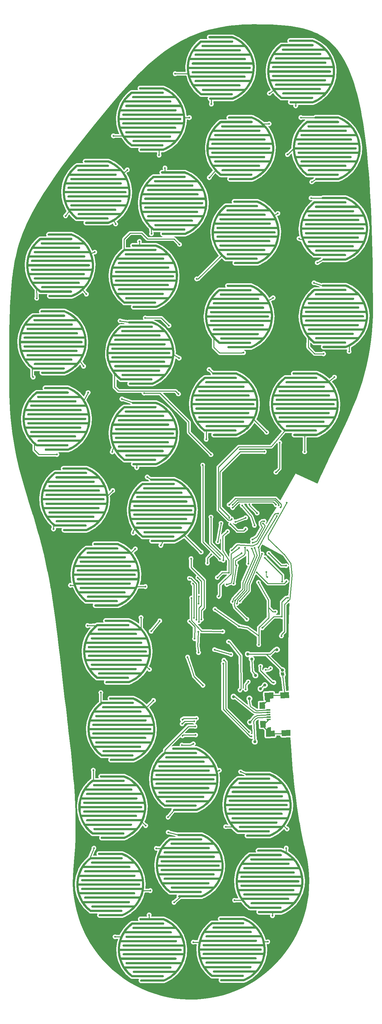
<source format=gtl>
G04 #@! TF.GenerationSoftware,KiCad,Pcbnew,(5.0.0)*
G04 #@! TF.CreationDate,2020-01-29T13:46:13+01:00*
G04 #@! TF.ProjectId,Insole_PCB,496E736F6C655F5043422E6B69636164,rev?*
G04 #@! TF.SameCoordinates,Original*
G04 #@! TF.FileFunction,Copper,L1,Top,Signal*
G04 #@! TF.FilePolarity,Positive*
%FSLAX46Y46*%
G04 Gerber Fmt 4.6, Leading zero omitted, Abs format (unit mm)*
G04 Created by KiCad (PCBNEW (5.0.0)) date 01/29/20 13:46:13*
%MOMM*%
%LPD*%
G01*
G04 APERTURE LIST*
G04 #@! TA.AperFunction,ComponentPad*
%ADD10C,0.850000*%
G04 #@! TD*
G04 #@! TA.AperFunction,Conductor*
%ADD11C,0.850000*%
G04 #@! TD*
G04 #@! TA.AperFunction,Conductor*
%ADD12C,0.100000*%
G04 #@! TD*
G04 #@! TA.AperFunction,SMDPad,CuDef*
%ADD13C,1.600000*%
G04 #@! TD*
G04 #@! TA.AperFunction,SMDPad,CuDef*
%ADD14C,1.500000*%
G04 #@! TD*
G04 #@! TA.AperFunction,SMDPad,CuDef*
%ADD15C,0.400000*%
G04 #@! TD*
G04 #@! TA.AperFunction,SMDPad,CuDef*
%ADD16C,0.500000*%
G04 #@! TD*
G04 #@! TA.AperFunction,ViaPad*
%ADD17C,0.800000*%
G04 #@! TD*
G04 #@! TA.AperFunction,ViaPad*
%ADD18C,0.500000*%
G04 #@! TD*
G04 #@! TA.AperFunction,ViaPad*
%ADD19C,0.600000*%
G04 #@! TD*
G04 #@! TA.AperFunction,Conductor*
%ADD20C,0.250000*%
G04 #@! TD*
G04 #@! TA.AperFunction,Conductor*
%ADD21C,0.160000*%
G04 #@! TD*
G04 #@! TA.AperFunction,Conductor*
%ADD22C,0.200000*%
G04 #@! TD*
G04 APERTURE END LIST*
D10*
G04 #@! TO.P,J2,2*
G04 #@! TO.N,+BATT*
X201259697Y-188783143D03*
D11*
G04 #@! TD*
G04 #@! TO.N,+BATT*
G04 #@! TO.C,J2*
X201259697Y-188783143D02*
X201259697Y-188783143D01*
D10*
G04 #@! TO.P,J2,1*
G04 #@! TO.N,-BATT*
X201329453Y-189780707D03*
D12*
G04 #@! TD*
G04 #@! TO.N,-BATT*
G04 #@! TO.C,J2*
G36*
X200935135Y-190234318D02*
X200875842Y-189386389D01*
X201723771Y-189327096D01*
X201783064Y-190175025D01*
X200935135Y-190234318D01*
X200935135Y-190234318D01*
G37*
D13*
G04 #@! TO.P,J1,6*
G04 #@! TO.N,-BATT*
X197639559Y-195744613D03*
D12*
G04 #@! TD*
G04 #@! TO.N,-BATT*
G04 #@! TO.C,J1*
G36*
X197867357Y-196537146D02*
X197900511Y-197486567D01*
X197100999Y-197514487D01*
X196476062Y-196810868D01*
X196412370Y-194986980D01*
X198810908Y-194903221D01*
X198866748Y-196502246D01*
X197867357Y-196537146D01*
X197867357Y-196537146D01*
G37*
D13*
G04 #@! TO.P,J1,6*
G04 #@! TO.N,-BATT*
X198002514Y-206138278D03*
D12*
G04 #@! TD*
G04 #@! TO.N,-BATT*
G04 #@! TO.C,J1*
G36*
X196831165Y-206979670D02*
X196767473Y-205155782D01*
X197341805Y-204410284D01*
X198141318Y-204382364D01*
X198174473Y-205331785D01*
X199173863Y-205296886D01*
X199229703Y-206895911D01*
X196831165Y-206979670D01*
X196831165Y-206979670D01*
G37*
D14*
G04 #@! TO.P,J1,6*
G04 #@! TO.N,-BATT*
X195961218Y-203557946D03*
D12*
G04 #@! TD*
G04 #@! TO.N,-BATT*
G04 #@! TO.C,J1*
G36*
X195180265Y-202684669D02*
X196679352Y-202632320D01*
X196742171Y-204431223D01*
X195243084Y-204483572D01*
X195180265Y-202684669D01*
X195180265Y-202684669D01*
G37*
D14*
G04 #@! TO.P,J1,6*
G04 #@! TO.N,-BATT*
X195783231Y-198461053D03*
D12*
G04 #@! TD*
G04 #@! TO.N,-BATT*
G04 #@! TO.C,J1*
G36*
X195002278Y-197587776D02*
X196501365Y-197535427D01*
X196564184Y-199334330D01*
X195065097Y-199386679D01*
X195002278Y-197587776D01*
X195002278Y-197587776D01*
G37*
D13*
G04 #@! TO.P,J1,6*
G04 #@! TO.N,-BATT*
X202298150Y-205938241D03*
D12*
G04 #@! TD*
G04 #@! TO.N,-BATT*
G04 #@! TO.C,J1*
G36*
X201070961Y-205180608D02*
X203469499Y-205096849D01*
X203525339Y-206695874D01*
X201126801Y-206779633D01*
X201070961Y-205180608D01*
X201070961Y-205180608D01*
G37*
D13*
G04 #@! TO.P,J1,6*
G04 #@! TO.N,-BATT*
X201938685Y-195644515D03*
D12*
G04 #@! TD*
G04 #@! TO.N,-BATT*
G04 #@! TO.C,J1*
G36*
X200711496Y-194886882D02*
X203110034Y-194803123D01*
X203165874Y-196402148D01*
X200767336Y-196485907D01*
X200711496Y-194886882D01*
X200711496Y-194886882D01*
G37*
D15*
G04 #@! TO.P,J1,5*
G04 #@! TO.N,-BATT*
X197541604Y-202251996D03*
D12*
G04 #@! TD*
G04 #@! TO.N,-BATT*
G04 #@! TO.C,J1*
G36*
X197009944Y-202070440D02*
X198059304Y-202033796D01*
X198073264Y-202433552D01*
X197023904Y-202470196D01*
X197009944Y-202070440D01*
X197009944Y-202070440D01*
G37*
D15*
G04 #@! TO.P,J1,4*
G04 #@! TO.N,/P0.7_USB*
X197518920Y-201602392D03*
D12*
G04 #@! TD*
G04 #@! TO.N,/P0.7_USB*
G04 #@! TO.C,J1*
G36*
X196987260Y-201420836D02*
X198036620Y-201384192D01*
X198050580Y-201783948D01*
X197001220Y-201820592D01*
X196987260Y-201420836D01*
X196987260Y-201420836D01*
G37*
D15*
G04 #@! TO.P,J1,3*
G04 #@! TO.N,/P0.6_USB*
X197496235Y-200952788D03*
D12*
G04 #@! TD*
G04 #@! TO.N,/P0.6_USB*
G04 #@! TO.C,J1*
G36*
X196964575Y-200771232D02*
X198013935Y-200734588D01*
X198027895Y-201134344D01*
X196978535Y-201170988D01*
X196964575Y-200771232D01*
X196964575Y-200771232D01*
G37*
D15*
G04 #@! TO.P,J1,2*
G04 #@! TO.N,/XRES_USB*
X197473550Y-200303184D03*
D12*
G04 #@! TD*
G04 #@! TO.N,/XRES_USB*
G04 #@! TO.C,J1*
G36*
X196941890Y-200121628D02*
X197991250Y-200084984D01*
X198005210Y-200484740D01*
X196955850Y-200521384D01*
X196941890Y-200121628D01*
X196941890Y-200121628D01*
G37*
D15*
G04 #@! TO.P,J1,1*
G04 #@! TO.N,+5V*
X197450865Y-199653580D03*
D12*
G04 #@! TD*
G04 #@! TO.N,+5V*
G04 #@! TO.C,J1*
G36*
X196919205Y-199472024D02*
X197968565Y-199435380D01*
X197982525Y-199835136D01*
X196933165Y-199871780D01*
X196919205Y-199472024D01*
X196919205Y-199472024D01*
G37*
D16*
G04 #@! TO.P,S0,2*
G04 #@! TO.N,/U1_A0*
X198439453Y-116030707D03*
D12*
G04 #@! TD*
G04 #@! TO.N,/U1_A0*
G04 #@! TO.C,S0*
G36*
X202037141Y-123530691D02*
X202036993Y-123530697D01*
X202036853Y-123530689D01*
X202035264Y-123530678D01*
X202021499Y-123529812D01*
X202007731Y-123529025D01*
X202006874Y-123528891D01*
X202006012Y-123528837D01*
X201992363Y-123526626D01*
X201978771Y-123524505D01*
X201977939Y-123524290D01*
X201977079Y-123524151D01*
X201963712Y-123520619D01*
X201950391Y-123517182D01*
X201949577Y-123516885D01*
X201948742Y-123516664D01*
X201935794Y-123511849D01*
X201922861Y-123507124D01*
X201922085Y-123506751D01*
X201921270Y-123506448D01*
X201908888Y-123500408D01*
X201896444Y-123494428D01*
X201895699Y-123493976D01*
X201894927Y-123493599D01*
X201883194Y-123486381D01*
X201871392Y-123479213D01*
X201870703Y-123478696D01*
X201869963Y-123478241D01*
X201859011Y-123469927D01*
X201847944Y-123461628D01*
X201171119Y-122900317D01*
X201167913Y-122897621D01*
X201158743Y-122888989D01*
X201149499Y-122880527D01*
X200530679Y-122255849D01*
X200527751Y-122252853D01*
X200519483Y-122243384D01*
X200511093Y-122234044D01*
X199956184Y-121551961D01*
X199953563Y-121548693D01*
X199946252Y-121538454D01*
X199938820Y-121528348D01*
X199453119Y-120795371D01*
X199450830Y-120791863D01*
X199444552Y-120780958D01*
X199438142Y-120770176D01*
X199026285Y-119993301D01*
X199024349Y-119989586D01*
X199019191Y-119978178D01*
X199013838Y-119966766D01*
X198679756Y-119153409D01*
X198678191Y-119149523D01*
X198674148Y-119137598D01*
X198669958Y-119125785D01*
X198416841Y-118283708D01*
X198415663Y-118279688D01*
X198412807Y-118267446D01*
X198409785Y-118255260D01*
X198240048Y-117392504D01*
X198239267Y-117388388D01*
X198237618Y-117375910D01*
X198235801Y-117363503D01*
X198151064Y-116488298D01*
X198150689Y-116484126D01*
X198150266Y-116471573D01*
X198149668Y-116459022D01*
X198150741Y-115579727D01*
X198150775Y-115575538D01*
X198151581Y-115562981D01*
X198152209Y-115550454D01*
X198239081Y-114675460D01*
X198239523Y-114671294D01*
X198241556Y-114658842D01*
X198243398Y-114646470D01*
X198415239Y-113784129D01*
X198416086Y-113780026D01*
X198419310Y-113767883D01*
X198422364Y-113755698D01*
X198677535Y-112914242D01*
X198678779Y-112910242D01*
X198683173Y-112898471D01*
X198687401Y-112886643D01*
X199023466Y-112074103D01*
X199025094Y-112070243D01*
X199030607Y-112058975D01*
X199035978Y-112047597D01*
X199449730Y-111271729D01*
X199451727Y-111268047D01*
X199458306Y-111257383D01*
X199464768Y-111246572D01*
X199952256Y-110514782D01*
X199954603Y-110511312D01*
X199962200Y-110501329D01*
X199969678Y-110491211D01*
X200526249Y-109810485D01*
X200528923Y-109807260D01*
X200537479Y-109798043D01*
X200545887Y-109788728D01*
X201166231Y-109165560D01*
X201169207Y-109162612D01*
X201178395Y-109154475D01*
X201187495Y-109146157D01*
X201840541Y-108605332D01*
X201843786Y-108602682D01*
X201849544Y-108598494D01*
X201849844Y-108598224D01*
X201873436Y-108580831D01*
X201898612Y-108565823D01*
X201925132Y-108553343D01*
X201952743Y-108543511D01*
X201981183Y-108536420D01*
X202010178Y-108532139D01*
X202039453Y-108530707D01*
X210539453Y-108530707D01*
X210543642Y-108530736D01*
X210572894Y-108532577D01*
X210601827Y-108537263D01*
X210630164Y-108544750D01*
X210657636Y-108554966D01*
X210683979Y-108567815D01*
X210708943Y-108583173D01*
X210732289Y-108600894D01*
X210753795Y-108620808D01*
X210773254Y-108642726D01*
X210790482Y-108666438D01*
X210805314Y-108691718D01*
X210817608Y-108718325D01*
X210827247Y-108746005D01*
X210834139Y-108774493D01*
X210838218Y-108803517D01*
X210839446Y-108832801D01*
X210837810Y-108862066D01*
X210833326Y-108891030D01*
X210826037Y-108919419D01*
X210816012Y-108946962D01*
X210803348Y-108973394D01*
X210788164Y-108998465D01*
X210770607Y-109021934D01*
X210750843Y-109043578D01*
X210729062Y-109063190D01*
X210705470Y-109080583D01*
X210680294Y-109095591D01*
X210653774Y-109108071D01*
X210626163Y-109117903D01*
X210597723Y-109124994D01*
X210568728Y-109129275D01*
X210539453Y-109130707D01*
X202146842Y-109130707D01*
X201581291Y-109599072D01*
X200981465Y-110201629D01*
X200443471Y-110859635D01*
X200396126Y-110930707D01*
X212639453Y-110930707D01*
X212643642Y-110930736D01*
X212672894Y-110932577D01*
X212701827Y-110937263D01*
X212730164Y-110944750D01*
X212757636Y-110954966D01*
X212783979Y-110967815D01*
X212808943Y-110983173D01*
X212832289Y-111000894D01*
X212853795Y-111020808D01*
X212873254Y-111042726D01*
X212890482Y-111066438D01*
X212905314Y-111091718D01*
X212917608Y-111118325D01*
X212927247Y-111146005D01*
X212934139Y-111174493D01*
X212938218Y-111203517D01*
X212939446Y-111232801D01*
X212937810Y-111262066D01*
X212933326Y-111291030D01*
X212926037Y-111319419D01*
X212916012Y-111346962D01*
X212903348Y-111373394D01*
X212888164Y-111398465D01*
X212870607Y-111421934D01*
X212850843Y-111443578D01*
X212829062Y-111463190D01*
X212805470Y-111480583D01*
X212780294Y-111495591D01*
X212753774Y-111508071D01*
X212726163Y-111517903D01*
X212697723Y-111524994D01*
X212668728Y-111529275D01*
X212639453Y-111530707D01*
X199996431Y-111530707D01*
X199972249Y-111567007D01*
X199572305Y-112316982D01*
X199247457Y-113102402D01*
X199178224Y-113330707D01*
X214039453Y-113330707D01*
X214043642Y-113330736D01*
X214072894Y-113332577D01*
X214101827Y-113337263D01*
X214130164Y-113344750D01*
X214157636Y-113354966D01*
X214183979Y-113367815D01*
X214208943Y-113383173D01*
X214232289Y-113400894D01*
X214253795Y-113420808D01*
X214273254Y-113442726D01*
X214290482Y-113466438D01*
X214305314Y-113491718D01*
X214317608Y-113518325D01*
X214327247Y-113546005D01*
X214334139Y-113574493D01*
X214338218Y-113603517D01*
X214339446Y-113632801D01*
X214337810Y-113662066D01*
X214333326Y-113691030D01*
X214326037Y-113719419D01*
X214316012Y-113746962D01*
X214303348Y-113773394D01*
X214288164Y-113798465D01*
X214270607Y-113821934D01*
X214250843Y-113843578D01*
X214229062Y-113863190D01*
X214205470Y-113880583D01*
X214180294Y-113895591D01*
X214153774Y-113908071D01*
X214126163Y-113917903D01*
X214097723Y-113924994D01*
X214068728Y-113929275D01*
X214039453Y-113930707D01*
X198997826Y-113930707D01*
X198834695Y-114749339D01*
X198750723Y-115595126D01*
X198750558Y-115730707D01*
X215339453Y-115730707D01*
X215343642Y-115730736D01*
X215372894Y-115732577D01*
X215401827Y-115737263D01*
X215430164Y-115744750D01*
X215457636Y-115754966D01*
X215483979Y-115767815D01*
X215508943Y-115783173D01*
X215532289Y-115800894D01*
X215553795Y-115820808D01*
X215573254Y-115842726D01*
X215590482Y-115866438D01*
X215605314Y-115891718D01*
X215617608Y-115918325D01*
X215627247Y-115946005D01*
X215634139Y-115974493D01*
X215638218Y-116003517D01*
X215639446Y-116032801D01*
X215637810Y-116062066D01*
X215633326Y-116091030D01*
X215626037Y-116119419D01*
X215616012Y-116146962D01*
X215603348Y-116173394D01*
X215588164Y-116198465D01*
X215570607Y-116221934D01*
X215550843Y-116243578D01*
X215529062Y-116263190D01*
X215505470Y-116280583D01*
X215480294Y-116295591D01*
X215453774Y-116308071D01*
X215426163Y-116317903D01*
X215397723Y-116324994D01*
X215368728Y-116329275D01*
X215339453Y-116330707D01*
X198749825Y-116330707D01*
X198749686Y-116445080D01*
X198831596Y-117291085D01*
X198995665Y-118125032D01*
X198997371Y-118130707D01*
X213939453Y-118130707D01*
X213943642Y-118130736D01*
X213972894Y-118132577D01*
X214001827Y-118137263D01*
X214030164Y-118144750D01*
X214057636Y-118154966D01*
X214083979Y-118167815D01*
X214108943Y-118183173D01*
X214132289Y-118200894D01*
X214153795Y-118220808D01*
X214173254Y-118242726D01*
X214190482Y-118266438D01*
X214205314Y-118291718D01*
X214217608Y-118318325D01*
X214227247Y-118346005D01*
X214234139Y-118374493D01*
X214238218Y-118403517D01*
X214239446Y-118432801D01*
X214237810Y-118462066D01*
X214233326Y-118491030D01*
X214226037Y-118519419D01*
X214216012Y-118546962D01*
X214203348Y-118573394D01*
X214188164Y-118598465D01*
X214170607Y-118621934D01*
X214150843Y-118643578D01*
X214129062Y-118663190D01*
X214105470Y-118680583D01*
X214080294Y-118695591D01*
X214053774Y-118708071D01*
X214026163Y-118717903D01*
X213997723Y-118724994D01*
X213968728Y-118729275D01*
X213939453Y-118730707D01*
X199177722Y-118730707D01*
X199240336Y-118939015D01*
X199563268Y-119725224D01*
X199961382Y-120476177D01*
X199997516Y-120530707D01*
X212539453Y-120530707D01*
X212543642Y-120530736D01*
X212572894Y-120532577D01*
X212601827Y-120537263D01*
X212630164Y-120544750D01*
X212657636Y-120554966D01*
X212683979Y-120567815D01*
X212708943Y-120583173D01*
X212732289Y-120600894D01*
X212753795Y-120620808D01*
X212773254Y-120642726D01*
X212790482Y-120666438D01*
X212805314Y-120691718D01*
X212817608Y-120718325D01*
X212827247Y-120746005D01*
X212834139Y-120774493D01*
X212838218Y-120803517D01*
X212839446Y-120832801D01*
X212837810Y-120862066D01*
X212833326Y-120891030D01*
X212826037Y-120919419D01*
X212816012Y-120946962D01*
X212803348Y-120973394D01*
X212788164Y-120998465D01*
X212770607Y-121021934D01*
X212750843Y-121043578D01*
X212729062Y-121063190D01*
X212705470Y-121080583D01*
X212680294Y-121095591D01*
X212653774Y-121108071D01*
X212626163Y-121117903D01*
X212597723Y-121124994D01*
X212568728Y-121129275D01*
X212539453Y-121130707D01*
X200395100Y-121130707D01*
X200430875Y-121184696D01*
X200967263Y-121844012D01*
X201565427Y-122447839D01*
X202147667Y-122930707D01*
X210439453Y-122930707D01*
X210443642Y-122930736D01*
X210472894Y-122932577D01*
X210501827Y-122937263D01*
X210530164Y-122944750D01*
X210557636Y-122954966D01*
X210583979Y-122967815D01*
X210608943Y-122983173D01*
X210632289Y-123000894D01*
X210653795Y-123020808D01*
X210673254Y-123042726D01*
X210690482Y-123066438D01*
X210705314Y-123091718D01*
X210717608Y-123118325D01*
X210727247Y-123146005D01*
X210734139Y-123174493D01*
X210738218Y-123203517D01*
X210739446Y-123232801D01*
X210737810Y-123262066D01*
X210733326Y-123291030D01*
X210726037Y-123319419D01*
X210716012Y-123346962D01*
X210703348Y-123373394D01*
X210688164Y-123398465D01*
X210670607Y-123421934D01*
X210650843Y-123443578D01*
X210629062Y-123463190D01*
X210605470Y-123480583D01*
X210580294Y-123495591D01*
X210553774Y-123508071D01*
X210526163Y-123517903D01*
X210497723Y-123524994D01*
X210468728Y-123529275D01*
X210439453Y-123530707D01*
X202039453Y-123530707D01*
X202037141Y-123530691D01*
X202037141Y-123530691D01*
G37*
D16*
G04 #@! TO.P,S0,1*
G04 #@! TO.N,/U1_Data*
X216439453Y-116030707D03*
D12*
G04 #@! TD*
G04 #@! TO.N,/U1_Data*
G04 #@! TO.C,S0*
G36*
X204535264Y-124730678D02*
X204506012Y-124728837D01*
X204477079Y-124724151D01*
X204448742Y-124716664D01*
X204421270Y-124706448D01*
X204394927Y-124693599D01*
X204369963Y-124678241D01*
X204346617Y-124660520D01*
X204325111Y-124640606D01*
X204305652Y-124618688D01*
X204288424Y-124594976D01*
X204273592Y-124569696D01*
X204261298Y-124543089D01*
X204251659Y-124515409D01*
X204244767Y-124486921D01*
X204240688Y-124457897D01*
X204239460Y-124428613D01*
X204241096Y-124399348D01*
X204245580Y-124370384D01*
X204252869Y-124341995D01*
X204262894Y-124314452D01*
X204275558Y-124288020D01*
X204290742Y-124262949D01*
X204308299Y-124239480D01*
X204328063Y-124217836D01*
X204349844Y-124198224D01*
X204373436Y-124180831D01*
X204398612Y-124165823D01*
X204425132Y-124153343D01*
X204452743Y-124143511D01*
X204481183Y-124136420D01*
X204510178Y-124132139D01*
X204539453Y-124130707D01*
X210581318Y-124130707D01*
X211074170Y-123922563D01*
X211829013Y-123528854D01*
X212539751Y-123064725D01*
X213201817Y-122533445D01*
X213409240Y-122330707D01*
X202539453Y-122330707D01*
X202535264Y-122330678D01*
X202506012Y-122328837D01*
X202477079Y-122324151D01*
X202448742Y-122316664D01*
X202421270Y-122306448D01*
X202394927Y-122293599D01*
X202369963Y-122278241D01*
X202346617Y-122260520D01*
X202325111Y-122240606D01*
X202305652Y-122218688D01*
X202288424Y-122194976D01*
X202273592Y-122169696D01*
X202261298Y-122143089D01*
X202251659Y-122115409D01*
X202244767Y-122086921D01*
X202240688Y-122057897D01*
X202239460Y-122028613D01*
X202241096Y-121999348D01*
X202245580Y-121970384D01*
X202252869Y-121941995D01*
X202262894Y-121914452D01*
X202275558Y-121888020D01*
X202290742Y-121862949D01*
X202308299Y-121839480D01*
X202328063Y-121817836D01*
X202349844Y-121798224D01*
X202373436Y-121780831D01*
X202398612Y-121765823D01*
X202425132Y-121753343D01*
X202452743Y-121743511D01*
X202481183Y-121736420D01*
X202510178Y-121732139D01*
X202539453Y-121730707D01*
X213984913Y-121730707D01*
X214355128Y-121290353D01*
X214835374Y-120590399D01*
X215198860Y-119930707D01*
X200539453Y-119930707D01*
X200535264Y-119930678D01*
X200506012Y-119928837D01*
X200477079Y-119924151D01*
X200448742Y-119916664D01*
X200421270Y-119906448D01*
X200394927Y-119893599D01*
X200369963Y-119878241D01*
X200346617Y-119860520D01*
X200325111Y-119840606D01*
X200305652Y-119818688D01*
X200288424Y-119794976D01*
X200273592Y-119769696D01*
X200261298Y-119743089D01*
X200251659Y-119715409D01*
X200244767Y-119686921D01*
X200240688Y-119657897D01*
X200239460Y-119628613D01*
X200241096Y-119599348D01*
X200245580Y-119570384D01*
X200252869Y-119541995D01*
X200262894Y-119514452D01*
X200275558Y-119488020D01*
X200290742Y-119462949D01*
X200308299Y-119439480D01*
X200328063Y-119417836D01*
X200349844Y-119398224D01*
X200373436Y-119380831D01*
X200398612Y-119365823D01*
X200425132Y-119353343D01*
X200452743Y-119343511D01*
X200481183Y-119336420D01*
X200510178Y-119332139D01*
X200539453Y-119330707D01*
X215466855Y-119330707D01*
X215580165Y-119067028D01*
X215837608Y-118258135D01*
X215992950Y-117530707D01*
X199739453Y-117530707D01*
X199735264Y-117530678D01*
X199706012Y-117528837D01*
X199677079Y-117524151D01*
X199648742Y-117516664D01*
X199621270Y-117506448D01*
X199594927Y-117493599D01*
X199569963Y-117478241D01*
X199546617Y-117460520D01*
X199525111Y-117440606D01*
X199505652Y-117418688D01*
X199488424Y-117394976D01*
X199473592Y-117369696D01*
X199461298Y-117343089D01*
X199451659Y-117315409D01*
X199444767Y-117286921D01*
X199440688Y-117257897D01*
X199439460Y-117228613D01*
X199441096Y-117199348D01*
X199445580Y-117170384D01*
X199452869Y-117141995D01*
X199462894Y-117114452D01*
X199475558Y-117088020D01*
X199490742Y-117062949D01*
X199508299Y-117039480D01*
X199528063Y-117017836D01*
X199549844Y-116998224D01*
X199573436Y-116980831D01*
X199598612Y-116965823D01*
X199625132Y-116953343D01*
X199652743Y-116943511D01*
X199681183Y-116936420D01*
X199710178Y-116932139D01*
X199739453Y-116930707D01*
X216071143Y-116930707D01*
X216110309Y-116584514D01*
X216122967Y-115735736D01*
X216072741Y-115130707D01*
X199739453Y-115130707D01*
X199735264Y-115130678D01*
X199706012Y-115128837D01*
X199677079Y-115124151D01*
X199648742Y-115116664D01*
X199621270Y-115106448D01*
X199594927Y-115093599D01*
X199569963Y-115078241D01*
X199546617Y-115060520D01*
X199525111Y-115040606D01*
X199505652Y-115018688D01*
X199488424Y-114994976D01*
X199473592Y-114969696D01*
X199461298Y-114943089D01*
X199451659Y-114915409D01*
X199444767Y-114886921D01*
X199440688Y-114857897D01*
X199439460Y-114828613D01*
X199441096Y-114799348D01*
X199445580Y-114770384D01*
X199452869Y-114741995D01*
X199462894Y-114714452D01*
X199475558Y-114688020D01*
X199490742Y-114662949D01*
X199508299Y-114639480D01*
X199528063Y-114617836D01*
X199549844Y-114598224D01*
X199573436Y-114580831D01*
X199598612Y-114565823D01*
X199625132Y-114553343D01*
X199652743Y-114543511D01*
X199681183Y-114536420D01*
X199710178Y-114532139D01*
X199739453Y-114530707D01*
X215987191Y-114530707D01*
X215900298Y-114054714D01*
X215667095Y-113238514D01*
X215466599Y-112730707D01*
X200539453Y-112730707D01*
X200535264Y-112730678D01*
X200506012Y-112728837D01*
X200477079Y-112724151D01*
X200448742Y-112716664D01*
X200421270Y-112706448D01*
X200394927Y-112693599D01*
X200369963Y-112678241D01*
X200346617Y-112660520D01*
X200325111Y-112640606D01*
X200305652Y-112618688D01*
X200288424Y-112594976D01*
X200273592Y-112569696D01*
X200261298Y-112543089D01*
X200251659Y-112515409D01*
X200244767Y-112486921D01*
X200240688Y-112457897D01*
X200239460Y-112428613D01*
X200241096Y-112399348D01*
X200245580Y-112370384D01*
X200252869Y-112341995D01*
X200262894Y-112314452D01*
X200275558Y-112288020D01*
X200290742Y-112262949D01*
X200308299Y-112239480D01*
X200328063Y-112217836D01*
X200349844Y-112198224D01*
X200373436Y-112180831D01*
X200398612Y-112165823D01*
X200425132Y-112153343D01*
X200452743Y-112143511D01*
X200481183Y-112136420D01*
X200510178Y-112132139D01*
X200539453Y-112130707D01*
X215192179Y-112130707D01*
X214968061Y-111693598D01*
X214508903Y-110979637D01*
X213995571Y-110330707D01*
X202439453Y-110330707D01*
X202435264Y-110330678D01*
X202406012Y-110328837D01*
X202377079Y-110324151D01*
X202348742Y-110316664D01*
X202321270Y-110306448D01*
X202294927Y-110293599D01*
X202269963Y-110278241D01*
X202246617Y-110260520D01*
X202225111Y-110240606D01*
X202205652Y-110218688D01*
X202188424Y-110194976D01*
X202173592Y-110169696D01*
X202161298Y-110143089D01*
X202151659Y-110115409D01*
X202144767Y-110086921D01*
X202140688Y-110057897D01*
X202139460Y-110028613D01*
X202141096Y-109999348D01*
X202145580Y-109970384D01*
X202152869Y-109941995D01*
X202162894Y-109914452D01*
X202175558Y-109888020D01*
X202190742Y-109862949D01*
X202208299Y-109839480D01*
X202228063Y-109817836D01*
X202249844Y-109798224D01*
X202273436Y-109780831D01*
X202298612Y-109765823D01*
X202325132Y-109753343D01*
X202352743Y-109743511D01*
X202381183Y-109736420D01*
X202410178Y-109732139D01*
X202439453Y-109730707D01*
X213420165Y-109730707D01*
X213393171Y-109702701D01*
X212747257Y-109151924D01*
X212050668Y-108666800D01*
X211310077Y-108251973D01*
X210576632Y-107930707D01*
X204339453Y-107930707D01*
X204335264Y-107930678D01*
X204306012Y-107928837D01*
X204277079Y-107924151D01*
X204248742Y-107916664D01*
X204221270Y-107906448D01*
X204194927Y-107893599D01*
X204169963Y-107878241D01*
X204146617Y-107860520D01*
X204125111Y-107840606D01*
X204105652Y-107818688D01*
X204088424Y-107794976D01*
X204073592Y-107769696D01*
X204061298Y-107743089D01*
X204051659Y-107715409D01*
X204044767Y-107686921D01*
X204040688Y-107657897D01*
X204039460Y-107628613D01*
X204041096Y-107599348D01*
X204045580Y-107570384D01*
X204052869Y-107541995D01*
X204062894Y-107514452D01*
X204075558Y-107488020D01*
X204090742Y-107462949D01*
X204108299Y-107439480D01*
X204128063Y-107417836D01*
X204149844Y-107398224D01*
X204173436Y-107380831D01*
X204198612Y-107365823D01*
X204225132Y-107353343D01*
X204252743Y-107343511D01*
X204281183Y-107336420D01*
X204310178Y-107332139D01*
X204339453Y-107330707D01*
X210639453Y-107330707D01*
X210643642Y-107330736D01*
X210644834Y-107330811D01*
X210646021Y-107330779D01*
X210659470Y-107331732D01*
X210672894Y-107332577D01*
X210674064Y-107332766D01*
X210675257Y-107332851D01*
X210688615Y-107335123D01*
X210701827Y-107337263D01*
X210702969Y-107337565D01*
X210704152Y-107337766D01*
X210717218Y-107341330D01*
X210730164Y-107344750D01*
X210731276Y-107345164D01*
X210732429Y-107345478D01*
X210745026Y-107350277D01*
X210757636Y-107354966D01*
X210758707Y-107355488D01*
X210759819Y-107355912D01*
X211564243Y-107708267D01*
X211568068Y-107709975D01*
X211579231Y-107715726D01*
X211590484Y-107721325D01*
X212356685Y-108150497D01*
X212360325Y-108152569D01*
X212370890Y-108159392D01*
X212381526Y-108166052D01*
X213102190Y-108667943D01*
X213105611Y-108670361D01*
X213115428Y-108678157D01*
X213125395Y-108685848D01*
X213793644Y-109255669D01*
X213796813Y-109258410D01*
X213805845Y-109267148D01*
X213814991Y-109275754D01*
X214424446Y-109908064D01*
X214427332Y-109911100D01*
X214435482Y-109920695D01*
X214443731Y-109930136D01*
X214988575Y-110618901D01*
X214991151Y-110622205D01*
X214998294Y-110632503D01*
X215005614Y-110642749D01*
X215480646Y-111381394D01*
X215482888Y-111384933D01*
X215489033Y-111395953D01*
X215495277Y-111406792D01*
X215895962Y-112188266D01*
X215897848Y-112192007D01*
X215902875Y-112203545D01*
X215908045Y-112214970D01*
X216230559Y-113031816D01*
X216232070Y-113035723D01*
X216235938Y-113047668D01*
X216239978Y-113059571D01*
X216481243Y-113903990D01*
X216482366Y-113908026D01*
X216485051Y-113920294D01*
X216487909Y-113932532D01*
X216645621Y-114796464D01*
X216646345Y-114800590D01*
X216647820Y-114813063D01*
X216649470Y-114825519D01*
X216722125Y-115700719D01*
X216722442Y-115704896D01*
X216722693Y-115717462D01*
X216723120Y-115730012D01*
X216710024Y-116608124D01*
X216709932Y-116612312D01*
X216708954Y-116624862D01*
X216708155Y-116637374D01*
X216609432Y-117510018D01*
X216608933Y-117514177D01*
X216606735Y-117526570D01*
X216604719Y-117538945D01*
X216421313Y-118397790D01*
X216420410Y-118401881D01*
X216417022Y-118413971D01*
X216413799Y-118426121D01*
X216147459Y-119262969D01*
X216146161Y-119266951D01*
X216141604Y-119278666D01*
X216137216Y-119290430D01*
X215790486Y-120097295D01*
X215788806Y-120101133D01*
X215783114Y-120112374D01*
X215777612Y-120123627D01*
X215353801Y-120892805D01*
X215351754Y-120896460D01*
X215344986Y-120907102D01*
X215338419Y-120917754D01*
X214841571Y-121641905D01*
X214839177Y-121645343D01*
X214831434Y-121655234D01*
X214823828Y-121665235D01*
X214258686Y-122337446D01*
X214255968Y-122340633D01*
X214247286Y-122349732D01*
X214238751Y-122358932D01*
X213610711Y-122972786D01*
X213607695Y-122975694D01*
X213598164Y-122983905D01*
X213588775Y-122992225D01*
X212903830Y-123541864D01*
X212900545Y-123544463D01*
X212890250Y-123551711D01*
X212880101Y-123559069D01*
X212144790Y-124039246D01*
X212141267Y-124041513D01*
X212130312Y-124047722D01*
X212119496Y-124054054D01*
X211340837Y-124460185D01*
X211337109Y-124462097D01*
X211327898Y-124466187D01*
X211318817Y-124470557D01*
X210784166Y-124696353D01*
X210780296Y-124697956D01*
X210760667Y-124704827D01*
X210753774Y-124708071D01*
X210726163Y-124717903D01*
X210697723Y-124724994D01*
X210668728Y-124729275D01*
X210639453Y-124730707D01*
X204539453Y-124730707D01*
X204535264Y-124730678D01*
X204535264Y-124730678D01*
G37*
D16*
G04 #@! TO.P,S1,1*
G04 #@! TO.N,/U1_Data*
X224439453Y-91980707D03*
D12*
G04 #@! TD*
G04 #@! TO.N,/U1_Data*
G04 #@! TO.C,S1*
G36*
X212535264Y-100680678D02*
X212506012Y-100678837D01*
X212477079Y-100674151D01*
X212448742Y-100666664D01*
X212421270Y-100656448D01*
X212394927Y-100643599D01*
X212369963Y-100628241D01*
X212346617Y-100610520D01*
X212325111Y-100590606D01*
X212305652Y-100568688D01*
X212288424Y-100544976D01*
X212273592Y-100519696D01*
X212261298Y-100493089D01*
X212251659Y-100465409D01*
X212244767Y-100436921D01*
X212240688Y-100407897D01*
X212239460Y-100378613D01*
X212241096Y-100349348D01*
X212245580Y-100320384D01*
X212252869Y-100291995D01*
X212262894Y-100264452D01*
X212275558Y-100238020D01*
X212290742Y-100212949D01*
X212308299Y-100189480D01*
X212328063Y-100167836D01*
X212349844Y-100148224D01*
X212373436Y-100130831D01*
X212398612Y-100115823D01*
X212425132Y-100103343D01*
X212452743Y-100093511D01*
X212481183Y-100086420D01*
X212510178Y-100082139D01*
X212539453Y-100080707D01*
X218581318Y-100080707D01*
X219074170Y-99872563D01*
X219829013Y-99478854D01*
X220539751Y-99014725D01*
X221201817Y-98483445D01*
X221409240Y-98280707D01*
X210539453Y-98280707D01*
X210535264Y-98280678D01*
X210506012Y-98278837D01*
X210477079Y-98274151D01*
X210448742Y-98266664D01*
X210421270Y-98256448D01*
X210394927Y-98243599D01*
X210369963Y-98228241D01*
X210346617Y-98210520D01*
X210325111Y-98190606D01*
X210305652Y-98168688D01*
X210288424Y-98144976D01*
X210273592Y-98119696D01*
X210261298Y-98093089D01*
X210251659Y-98065409D01*
X210244767Y-98036921D01*
X210240688Y-98007897D01*
X210239460Y-97978613D01*
X210241096Y-97949348D01*
X210245580Y-97920384D01*
X210252869Y-97891995D01*
X210262894Y-97864452D01*
X210275558Y-97838020D01*
X210290742Y-97812949D01*
X210308299Y-97789480D01*
X210328063Y-97767836D01*
X210349844Y-97748224D01*
X210373436Y-97730831D01*
X210398612Y-97715823D01*
X210425132Y-97703343D01*
X210452743Y-97693511D01*
X210481183Y-97686420D01*
X210510178Y-97682139D01*
X210539453Y-97680707D01*
X221984913Y-97680707D01*
X222355128Y-97240353D01*
X222835374Y-96540399D01*
X223198860Y-95880707D01*
X208539453Y-95880707D01*
X208535264Y-95880678D01*
X208506012Y-95878837D01*
X208477079Y-95874151D01*
X208448742Y-95866664D01*
X208421270Y-95856448D01*
X208394927Y-95843599D01*
X208369963Y-95828241D01*
X208346617Y-95810520D01*
X208325111Y-95790606D01*
X208305652Y-95768688D01*
X208288424Y-95744976D01*
X208273592Y-95719696D01*
X208261298Y-95693089D01*
X208251659Y-95665409D01*
X208244767Y-95636921D01*
X208240688Y-95607897D01*
X208239460Y-95578613D01*
X208241096Y-95549348D01*
X208245580Y-95520384D01*
X208252869Y-95491995D01*
X208262894Y-95464452D01*
X208275558Y-95438020D01*
X208290742Y-95412949D01*
X208308299Y-95389480D01*
X208328063Y-95367836D01*
X208349844Y-95348224D01*
X208373436Y-95330831D01*
X208398612Y-95315823D01*
X208425132Y-95303343D01*
X208452743Y-95293511D01*
X208481183Y-95286420D01*
X208510178Y-95282139D01*
X208539453Y-95280707D01*
X223466855Y-95280707D01*
X223580165Y-95017028D01*
X223837608Y-94208135D01*
X223992950Y-93480707D01*
X207739453Y-93480707D01*
X207735264Y-93480678D01*
X207706012Y-93478837D01*
X207677079Y-93474151D01*
X207648742Y-93466664D01*
X207621270Y-93456448D01*
X207594927Y-93443599D01*
X207569963Y-93428241D01*
X207546617Y-93410520D01*
X207525111Y-93390606D01*
X207505652Y-93368688D01*
X207488424Y-93344976D01*
X207473592Y-93319696D01*
X207461298Y-93293089D01*
X207451659Y-93265409D01*
X207444767Y-93236921D01*
X207440688Y-93207897D01*
X207439460Y-93178613D01*
X207441096Y-93149348D01*
X207445580Y-93120384D01*
X207452869Y-93091995D01*
X207462894Y-93064452D01*
X207475558Y-93038020D01*
X207490742Y-93012949D01*
X207508299Y-92989480D01*
X207528063Y-92967836D01*
X207549844Y-92948224D01*
X207573436Y-92930831D01*
X207598612Y-92915823D01*
X207625132Y-92903343D01*
X207652743Y-92893511D01*
X207681183Y-92886420D01*
X207710178Y-92882139D01*
X207739453Y-92880707D01*
X224071143Y-92880707D01*
X224110309Y-92534514D01*
X224122967Y-91685736D01*
X224072741Y-91080707D01*
X207739453Y-91080707D01*
X207735264Y-91080678D01*
X207706012Y-91078837D01*
X207677079Y-91074151D01*
X207648742Y-91066664D01*
X207621270Y-91056448D01*
X207594927Y-91043599D01*
X207569963Y-91028241D01*
X207546617Y-91010520D01*
X207525111Y-90990606D01*
X207505652Y-90968688D01*
X207488424Y-90944976D01*
X207473592Y-90919696D01*
X207461298Y-90893089D01*
X207451659Y-90865409D01*
X207444767Y-90836921D01*
X207440688Y-90807897D01*
X207439460Y-90778613D01*
X207441096Y-90749348D01*
X207445580Y-90720384D01*
X207452869Y-90691995D01*
X207462894Y-90664452D01*
X207475558Y-90638020D01*
X207490742Y-90612949D01*
X207508299Y-90589480D01*
X207528063Y-90567836D01*
X207549844Y-90548224D01*
X207573436Y-90530831D01*
X207598612Y-90515823D01*
X207625132Y-90503343D01*
X207652743Y-90493511D01*
X207681183Y-90486420D01*
X207710178Y-90482139D01*
X207739453Y-90480707D01*
X223987191Y-90480707D01*
X223900298Y-90004714D01*
X223667095Y-89188514D01*
X223466599Y-88680707D01*
X208539453Y-88680707D01*
X208535264Y-88680678D01*
X208506012Y-88678837D01*
X208477079Y-88674151D01*
X208448742Y-88666664D01*
X208421270Y-88656448D01*
X208394927Y-88643599D01*
X208369963Y-88628241D01*
X208346617Y-88610520D01*
X208325111Y-88590606D01*
X208305652Y-88568688D01*
X208288424Y-88544976D01*
X208273592Y-88519696D01*
X208261298Y-88493089D01*
X208251659Y-88465409D01*
X208244767Y-88436921D01*
X208240688Y-88407897D01*
X208239460Y-88378613D01*
X208241096Y-88349348D01*
X208245580Y-88320384D01*
X208252869Y-88291995D01*
X208262894Y-88264452D01*
X208275558Y-88238020D01*
X208290742Y-88212949D01*
X208308299Y-88189480D01*
X208328063Y-88167836D01*
X208349844Y-88148224D01*
X208373436Y-88130831D01*
X208398612Y-88115823D01*
X208425132Y-88103343D01*
X208452743Y-88093511D01*
X208481183Y-88086420D01*
X208510178Y-88082139D01*
X208539453Y-88080707D01*
X223192179Y-88080707D01*
X222968061Y-87643598D01*
X222508903Y-86929637D01*
X221995571Y-86280707D01*
X210439453Y-86280707D01*
X210435264Y-86280678D01*
X210406012Y-86278837D01*
X210377079Y-86274151D01*
X210348742Y-86266664D01*
X210321270Y-86256448D01*
X210294927Y-86243599D01*
X210269963Y-86228241D01*
X210246617Y-86210520D01*
X210225111Y-86190606D01*
X210205652Y-86168688D01*
X210188424Y-86144976D01*
X210173592Y-86119696D01*
X210161298Y-86093089D01*
X210151659Y-86065409D01*
X210144767Y-86036921D01*
X210140688Y-86007897D01*
X210139460Y-85978613D01*
X210141096Y-85949348D01*
X210145580Y-85920384D01*
X210152869Y-85891995D01*
X210162894Y-85864452D01*
X210175558Y-85838020D01*
X210190742Y-85812949D01*
X210208299Y-85789480D01*
X210228063Y-85767836D01*
X210249844Y-85748224D01*
X210273436Y-85730831D01*
X210298612Y-85715823D01*
X210325132Y-85703343D01*
X210352743Y-85693511D01*
X210381183Y-85686420D01*
X210410178Y-85682139D01*
X210439453Y-85680707D01*
X221420165Y-85680707D01*
X221393171Y-85652701D01*
X220747257Y-85101924D01*
X220050668Y-84616800D01*
X219310077Y-84201973D01*
X218576632Y-83880707D01*
X212339453Y-83880707D01*
X212335264Y-83880678D01*
X212306012Y-83878837D01*
X212277079Y-83874151D01*
X212248742Y-83866664D01*
X212221270Y-83856448D01*
X212194927Y-83843599D01*
X212169963Y-83828241D01*
X212146617Y-83810520D01*
X212125111Y-83790606D01*
X212105652Y-83768688D01*
X212088424Y-83744976D01*
X212073592Y-83719696D01*
X212061298Y-83693089D01*
X212051659Y-83665409D01*
X212044767Y-83636921D01*
X212040688Y-83607897D01*
X212039460Y-83578613D01*
X212041096Y-83549348D01*
X212045580Y-83520384D01*
X212052869Y-83491995D01*
X212062894Y-83464452D01*
X212075558Y-83438020D01*
X212090742Y-83412949D01*
X212108299Y-83389480D01*
X212128063Y-83367836D01*
X212149844Y-83348224D01*
X212173436Y-83330831D01*
X212198612Y-83315823D01*
X212225132Y-83303343D01*
X212252743Y-83293511D01*
X212281183Y-83286420D01*
X212310178Y-83282139D01*
X212339453Y-83280707D01*
X218639453Y-83280707D01*
X218643642Y-83280736D01*
X218644834Y-83280811D01*
X218646021Y-83280779D01*
X218659470Y-83281732D01*
X218672894Y-83282577D01*
X218674064Y-83282766D01*
X218675257Y-83282851D01*
X218688615Y-83285123D01*
X218701827Y-83287263D01*
X218702969Y-83287565D01*
X218704152Y-83287766D01*
X218717218Y-83291330D01*
X218730164Y-83294750D01*
X218731276Y-83295164D01*
X218732429Y-83295478D01*
X218745026Y-83300277D01*
X218757636Y-83304966D01*
X218758707Y-83305488D01*
X218759819Y-83305912D01*
X219564243Y-83658267D01*
X219568068Y-83659975D01*
X219579231Y-83665726D01*
X219590484Y-83671325D01*
X220356685Y-84100497D01*
X220360325Y-84102569D01*
X220370890Y-84109392D01*
X220381526Y-84116052D01*
X221102190Y-84617943D01*
X221105611Y-84620361D01*
X221115428Y-84628157D01*
X221125395Y-84635848D01*
X221793644Y-85205669D01*
X221796813Y-85208410D01*
X221805845Y-85217148D01*
X221814991Y-85225754D01*
X222424446Y-85858064D01*
X222427332Y-85861100D01*
X222435482Y-85870695D01*
X222443731Y-85880136D01*
X222988575Y-86568901D01*
X222991151Y-86572205D01*
X222998294Y-86582503D01*
X223005614Y-86592749D01*
X223480646Y-87331394D01*
X223482888Y-87334933D01*
X223489033Y-87345953D01*
X223495277Y-87356792D01*
X223895962Y-88138266D01*
X223897848Y-88142007D01*
X223902875Y-88153545D01*
X223908045Y-88164970D01*
X224230559Y-88981816D01*
X224232070Y-88985723D01*
X224235938Y-88997668D01*
X224239978Y-89009571D01*
X224481243Y-89853990D01*
X224482366Y-89858026D01*
X224485051Y-89870294D01*
X224487909Y-89882532D01*
X224645621Y-90746464D01*
X224646345Y-90750590D01*
X224647820Y-90763063D01*
X224649470Y-90775519D01*
X224722125Y-91650719D01*
X224722442Y-91654896D01*
X224722693Y-91667462D01*
X224723120Y-91680012D01*
X224710024Y-92558124D01*
X224709932Y-92562312D01*
X224708954Y-92574862D01*
X224708155Y-92587374D01*
X224609432Y-93460018D01*
X224608933Y-93464177D01*
X224606735Y-93476570D01*
X224604719Y-93488945D01*
X224421313Y-94347790D01*
X224420410Y-94351881D01*
X224417022Y-94363971D01*
X224413799Y-94376121D01*
X224147459Y-95212969D01*
X224146161Y-95216951D01*
X224141604Y-95228666D01*
X224137216Y-95240430D01*
X223790486Y-96047295D01*
X223788806Y-96051133D01*
X223783114Y-96062374D01*
X223777612Y-96073627D01*
X223353801Y-96842805D01*
X223351754Y-96846460D01*
X223344986Y-96857102D01*
X223338419Y-96867754D01*
X222841571Y-97591905D01*
X222839177Y-97595343D01*
X222831434Y-97605234D01*
X222823828Y-97615235D01*
X222258686Y-98287446D01*
X222255968Y-98290633D01*
X222247286Y-98299732D01*
X222238751Y-98308932D01*
X221610711Y-98922786D01*
X221607695Y-98925694D01*
X221598164Y-98933905D01*
X221588775Y-98942225D01*
X220903830Y-99491864D01*
X220900545Y-99494463D01*
X220890250Y-99501711D01*
X220880101Y-99509069D01*
X220144790Y-99989246D01*
X220141267Y-99991513D01*
X220130312Y-99997722D01*
X220119496Y-100004054D01*
X219340837Y-100410185D01*
X219337109Y-100412097D01*
X219327898Y-100416187D01*
X219318817Y-100420557D01*
X218784166Y-100646353D01*
X218780296Y-100647956D01*
X218760667Y-100654827D01*
X218753774Y-100658071D01*
X218726163Y-100667903D01*
X218697723Y-100674994D01*
X218668728Y-100679275D01*
X218639453Y-100680707D01*
X212539453Y-100680707D01*
X212535264Y-100680678D01*
X212535264Y-100680678D01*
G37*
D16*
G04 #@! TO.P,S1,2*
G04 #@! TO.N,/U1_A1*
X206439453Y-91980707D03*
D12*
G04 #@! TD*
G04 #@! TO.N,/U1_A1*
G04 #@! TO.C,S1*
G36*
X210037141Y-99480691D02*
X210036993Y-99480697D01*
X210036853Y-99480689D01*
X210035264Y-99480678D01*
X210021499Y-99479812D01*
X210007731Y-99479025D01*
X210006874Y-99478891D01*
X210006012Y-99478837D01*
X209992363Y-99476626D01*
X209978771Y-99474505D01*
X209977939Y-99474290D01*
X209977079Y-99474151D01*
X209963712Y-99470619D01*
X209950391Y-99467182D01*
X209949577Y-99466885D01*
X209948742Y-99466664D01*
X209935794Y-99461849D01*
X209922861Y-99457124D01*
X209922085Y-99456751D01*
X209921270Y-99456448D01*
X209908888Y-99450408D01*
X209896444Y-99444428D01*
X209895699Y-99443976D01*
X209894927Y-99443599D01*
X209883194Y-99436381D01*
X209871392Y-99429213D01*
X209870703Y-99428696D01*
X209869963Y-99428241D01*
X209859011Y-99419927D01*
X209847944Y-99411628D01*
X209171119Y-98850317D01*
X209167913Y-98847621D01*
X209158743Y-98838989D01*
X209149499Y-98830527D01*
X208530679Y-98205849D01*
X208527751Y-98202853D01*
X208519483Y-98193384D01*
X208511093Y-98184044D01*
X207956184Y-97501961D01*
X207953563Y-97498693D01*
X207946252Y-97488454D01*
X207938820Y-97478348D01*
X207453119Y-96745371D01*
X207450830Y-96741863D01*
X207444552Y-96730958D01*
X207438142Y-96720176D01*
X207026285Y-95943301D01*
X207024349Y-95939586D01*
X207019191Y-95928178D01*
X207013838Y-95916766D01*
X206679756Y-95103409D01*
X206678191Y-95099523D01*
X206674148Y-95087598D01*
X206669958Y-95075785D01*
X206416841Y-94233708D01*
X206415663Y-94229688D01*
X206412807Y-94217446D01*
X206409785Y-94205260D01*
X206240048Y-93342504D01*
X206239267Y-93338388D01*
X206237618Y-93325910D01*
X206235801Y-93313503D01*
X206151064Y-92438298D01*
X206150689Y-92434126D01*
X206150266Y-92421573D01*
X206149668Y-92409022D01*
X206150741Y-91529727D01*
X206150775Y-91525538D01*
X206151581Y-91512981D01*
X206152209Y-91500454D01*
X206239081Y-90625460D01*
X206239523Y-90621294D01*
X206241556Y-90608842D01*
X206243398Y-90596470D01*
X206415239Y-89734129D01*
X206416086Y-89730026D01*
X206419310Y-89717883D01*
X206422364Y-89705698D01*
X206677535Y-88864242D01*
X206678779Y-88860242D01*
X206683173Y-88848471D01*
X206687401Y-88836643D01*
X207023466Y-88024103D01*
X207025094Y-88020243D01*
X207030607Y-88008975D01*
X207035978Y-87997597D01*
X207449730Y-87221729D01*
X207451727Y-87218047D01*
X207458306Y-87207383D01*
X207464768Y-87196572D01*
X207952256Y-86464782D01*
X207954603Y-86461312D01*
X207962200Y-86451329D01*
X207969678Y-86441211D01*
X208526249Y-85760485D01*
X208528923Y-85757260D01*
X208537479Y-85748043D01*
X208545887Y-85738728D01*
X209166231Y-85115560D01*
X209169207Y-85112612D01*
X209178395Y-85104475D01*
X209187495Y-85096157D01*
X209840541Y-84555332D01*
X209843786Y-84552682D01*
X209849544Y-84548494D01*
X209849844Y-84548224D01*
X209873436Y-84530831D01*
X209898612Y-84515823D01*
X209925132Y-84503343D01*
X209952743Y-84493511D01*
X209981183Y-84486420D01*
X210010178Y-84482139D01*
X210039453Y-84480707D01*
X218539453Y-84480707D01*
X218543642Y-84480736D01*
X218572894Y-84482577D01*
X218601827Y-84487263D01*
X218630164Y-84494750D01*
X218657636Y-84504966D01*
X218683979Y-84517815D01*
X218708943Y-84533173D01*
X218732289Y-84550894D01*
X218753795Y-84570808D01*
X218773254Y-84592726D01*
X218790482Y-84616438D01*
X218805314Y-84641718D01*
X218817608Y-84668325D01*
X218827247Y-84696005D01*
X218834139Y-84724493D01*
X218838218Y-84753517D01*
X218839446Y-84782801D01*
X218837810Y-84812066D01*
X218833326Y-84841030D01*
X218826037Y-84869419D01*
X218816012Y-84896962D01*
X218803348Y-84923394D01*
X218788164Y-84948465D01*
X218770607Y-84971934D01*
X218750843Y-84993578D01*
X218729062Y-85013190D01*
X218705470Y-85030583D01*
X218680294Y-85045591D01*
X218653774Y-85058071D01*
X218626163Y-85067903D01*
X218597723Y-85074994D01*
X218568728Y-85079275D01*
X218539453Y-85080707D01*
X210146842Y-85080707D01*
X209581291Y-85549072D01*
X208981465Y-86151629D01*
X208443471Y-86809635D01*
X208396126Y-86880707D01*
X220639453Y-86880707D01*
X220643642Y-86880736D01*
X220672894Y-86882577D01*
X220701827Y-86887263D01*
X220730164Y-86894750D01*
X220757636Y-86904966D01*
X220783979Y-86917815D01*
X220808943Y-86933173D01*
X220832289Y-86950894D01*
X220853795Y-86970808D01*
X220873254Y-86992726D01*
X220890482Y-87016438D01*
X220905314Y-87041718D01*
X220917608Y-87068325D01*
X220927247Y-87096005D01*
X220934139Y-87124493D01*
X220938218Y-87153517D01*
X220939446Y-87182801D01*
X220937810Y-87212066D01*
X220933326Y-87241030D01*
X220926037Y-87269419D01*
X220916012Y-87296962D01*
X220903348Y-87323394D01*
X220888164Y-87348465D01*
X220870607Y-87371934D01*
X220850843Y-87393578D01*
X220829062Y-87413190D01*
X220805470Y-87430583D01*
X220780294Y-87445591D01*
X220753774Y-87458071D01*
X220726163Y-87467903D01*
X220697723Y-87474994D01*
X220668728Y-87479275D01*
X220639453Y-87480707D01*
X207996431Y-87480707D01*
X207972249Y-87517007D01*
X207572305Y-88266982D01*
X207247457Y-89052402D01*
X207178224Y-89280707D01*
X222039453Y-89280707D01*
X222043642Y-89280736D01*
X222072894Y-89282577D01*
X222101827Y-89287263D01*
X222130164Y-89294750D01*
X222157636Y-89304966D01*
X222183979Y-89317815D01*
X222208943Y-89333173D01*
X222232289Y-89350894D01*
X222253795Y-89370808D01*
X222273254Y-89392726D01*
X222290482Y-89416438D01*
X222305314Y-89441718D01*
X222317608Y-89468325D01*
X222327247Y-89496005D01*
X222334139Y-89524493D01*
X222338218Y-89553517D01*
X222339446Y-89582801D01*
X222337810Y-89612066D01*
X222333326Y-89641030D01*
X222326037Y-89669419D01*
X222316012Y-89696962D01*
X222303348Y-89723394D01*
X222288164Y-89748465D01*
X222270607Y-89771934D01*
X222250843Y-89793578D01*
X222229062Y-89813190D01*
X222205470Y-89830583D01*
X222180294Y-89845591D01*
X222153774Y-89858071D01*
X222126163Y-89867903D01*
X222097723Y-89874994D01*
X222068728Y-89879275D01*
X222039453Y-89880707D01*
X206997826Y-89880707D01*
X206834695Y-90699339D01*
X206750723Y-91545126D01*
X206750558Y-91680707D01*
X223339453Y-91680707D01*
X223343642Y-91680736D01*
X223372894Y-91682577D01*
X223401827Y-91687263D01*
X223430164Y-91694750D01*
X223457636Y-91704966D01*
X223483979Y-91717815D01*
X223508943Y-91733173D01*
X223532289Y-91750894D01*
X223553795Y-91770808D01*
X223573254Y-91792726D01*
X223590482Y-91816438D01*
X223605314Y-91841718D01*
X223617608Y-91868325D01*
X223627247Y-91896005D01*
X223634139Y-91924493D01*
X223638218Y-91953517D01*
X223639446Y-91982801D01*
X223637810Y-92012066D01*
X223633326Y-92041030D01*
X223626037Y-92069419D01*
X223616012Y-92096962D01*
X223603348Y-92123394D01*
X223588164Y-92148465D01*
X223570607Y-92171934D01*
X223550843Y-92193578D01*
X223529062Y-92213190D01*
X223505470Y-92230583D01*
X223480294Y-92245591D01*
X223453774Y-92258071D01*
X223426163Y-92267903D01*
X223397723Y-92274994D01*
X223368728Y-92279275D01*
X223339453Y-92280707D01*
X206749825Y-92280707D01*
X206749686Y-92395080D01*
X206831596Y-93241085D01*
X206995665Y-94075032D01*
X206997371Y-94080707D01*
X221939453Y-94080707D01*
X221943642Y-94080736D01*
X221972894Y-94082577D01*
X222001827Y-94087263D01*
X222030164Y-94094750D01*
X222057636Y-94104966D01*
X222083979Y-94117815D01*
X222108943Y-94133173D01*
X222132289Y-94150894D01*
X222153795Y-94170808D01*
X222173254Y-94192726D01*
X222190482Y-94216438D01*
X222205314Y-94241718D01*
X222217608Y-94268325D01*
X222227247Y-94296005D01*
X222234139Y-94324493D01*
X222238218Y-94353517D01*
X222239446Y-94382801D01*
X222237810Y-94412066D01*
X222233326Y-94441030D01*
X222226037Y-94469419D01*
X222216012Y-94496962D01*
X222203348Y-94523394D01*
X222188164Y-94548465D01*
X222170607Y-94571934D01*
X222150843Y-94593578D01*
X222129062Y-94613190D01*
X222105470Y-94630583D01*
X222080294Y-94645591D01*
X222053774Y-94658071D01*
X222026163Y-94667903D01*
X221997723Y-94674994D01*
X221968728Y-94679275D01*
X221939453Y-94680707D01*
X207177722Y-94680707D01*
X207240336Y-94889015D01*
X207563268Y-95675224D01*
X207961382Y-96426177D01*
X207997516Y-96480707D01*
X220539453Y-96480707D01*
X220543642Y-96480736D01*
X220572894Y-96482577D01*
X220601827Y-96487263D01*
X220630164Y-96494750D01*
X220657636Y-96504966D01*
X220683979Y-96517815D01*
X220708943Y-96533173D01*
X220732289Y-96550894D01*
X220753795Y-96570808D01*
X220773254Y-96592726D01*
X220790482Y-96616438D01*
X220805314Y-96641718D01*
X220817608Y-96668325D01*
X220827247Y-96696005D01*
X220834139Y-96724493D01*
X220838218Y-96753517D01*
X220839446Y-96782801D01*
X220837810Y-96812066D01*
X220833326Y-96841030D01*
X220826037Y-96869419D01*
X220816012Y-96896962D01*
X220803348Y-96923394D01*
X220788164Y-96948465D01*
X220770607Y-96971934D01*
X220750843Y-96993578D01*
X220729062Y-97013190D01*
X220705470Y-97030583D01*
X220680294Y-97045591D01*
X220653774Y-97058071D01*
X220626163Y-97067903D01*
X220597723Y-97074994D01*
X220568728Y-97079275D01*
X220539453Y-97080707D01*
X208395100Y-97080707D01*
X208430875Y-97134696D01*
X208967263Y-97794012D01*
X209565427Y-98397839D01*
X210147667Y-98880707D01*
X218439453Y-98880707D01*
X218443642Y-98880736D01*
X218472894Y-98882577D01*
X218501827Y-98887263D01*
X218530164Y-98894750D01*
X218557636Y-98904966D01*
X218583979Y-98917815D01*
X218608943Y-98933173D01*
X218632289Y-98950894D01*
X218653795Y-98970808D01*
X218673254Y-98992726D01*
X218690482Y-99016438D01*
X218705314Y-99041718D01*
X218717608Y-99068325D01*
X218727247Y-99096005D01*
X218734139Y-99124493D01*
X218738218Y-99153517D01*
X218739446Y-99182801D01*
X218737810Y-99212066D01*
X218733326Y-99241030D01*
X218726037Y-99269419D01*
X218716012Y-99296962D01*
X218703348Y-99323394D01*
X218688164Y-99348465D01*
X218670607Y-99371934D01*
X218650843Y-99393578D01*
X218629062Y-99413190D01*
X218605470Y-99430583D01*
X218580294Y-99445591D01*
X218553774Y-99458071D01*
X218526163Y-99467903D01*
X218497723Y-99474994D01*
X218468728Y-99479275D01*
X218439453Y-99480707D01*
X210039453Y-99480707D01*
X210037141Y-99480691D01*
X210037141Y-99480691D01*
G37*
D16*
G04 #@! TO.P,S2,2*
G04 #@! TO.N,/U1_A2*
X206439453Y-68030707D03*
D12*
G04 #@! TD*
G04 #@! TO.N,/U1_A2*
G04 #@! TO.C,S2*
G36*
X210037141Y-75530691D02*
X210036993Y-75530697D01*
X210036853Y-75530689D01*
X210035264Y-75530678D01*
X210021499Y-75529812D01*
X210007731Y-75529025D01*
X210006874Y-75528891D01*
X210006012Y-75528837D01*
X209992363Y-75526626D01*
X209978771Y-75524505D01*
X209977939Y-75524290D01*
X209977079Y-75524151D01*
X209963712Y-75520619D01*
X209950391Y-75517182D01*
X209949577Y-75516885D01*
X209948742Y-75516664D01*
X209935794Y-75511849D01*
X209922861Y-75507124D01*
X209922085Y-75506751D01*
X209921270Y-75506448D01*
X209908888Y-75500408D01*
X209896444Y-75494428D01*
X209895699Y-75493976D01*
X209894927Y-75493599D01*
X209883194Y-75486381D01*
X209871392Y-75479213D01*
X209870703Y-75478696D01*
X209869963Y-75478241D01*
X209859011Y-75469927D01*
X209847944Y-75461628D01*
X209171119Y-74900317D01*
X209167913Y-74897621D01*
X209158743Y-74888989D01*
X209149499Y-74880527D01*
X208530679Y-74255849D01*
X208527751Y-74252853D01*
X208519483Y-74243384D01*
X208511093Y-74234044D01*
X207956184Y-73551961D01*
X207953563Y-73548693D01*
X207946252Y-73538454D01*
X207938820Y-73528348D01*
X207453119Y-72795371D01*
X207450830Y-72791863D01*
X207444552Y-72780958D01*
X207438142Y-72770176D01*
X207026285Y-71993301D01*
X207024349Y-71989586D01*
X207019191Y-71978178D01*
X207013838Y-71966766D01*
X206679756Y-71153409D01*
X206678191Y-71149523D01*
X206674148Y-71137598D01*
X206669958Y-71125785D01*
X206416841Y-70283708D01*
X206415663Y-70279688D01*
X206412807Y-70267446D01*
X206409785Y-70255260D01*
X206240048Y-69392504D01*
X206239267Y-69388388D01*
X206237618Y-69375910D01*
X206235801Y-69363503D01*
X206151064Y-68488298D01*
X206150689Y-68484126D01*
X206150266Y-68471573D01*
X206149668Y-68459022D01*
X206150741Y-67579727D01*
X206150775Y-67575538D01*
X206151581Y-67562981D01*
X206152209Y-67550454D01*
X206239081Y-66675460D01*
X206239523Y-66671294D01*
X206241556Y-66658842D01*
X206243398Y-66646470D01*
X206415239Y-65784129D01*
X206416086Y-65780026D01*
X206419310Y-65767883D01*
X206422364Y-65755698D01*
X206677535Y-64914242D01*
X206678779Y-64910242D01*
X206683173Y-64898471D01*
X206687401Y-64886643D01*
X207023466Y-64074103D01*
X207025094Y-64070243D01*
X207030607Y-64058975D01*
X207035978Y-64047597D01*
X207449730Y-63271729D01*
X207451727Y-63268047D01*
X207458306Y-63257383D01*
X207464768Y-63246572D01*
X207952256Y-62514782D01*
X207954603Y-62511312D01*
X207962200Y-62501329D01*
X207969678Y-62491211D01*
X208526249Y-61810485D01*
X208528923Y-61807260D01*
X208537479Y-61798043D01*
X208545887Y-61788728D01*
X209166231Y-61165560D01*
X209169207Y-61162612D01*
X209178395Y-61154475D01*
X209187495Y-61146157D01*
X209840541Y-60605332D01*
X209843786Y-60602682D01*
X209849544Y-60598494D01*
X209849844Y-60598224D01*
X209873436Y-60580831D01*
X209898612Y-60565823D01*
X209925132Y-60553343D01*
X209952743Y-60543511D01*
X209981183Y-60536420D01*
X210010178Y-60532139D01*
X210039453Y-60530707D01*
X218539453Y-60530707D01*
X218543642Y-60530736D01*
X218572894Y-60532577D01*
X218601827Y-60537263D01*
X218630164Y-60544750D01*
X218657636Y-60554966D01*
X218683979Y-60567815D01*
X218708943Y-60583173D01*
X218732289Y-60600894D01*
X218753795Y-60620808D01*
X218773254Y-60642726D01*
X218790482Y-60666438D01*
X218805314Y-60691718D01*
X218817608Y-60718325D01*
X218827247Y-60746005D01*
X218834139Y-60774493D01*
X218838218Y-60803517D01*
X218839446Y-60832801D01*
X218837810Y-60862066D01*
X218833326Y-60891030D01*
X218826037Y-60919419D01*
X218816012Y-60946962D01*
X218803348Y-60973394D01*
X218788164Y-60998465D01*
X218770607Y-61021934D01*
X218750843Y-61043578D01*
X218729062Y-61063190D01*
X218705470Y-61080583D01*
X218680294Y-61095591D01*
X218653774Y-61108071D01*
X218626163Y-61117903D01*
X218597723Y-61124994D01*
X218568728Y-61129275D01*
X218539453Y-61130707D01*
X210146842Y-61130707D01*
X209581291Y-61599072D01*
X208981465Y-62201629D01*
X208443471Y-62859635D01*
X208396126Y-62930707D01*
X220639453Y-62930707D01*
X220643642Y-62930736D01*
X220672894Y-62932577D01*
X220701827Y-62937263D01*
X220730164Y-62944750D01*
X220757636Y-62954966D01*
X220783979Y-62967815D01*
X220808943Y-62983173D01*
X220832289Y-63000894D01*
X220853795Y-63020808D01*
X220873254Y-63042726D01*
X220890482Y-63066438D01*
X220905314Y-63091718D01*
X220917608Y-63118325D01*
X220927247Y-63146005D01*
X220934139Y-63174493D01*
X220938218Y-63203517D01*
X220939446Y-63232801D01*
X220937810Y-63262066D01*
X220933326Y-63291030D01*
X220926037Y-63319419D01*
X220916012Y-63346962D01*
X220903348Y-63373394D01*
X220888164Y-63398465D01*
X220870607Y-63421934D01*
X220850843Y-63443578D01*
X220829062Y-63463190D01*
X220805470Y-63480583D01*
X220780294Y-63495591D01*
X220753774Y-63508071D01*
X220726163Y-63517903D01*
X220697723Y-63524994D01*
X220668728Y-63529275D01*
X220639453Y-63530707D01*
X207996431Y-63530707D01*
X207972249Y-63567007D01*
X207572305Y-64316982D01*
X207247457Y-65102402D01*
X207178224Y-65330707D01*
X222039453Y-65330707D01*
X222043642Y-65330736D01*
X222072894Y-65332577D01*
X222101827Y-65337263D01*
X222130164Y-65344750D01*
X222157636Y-65354966D01*
X222183979Y-65367815D01*
X222208943Y-65383173D01*
X222232289Y-65400894D01*
X222253795Y-65420808D01*
X222273254Y-65442726D01*
X222290482Y-65466438D01*
X222305314Y-65491718D01*
X222317608Y-65518325D01*
X222327247Y-65546005D01*
X222334139Y-65574493D01*
X222338218Y-65603517D01*
X222339446Y-65632801D01*
X222337810Y-65662066D01*
X222333326Y-65691030D01*
X222326037Y-65719419D01*
X222316012Y-65746962D01*
X222303348Y-65773394D01*
X222288164Y-65798465D01*
X222270607Y-65821934D01*
X222250843Y-65843578D01*
X222229062Y-65863190D01*
X222205470Y-65880583D01*
X222180294Y-65895591D01*
X222153774Y-65908071D01*
X222126163Y-65917903D01*
X222097723Y-65924994D01*
X222068728Y-65929275D01*
X222039453Y-65930707D01*
X206997826Y-65930707D01*
X206834695Y-66749339D01*
X206750723Y-67595126D01*
X206750558Y-67730707D01*
X223339453Y-67730707D01*
X223343642Y-67730736D01*
X223372894Y-67732577D01*
X223401827Y-67737263D01*
X223430164Y-67744750D01*
X223457636Y-67754966D01*
X223483979Y-67767815D01*
X223508943Y-67783173D01*
X223532289Y-67800894D01*
X223553795Y-67820808D01*
X223573254Y-67842726D01*
X223590482Y-67866438D01*
X223605314Y-67891718D01*
X223617608Y-67918325D01*
X223627247Y-67946005D01*
X223634139Y-67974493D01*
X223638218Y-68003517D01*
X223639446Y-68032801D01*
X223637810Y-68062066D01*
X223633326Y-68091030D01*
X223626037Y-68119419D01*
X223616012Y-68146962D01*
X223603348Y-68173394D01*
X223588164Y-68198465D01*
X223570607Y-68221934D01*
X223550843Y-68243578D01*
X223529062Y-68263190D01*
X223505470Y-68280583D01*
X223480294Y-68295591D01*
X223453774Y-68308071D01*
X223426163Y-68317903D01*
X223397723Y-68324994D01*
X223368728Y-68329275D01*
X223339453Y-68330707D01*
X206749825Y-68330707D01*
X206749686Y-68445080D01*
X206831596Y-69291085D01*
X206995665Y-70125032D01*
X206997371Y-70130707D01*
X221939453Y-70130707D01*
X221943642Y-70130736D01*
X221972894Y-70132577D01*
X222001827Y-70137263D01*
X222030164Y-70144750D01*
X222057636Y-70154966D01*
X222083979Y-70167815D01*
X222108943Y-70183173D01*
X222132289Y-70200894D01*
X222153795Y-70220808D01*
X222173254Y-70242726D01*
X222190482Y-70266438D01*
X222205314Y-70291718D01*
X222217608Y-70318325D01*
X222227247Y-70346005D01*
X222234139Y-70374493D01*
X222238218Y-70403517D01*
X222239446Y-70432801D01*
X222237810Y-70462066D01*
X222233326Y-70491030D01*
X222226037Y-70519419D01*
X222216012Y-70546962D01*
X222203348Y-70573394D01*
X222188164Y-70598465D01*
X222170607Y-70621934D01*
X222150843Y-70643578D01*
X222129062Y-70663190D01*
X222105470Y-70680583D01*
X222080294Y-70695591D01*
X222053774Y-70708071D01*
X222026163Y-70717903D01*
X221997723Y-70724994D01*
X221968728Y-70729275D01*
X221939453Y-70730707D01*
X207177722Y-70730707D01*
X207240336Y-70939015D01*
X207563268Y-71725224D01*
X207961382Y-72476177D01*
X207997516Y-72530707D01*
X220539453Y-72530707D01*
X220543642Y-72530736D01*
X220572894Y-72532577D01*
X220601827Y-72537263D01*
X220630164Y-72544750D01*
X220657636Y-72554966D01*
X220683979Y-72567815D01*
X220708943Y-72583173D01*
X220732289Y-72600894D01*
X220753795Y-72620808D01*
X220773254Y-72642726D01*
X220790482Y-72666438D01*
X220805314Y-72691718D01*
X220817608Y-72718325D01*
X220827247Y-72746005D01*
X220834139Y-72774493D01*
X220838218Y-72803517D01*
X220839446Y-72832801D01*
X220837810Y-72862066D01*
X220833326Y-72891030D01*
X220826037Y-72919419D01*
X220816012Y-72946962D01*
X220803348Y-72973394D01*
X220788164Y-72998465D01*
X220770607Y-73021934D01*
X220750843Y-73043578D01*
X220729062Y-73063190D01*
X220705470Y-73080583D01*
X220680294Y-73095591D01*
X220653774Y-73108071D01*
X220626163Y-73117903D01*
X220597723Y-73124994D01*
X220568728Y-73129275D01*
X220539453Y-73130707D01*
X208395100Y-73130707D01*
X208430875Y-73184696D01*
X208967263Y-73844012D01*
X209565427Y-74447839D01*
X210147667Y-74930707D01*
X218439453Y-74930707D01*
X218443642Y-74930736D01*
X218472894Y-74932577D01*
X218501827Y-74937263D01*
X218530164Y-74944750D01*
X218557636Y-74954966D01*
X218583979Y-74967815D01*
X218608943Y-74983173D01*
X218632289Y-75000894D01*
X218653795Y-75020808D01*
X218673254Y-75042726D01*
X218690482Y-75066438D01*
X218705314Y-75091718D01*
X218717608Y-75118325D01*
X218727247Y-75146005D01*
X218734139Y-75174493D01*
X218738218Y-75203517D01*
X218739446Y-75232801D01*
X218737810Y-75262066D01*
X218733326Y-75291030D01*
X218726037Y-75319419D01*
X218716012Y-75346962D01*
X218703348Y-75373394D01*
X218688164Y-75398465D01*
X218670607Y-75421934D01*
X218650843Y-75443578D01*
X218629062Y-75463190D01*
X218605470Y-75480583D01*
X218580294Y-75495591D01*
X218553774Y-75508071D01*
X218526163Y-75517903D01*
X218497723Y-75524994D01*
X218468728Y-75529275D01*
X218439453Y-75530707D01*
X210039453Y-75530707D01*
X210037141Y-75530691D01*
X210037141Y-75530691D01*
G37*
D16*
G04 #@! TO.P,S2,1*
G04 #@! TO.N,/U1_Data*
X224439453Y-68030707D03*
D12*
G04 #@! TD*
G04 #@! TO.N,/U1_Data*
G04 #@! TO.C,S2*
G36*
X212535264Y-76730678D02*
X212506012Y-76728837D01*
X212477079Y-76724151D01*
X212448742Y-76716664D01*
X212421270Y-76706448D01*
X212394927Y-76693599D01*
X212369963Y-76678241D01*
X212346617Y-76660520D01*
X212325111Y-76640606D01*
X212305652Y-76618688D01*
X212288424Y-76594976D01*
X212273592Y-76569696D01*
X212261298Y-76543089D01*
X212251659Y-76515409D01*
X212244767Y-76486921D01*
X212240688Y-76457897D01*
X212239460Y-76428613D01*
X212241096Y-76399348D01*
X212245580Y-76370384D01*
X212252869Y-76341995D01*
X212262894Y-76314452D01*
X212275558Y-76288020D01*
X212290742Y-76262949D01*
X212308299Y-76239480D01*
X212328063Y-76217836D01*
X212349844Y-76198224D01*
X212373436Y-76180831D01*
X212398612Y-76165823D01*
X212425132Y-76153343D01*
X212452743Y-76143511D01*
X212481183Y-76136420D01*
X212510178Y-76132139D01*
X212539453Y-76130707D01*
X218581318Y-76130707D01*
X219074170Y-75922563D01*
X219829013Y-75528854D01*
X220539751Y-75064725D01*
X221201817Y-74533445D01*
X221409240Y-74330707D01*
X210539453Y-74330707D01*
X210535264Y-74330678D01*
X210506012Y-74328837D01*
X210477079Y-74324151D01*
X210448742Y-74316664D01*
X210421270Y-74306448D01*
X210394927Y-74293599D01*
X210369963Y-74278241D01*
X210346617Y-74260520D01*
X210325111Y-74240606D01*
X210305652Y-74218688D01*
X210288424Y-74194976D01*
X210273592Y-74169696D01*
X210261298Y-74143089D01*
X210251659Y-74115409D01*
X210244767Y-74086921D01*
X210240688Y-74057897D01*
X210239460Y-74028613D01*
X210241096Y-73999348D01*
X210245580Y-73970384D01*
X210252869Y-73941995D01*
X210262894Y-73914452D01*
X210275558Y-73888020D01*
X210290742Y-73862949D01*
X210308299Y-73839480D01*
X210328063Y-73817836D01*
X210349844Y-73798224D01*
X210373436Y-73780831D01*
X210398612Y-73765823D01*
X210425132Y-73753343D01*
X210452743Y-73743511D01*
X210481183Y-73736420D01*
X210510178Y-73732139D01*
X210539453Y-73730707D01*
X221984913Y-73730707D01*
X222355128Y-73290353D01*
X222835374Y-72590399D01*
X223198860Y-71930707D01*
X208539453Y-71930707D01*
X208535264Y-71930678D01*
X208506012Y-71928837D01*
X208477079Y-71924151D01*
X208448742Y-71916664D01*
X208421270Y-71906448D01*
X208394927Y-71893599D01*
X208369963Y-71878241D01*
X208346617Y-71860520D01*
X208325111Y-71840606D01*
X208305652Y-71818688D01*
X208288424Y-71794976D01*
X208273592Y-71769696D01*
X208261298Y-71743089D01*
X208251659Y-71715409D01*
X208244767Y-71686921D01*
X208240688Y-71657897D01*
X208239460Y-71628613D01*
X208241096Y-71599348D01*
X208245580Y-71570384D01*
X208252869Y-71541995D01*
X208262894Y-71514452D01*
X208275558Y-71488020D01*
X208290742Y-71462949D01*
X208308299Y-71439480D01*
X208328063Y-71417836D01*
X208349844Y-71398224D01*
X208373436Y-71380831D01*
X208398612Y-71365823D01*
X208425132Y-71353343D01*
X208452743Y-71343511D01*
X208481183Y-71336420D01*
X208510178Y-71332139D01*
X208539453Y-71330707D01*
X223466855Y-71330707D01*
X223580165Y-71067028D01*
X223837608Y-70258135D01*
X223992950Y-69530707D01*
X207739453Y-69530707D01*
X207735264Y-69530678D01*
X207706012Y-69528837D01*
X207677079Y-69524151D01*
X207648742Y-69516664D01*
X207621270Y-69506448D01*
X207594927Y-69493599D01*
X207569963Y-69478241D01*
X207546617Y-69460520D01*
X207525111Y-69440606D01*
X207505652Y-69418688D01*
X207488424Y-69394976D01*
X207473592Y-69369696D01*
X207461298Y-69343089D01*
X207451659Y-69315409D01*
X207444767Y-69286921D01*
X207440688Y-69257897D01*
X207439460Y-69228613D01*
X207441096Y-69199348D01*
X207445580Y-69170384D01*
X207452869Y-69141995D01*
X207462894Y-69114452D01*
X207475558Y-69088020D01*
X207490742Y-69062949D01*
X207508299Y-69039480D01*
X207528063Y-69017836D01*
X207549844Y-68998224D01*
X207573436Y-68980831D01*
X207598612Y-68965823D01*
X207625132Y-68953343D01*
X207652743Y-68943511D01*
X207681183Y-68936420D01*
X207710178Y-68932139D01*
X207739453Y-68930707D01*
X224071143Y-68930707D01*
X224110309Y-68584514D01*
X224122967Y-67735736D01*
X224072741Y-67130707D01*
X207739453Y-67130707D01*
X207735264Y-67130678D01*
X207706012Y-67128837D01*
X207677079Y-67124151D01*
X207648742Y-67116664D01*
X207621270Y-67106448D01*
X207594927Y-67093599D01*
X207569963Y-67078241D01*
X207546617Y-67060520D01*
X207525111Y-67040606D01*
X207505652Y-67018688D01*
X207488424Y-66994976D01*
X207473592Y-66969696D01*
X207461298Y-66943089D01*
X207451659Y-66915409D01*
X207444767Y-66886921D01*
X207440688Y-66857897D01*
X207439460Y-66828613D01*
X207441096Y-66799348D01*
X207445580Y-66770384D01*
X207452869Y-66741995D01*
X207462894Y-66714452D01*
X207475558Y-66688020D01*
X207490742Y-66662949D01*
X207508299Y-66639480D01*
X207528063Y-66617836D01*
X207549844Y-66598224D01*
X207573436Y-66580831D01*
X207598612Y-66565823D01*
X207625132Y-66553343D01*
X207652743Y-66543511D01*
X207681183Y-66536420D01*
X207710178Y-66532139D01*
X207739453Y-66530707D01*
X223987191Y-66530707D01*
X223900298Y-66054714D01*
X223667095Y-65238514D01*
X223466599Y-64730707D01*
X208539453Y-64730707D01*
X208535264Y-64730678D01*
X208506012Y-64728837D01*
X208477079Y-64724151D01*
X208448742Y-64716664D01*
X208421270Y-64706448D01*
X208394927Y-64693599D01*
X208369963Y-64678241D01*
X208346617Y-64660520D01*
X208325111Y-64640606D01*
X208305652Y-64618688D01*
X208288424Y-64594976D01*
X208273592Y-64569696D01*
X208261298Y-64543089D01*
X208251659Y-64515409D01*
X208244767Y-64486921D01*
X208240688Y-64457897D01*
X208239460Y-64428613D01*
X208241096Y-64399348D01*
X208245580Y-64370384D01*
X208252869Y-64341995D01*
X208262894Y-64314452D01*
X208275558Y-64288020D01*
X208290742Y-64262949D01*
X208308299Y-64239480D01*
X208328063Y-64217836D01*
X208349844Y-64198224D01*
X208373436Y-64180831D01*
X208398612Y-64165823D01*
X208425132Y-64153343D01*
X208452743Y-64143511D01*
X208481183Y-64136420D01*
X208510178Y-64132139D01*
X208539453Y-64130707D01*
X223192179Y-64130707D01*
X222968061Y-63693598D01*
X222508903Y-62979637D01*
X221995571Y-62330707D01*
X210439453Y-62330707D01*
X210435264Y-62330678D01*
X210406012Y-62328837D01*
X210377079Y-62324151D01*
X210348742Y-62316664D01*
X210321270Y-62306448D01*
X210294927Y-62293599D01*
X210269963Y-62278241D01*
X210246617Y-62260520D01*
X210225111Y-62240606D01*
X210205652Y-62218688D01*
X210188424Y-62194976D01*
X210173592Y-62169696D01*
X210161298Y-62143089D01*
X210151659Y-62115409D01*
X210144767Y-62086921D01*
X210140688Y-62057897D01*
X210139460Y-62028613D01*
X210141096Y-61999348D01*
X210145580Y-61970384D01*
X210152869Y-61941995D01*
X210162894Y-61914452D01*
X210175558Y-61888020D01*
X210190742Y-61862949D01*
X210208299Y-61839480D01*
X210228063Y-61817836D01*
X210249844Y-61798224D01*
X210273436Y-61780831D01*
X210298612Y-61765823D01*
X210325132Y-61753343D01*
X210352743Y-61743511D01*
X210381183Y-61736420D01*
X210410178Y-61732139D01*
X210439453Y-61730707D01*
X221420165Y-61730707D01*
X221393171Y-61702701D01*
X220747257Y-61151924D01*
X220050668Y-60666800D01*
X219310077Y-60251973D01*
X218576632Y-59930707D01*
X212339453Y-59930707D01*
X212335264Y-59930678D01*
X212306012Y-59928837D01*
X212277079Y-59924151D01*
X212248742Y-59916664D01*
X212221270Y-59906448D01*
X212194927Y-59893599D01*
X212169963Y-59878241D01*
X212146617Y-59860520D01*
X212125111Y-59840606D01*
X212105652Y-59818688D01*
X212088424Y-59794976D01*
X212073592Y-59769696D01*
X212061298Y-59743089D01*
X212051659Y-59715409D01*
X212044767Y-59686921D01*
X212040688Y-59657897D01*
X212039460Y-59628613D01*
X212041096Y-59599348D01*
X212045580Y-59570384D01*
X212052869Y-59541995D01*
X212062894Y-59514452D01*
X212075558Y-59488020D01*
X212090742Y-59462949D01*
X212108299Y-59439480D01*
X212128063Y-59417836D01*
X212149844Y-59398224D01*
X212173436Y-59380831D01*
X212198612Y-59365823D01*
X212225132Y-59353343D01*
X212252743Y-59343511D01*
X212281183Y-59336420D01*
X212310178Y-59332139D01*
X212339453Y-59330707D01*
X218639453Y-59330707D01*
X218643642Y-59330736D01*
X218644834Y-59330811D01*
X218646021Y-59330779D01*
X218659470Y-59331732D01*
X218672894Y-59332577D01*
X218674064Y-59332766D01*
X218675257Y-59332851D01*
X218688615Y-59335123D01*
X218701827Y-59337263D01*
X218702969Y-59337565D01*
X218704152Y-59337766D01*
X218717218Y-59341330D01*
X218730164Y-59344750D01*
X218731276Y-59345164D01*
X218732429Y-59345478D01*
X218745026Y-59350277D01*
X218757636Y-59354966D01*
X218758707Y-59355488D01*
X218759819Y-59355912D01*
X219564243Y-59708267D01*
X219568068Y-59709975D01*
X219579231Y-59715726D01*
X219590484Y-59721325D01*
X220356685Y-60150497D01*
X220360325Y-60152569D01*
X220370890Y-60159392D01*
X220381526Y-60166052D01*
X221102190Y-60667943D01*
X221105611Y-60670361D01*
X221115428Y-60678157D01*
X221125395Y-60685848D01*
X221793644Y-61255669D01*
X221796813Y-61258410D01*
X221805845Y-61267148D01*
X221814991Y-61275754D01*
X222424446Y-61908064D01*
X222427332Y-61911100D01*
X222435482Y-61920695D01*
X222443731Y-61930136D01*
X222988575Y-62618901D01*
X222991151Y-62622205D01*
X222998294Y-62632503D01*
X223005614Y-62642749D01*
X223480646Y-63381394D01*
X223482888Y-63384933D01*
X223489033Y-63395953D01*
X223495277Y-63406792D01*
X223895962Y-64188266D01*
X223897848Y-64192007D01*
X223902875Y-64203545D01*
X223908045Y-64214970D01*
X224230559Y-65031816D01*
X224232070Y-65035723D01*
X224235938Y-65047668D01*
X224239978Y-65059571D01*
X224481243Y-65903990D01*
X224482366Y-65908026D01*
X224485051Y-65920294D01*
X224487909Y-65932532D01*
X224645621Y-66796464D01*
X224646345Y-66800590D01*
X224647820Y-66813063D01*
X224649470Y-66825519D01*
X224722125Y-67700719D01*
X224722442Y-67704896D01*
X224722693Y-67717462D01*
X224723120Y-67730012D01*
X224710024Y-68608124D01*
X224709932Y-68612312D01*
X224708954Y-68624862D01*
X224708155Y-68637374D01*
X224609432Y-69510018D01*
X224608933Y-69514177D01*
X224606735Y-69526570D01*
X224604719Y-69538945D01*
X224421313Y-70397790D01*
X224420410Y-70401881D01*
X224417022Y-70413971D01*
X224413799Y-70426121D01*
X224147459Y-71262969D01*
X224146161Y-71266951D01*
X224141604Y-71278666D01*
X224137216Y-71290430D01*
X223790486Y-72097295D01*
X223788806Y-72101133D01*
X223783114Y-72112374D01*
X223777612Y-72123627D01*
X223353801Y-72892805D01*
X223351754Y-72896460D01*
X223344986Y-72907102D01*
X223338419Y-72917754D01*
X222841571Y-73641905D01*
X222839177Y-73645343D01*
X222831434Y-73655234D01*
X222823828Y-73665235D01*
X222258686Y-74337446D01*
X222255968Y-74340633D01*
X222247286Y-74349732D01*
X222238751Y-74358932D01*
X221610711Y-74972786D01*
X221607695Y-74975694D01*
X221598164Y-74983905D01*
X221588775Y-74992225D01*
X220903830Y-75541864D01*
X220900545Y-75544463D01*
X220890250Y-75551711D01*
X220880101Y-75559069D01*
X220144790Y-76039246D01*
X220141267Y-76041513D01*
X220130312Y-76047722D01*
X220119496Y-76054054D01*
X219340837Y-76460185D01*
X219337109Y-76462097D01*
X219327898Y-76466187D01*
X219318817Y-76470557D01*
X218784166Y-76696353D01*
X218780296Y-76697956D01*
X218760667Y-76704827D01*
X218753774Y-76708071D01*
X218726163Y-76717903D01*
X218697723Y-76724994D01*
X218668728Y-76729275D01*
X218639453Y-76730707D01*
X212539453Y-76730707D01*
X212535264Y-76730678D01*
X212535264Y-76730678D01*
G37*
D16*
G04 #@! TO.P,S3,1*
G04 #@! TO.N,/U1_Data*
X222439453Y-46030707D03*
D12*
G04 #@! TD*
G04 #@! TO.N,/U1_Data*
G04 #@! TO.C,S3*
G36*
X210535264Y-54730678D02*
X210506012Y-54728837D01*
X210477079Y-54724151D01*
X210448742Y-54716664D01*
X210421270Y-54706448D01*
X210394927Y-54693599D01*
X210369963Y-54678241D01*
X210346617Y-54660520D01*
X210325111Y-54640606D01*
X210305652Y-54618688D01*
X210288424Y-54594976D01*
X210273592Y-54569696D01*
X210261298Y-54543089D01*
X210251659Y-54515409D01*
X210244767Y-54486921D01*
X210240688Y-54457897D01*
X210239460Y-54428613D01*
X210241096Y-54399348D01*
X210245580Y-54370384D01*
X210252869Y-54341995D01*
X210262894Y-54314452D01*
X210275558Y-54288020D01*
X210290742Y-54262949D01*
X210308299Y-54239480D01*
X210328063Y-54217836D01*
X210349844Y-54198224D01*
X210373436Y-54180831D01*
X210398612Y-54165823D01*
X210425132Y-54153343D01*
X210452743Y-54143511D01*
X210481183Y-54136420D01*
X210510178Y-54132139D01*
X210539453Y-54130707D01*
X216581318Y-54130707D01*
X217074170Y-53922563D01*
X217829013Y-53528854D01*
X218539751Y-53064725D01*
X219201817Y-52533445D01*
X219409240Y-52330707D01*
X208539453Y-52330707D01*
X208535264Y-52330678D01*
X208506012Y-52328837D01*
X208477079Y-52324151D01*
X208448742Y-52316664D01*
X208421270Y-52306448D01*
X208394927Y-52293599D01*
X208369963Y-52278241D01*
X208346617Y-52260520D01*
X208325111Y-52240606D01*
X208305652Y-52218688D01*
X208288424Y-52194976D01*
X208273592Y-52169696D01*
X208261298Y-52143089D01*
X208251659Y-52115409D01*
X208244767Y-52086921D01*
X208240688Y-52057897D01*
X208239460Y-52028613D01*
X208241096Y-51999348D01*
X208245580Y-51970384D01*
X208252869Y-51941995D01*
X208262894Y-51914452D01*
X208275558Y-51888020D01*
X208290742Y-51862949D01*
X208308299Y-51839480D01*
X208328063Y-51817836D01*
X208349844Y-51798224D01*
X208373436Y-51780831D01*
X208398612Y-51765823D01*
X208425132Y-51753343D01*
X208452743Y-51743511D01*
X208481183Y-51736420D01*
X208510178Y-51732139D01*
X208539453Y-51730707D01*
X219984913Y-51730707D01*
X220355128Y-51290353D01*
X220835374Y-50590399D01*
X221198860Y-49930707D01*
X206539453Y-49930707D01*
X206535264Y-49930678D01*
X206506012Y-49928837D01*
X206477079Y-49924151D01*
X206448742Y-49916664D01*
X206421270Y-49906448D01*
X206394927Y-49893599D01*
X206369963Y-49878241D01*
X206346617Y-49860520D01*
X206325111Y-49840606D01*
X206305652Y-49818688D01*
X206288424Y-49794976D01*
X206273592Y-49769696D01*
X206261298Y-49743089D01*
X206251659Y-49715409D01*
X206244767Y-49686921D01*
X206240688Y-49657897D01*
X206239460Y-49628613D01*
X206241096Y-49599348D01*
X206245580Y-49570384D01*
X206252869Y-49541995D01*
X206262894Y-49514452D01*
X206275558Y-49488020D01*
X206290742Y-49462949D01*
X206308299Y-49439480D01*
X206328063Y-49417836D01*
X206349844Y-49398224D01*
X206373436Y-49380831D01*
X206398612Y-49365823D01*
X206425132Y-49353343D01*
X206452743Y-49343511D01*
X206481183Y-49336420D01*
X206510178Y-49332139D01*
X206539453Y-49330707D01*
X221466855Y-49330707D01*
X221580165Y-49067028D01*
X221837608Y-48258135D01*
X221992950Y-47530707D01*
X205739453Y-47530707D01*
X205735264Y-47530678D01*
X205706012Y-47528837D01*
X205677079Y-47524151D01*
X205648742Y-47516664D01*
X205621270Y-47506448D01*
X205594927Y-47493599D01*
X205569963Y-47478241D01*
X205546617Y-47460520D01*
X205525111Y-47440606D01*
X205505652Y-47418688D01*
X205488424Y-47394976D01*
X205473592Y-47369696D01*
X205461298Y-47343089D01*
X205451659Y-47315409D01*
X205444767Y-47286921D01*
X205440688Y-47257897D01*
X205439460Y-47228613D01*
X205441096Y-47199348D01*
X205445580Y-47170384D01*
X205452869Y-47141995D01*
X205462894Y-47114452D01*
X205475558Y-47088020D01*
X205490742Y-47062949D01*
X205508299Y-47039480D01*
X205528063Y-47017836D01*
X205549844Y-46998224D01*
X205573436Y-46980831D01*
X205598612Y-46965823D01*
X205625132Y-46953343D01*
X205652743Y-46943511D01*
X205681183Y-46936420D01*
X205710178Y-46932139D01*
X205739453Y-46930707D01*
X222071143Y-46930707D01*
X222110309Y-46584514D01*
X222122967Y-45735736D01*
X222072741Y-45130707D01*
X205739453Y-45130707D01*
X205735264Y-45130678D01*
X205706012Y-45128837D01*
X205677079Y-45124151D01*
X205648742Y-45116664D01*
X205621270Y-45106448D01*
X205594927Y-45093599D01*
X205569963Y-45078241D01*
X205546617Y-45060520D01*
X205525111Y-45040606D01*
X205505652Y-45018688D01*
X205488424Y-44994976D01*
X205473592Y-44969696D01*
X205461298Y-44943089D01*
X205451659Y-44915409D01*
X205444767Y-44886921D01*
X205440688Y-44857897D01*
X205439460Y-44828613D01*
X205441096Y-44799348D01*
X205445580Y-44770384D01*
X205452869Y-44741995D01*
X205462894Y-44714452D01*
X205475558Y-44688020D01*
X205490742Y-44662949D01*
X205508299Y-44639480D01*
X205528063Y-44617836D01*
X205549844Y-44598224D01*
X205573436Y-44580831D01*
X205598612Y-44565823D01*
X205625132Y-44553343D01*
X205652743Y-44543511D01*
X205681183Y-44536420D01*
X205710178Y-44532139D01*
X205739453Y-44530707D01*
X221987191Y-44530707D01*
X221900298Y-44054714D01*
X221667095Y-43238514D01*
X221466599Y-42730707D01*
X206539453Y-42730707D01*
X206535264Y-42730678D01*
X206506012Y-42728837D01*
X206477079Y-42724151D01*
X206448742Y-42716664D01*
X206421270Y-42706448D01*
X206394927Y-42693599D01*
X206369963Y-42678241D01*
X206346617Y-42660520D01*
X206325111Y-42640606D01*
X206305652Y-42618688D01*
X206288424Y-42594976D01*
X206273592Y-42569696D01*
X206261298Y-42543089D01*
X206251659Y-42515409D01*
X206244767Y-42486921D01*
X206240688Y-42457897D01*
X206239460Y-42428613D01*
X206241096Y-42399348D01*
X206245580Y-42370384D01*
X206252869Y-42341995D01*
X206262894Y-42314452D01*
X206275558Y-42288020D01*
X206290742Y-42262949D01*
X206308299Y-42239480D01*
X206328063Y-42217836D01*
X206349844Y-42198224D01*
X206373436Y-42180831D01*
X206398612Y-42165823D01*
X206425132Y-42153343D01*
X206452743Y-42143511D01*
X206481183Y-42136420D01*
X206510178Y-42132139D01*
X206539453Y-42130707D01*
X221192179Y-42130707D01*
X220968061Y-41693598D01*
X220508903Y-40979637D01*
X219995571Y-40330707D01*
X208439453Y-40330707D01*
X208435264Y-40330678D01*
X208406012Y-40328837D01*
X208377079Y-40324151D01*
X208348742Y-40316664D01*
X208321270Y-40306448D01*
X208294927Y-40293599D01*
X208269963Y-40278241D01*
X208246617Y-40260520D01*
X208225111Y-40240606D01*
X208205652Y-40218688D01*
X208188424Y-40194976D01*
X208173592Y-40169696D01*
X208161298Y-40143089D01*
X208151659Y-40115409D01*
X208144767Y-40086921D01*
X208140688Y-40057897D01*
X208139460Y-40028613D01*
X208141096Y-39999348D01*
X208145580Y-39970384D01*
X208152869Y-39941995D01*
X208162894Y-39914452D01*
X208175558Y-39888020D01*
X208190742Y-39862949D01*
X208208299Y-39839480D01*
X208228063Y-39817836D01*
X208249844Y-39798224D01*
X208273436Y-39780831D01*
X208298612Y-39765823D01*
X208325132Y-39753343D01*
X208352743Y-39743511D01*
X208381183Y-39736420D01*
X208410178Y-39732139D01*
X208439453Y-39730707D01*
X219420165Y-39730707D01*
X219393171Y-39702701D01*
X218747257Y-39151924D01*
X218050668Y-38666800D01*
X217310077Y-38251973D01*
X216576632Y-37930707D01*
X210339453Y-37930707D01*
X210335264Y-37930678D01*
X210306012Y-37928837D01*
X210277079Y-37924151D01*
X210248742Y-37916664D01*
X210221270Y-37906448D01*
X210194927Y-37893599D01*
X210169963Y-37878241D01*
X210146617Y-37860520D01*
X210125111Y-37840606D01*
X210105652Y-37818688D01*
X210088424Y-37794976D01*
X210073592Y-37769696D01*
X210061298Y-37743089D01*
X210051659Y-37715409D01*
X210044767Y-37686921D01*
X210040688Y-37657897D01*
X210039460Y-37628613D01*
X210041096Y-37599348D01*
X210045580Y-37570384D01*
X210052869Y-37541995D01*
X210062894Y-37514452D01*
X210075558Y-37488020D01*
X210090742Y-37462949D01*
X210108299Y-37439480D01*
X210128063Y-37417836D01*
X210149844Y-37398224D01*
X210173436Y-37380831D01*
X210198612Y-37365823D01*
X210225132Y-37353343D01*
X210252743Y-37343511D01*
X210281183Y-37336420D01*
X210310178Y-37332139D01*
X210339453Y-37330707D01*
X216639453Y-37330707D01*
X216643642Y-37330736D01*
X216644834Y-37330811D01*
X216646021Y-37330779D01*
X216659470Y-37331732D01*
X216672894Y-37332577D01*
X216674064Y-37332766D01*
X216675257Y-37332851D01*
X216688615Y-37335123D01*
X216701827Y-37337263D01*
X216702969Y-37337565D01*
X216704152Y-37337766D01*
X216717218Y-37341330D01*
X216730164Y-37344750D01*
X216731276Y-37345164D01*
X216732429Y-37345478D01*
X216745026Y-37350277D01*
X216757636Y-37354966D01*
X216758707Y-37355488D01*
X216759819Y-37355912D01*
X217564243Y-37708267D01*
X217568068Y-37709975D01*
X217579231Y-37715726D01*
X217590484Y-37721325D01*
X218356685Y-38150497D01*
X218360325Y-38152569D01*
X218370890Y-38159392D01*
X218381526Y-38166052D01*
X219102190Y-38667943D01*
X219105611Y-38670361D01*
X219115428Y-38678157D01*
X219125395Y-38685848D01*
X219793644Y-39255669D01*
X219796813Y-39258410D01*
X219805845Y-39267148D01*
X219814991Y-39275754D01*
X220424446Y-39908064D01*
X220427332Y-39911100D01*
X220435482Y-39920695D01*
X220443731Y-39930136D01*
X220988575Y-40618901D01*
X220991151Y-40622205D01*
X220998294Y-40632503D01*
X221005614Y-40642749D01*
X221480646Y-41381394D01*
X221482888Y-41384933D01*
X221489033Y-41395953D01*
X221495277Y-41406792D01*
X221895962Y-42188266D01*
X221897848Y-42192007D01*
X221902875Y-42203545D01*
X221908045Y-42214970D01*
X222230559Y-43031816D01*
X222232070Y-43035723D01*
X222235938Y-43047668D01*
X222239978Y-43059571D01*
X222481243Y-43903990D01*
X222482366Y-43908026D01*
X222485051Y-43920294D01*
X222487909Y-43932532D01*
X222645621Y-44796464D01*
X222646345Y-44800590D01*
X222647820Y-44813063D01*
X222649470Y-44825519D01*
X222722125Y-45700719D01*
X222722442Y-45704896D01*
X222722693Y-45717462D01*
X222723120Y-45730012D01*
X222710024Y-46608124D01*
X222709932Y-46612312D01*
X222708954Y-46624862D01*
X222708155Y-46637374D01*
X222609432Y-47510018D01*
X222608933Y-47514177D01*
X222606735Y-47526570D01*
X222604719Y-47538945D01*
X222421313Y-48397790D01*
X222420410Y-48401881D01*
X222417022Y-48413971D01*
X222413799Y-48426121D01*
X222147459Y-49262969D01*
X222146161Y-49266951D01*
X222141604Y-49278666D01*
X222137216Y-49290430D01*
X221790486Y-50097295D01*
X221788806Y-50101133D01*
X221783114Y-50112374D01*
X221777612Y-50123627D01*
X221353801Y-50892805D01*
X221351754Y-50896460D01*
X221344986Y-50907102D01*
X221338419Y-50917754D01*
X220841571Y-51641905D01*
X220839177Y-51645343D01*
X220831434Y-51655234D01*
X220823828Y-51665235D01*
X220258686Y-52337446D01*
X220255968Y-52340633D01*
X220247286Y-52349732D01*
X220238751Y-52358932D01*
X219610711Y-52972786D01*
X219607695Y-52975694D01*
X219598164Y-52983905D01*
X219588775Y-52992225D01*
X218903830Y-53541864D01*
X218900545Y-53544463D01*
X218890250Y-53551711D01*
X218880101Y-53559069D01*
X218144790Y-54039246D01*
X218141267Y-54041513D01*
X218130312Y-54047722D01*
X218119496Y-54054054D01*
X217340837Y-54460185D01*
X217337109Y-54462097D01*
X217327898Y-54466187D01*
X217318817Y-54470557D01*
X216784166Y-54696353D01*
X216780296Y-54697956D01*
X216760667Y-54704827D01*
X216753774Y-54708071D01*
X216726163Y-54717903D01*
X216697723Y-54724994D01*
X216668728Y-54729275D01*
X216639453Y-54730707D01*
X210539453Y-54730707D01*
X210535264Y-54730678D01*
X210535264Y-54730678D01*
G37*
D16*
G04 #@! TO.P,S3,2*
G04 #@! TO.N,/U1_A3*
X204439453Y-46030707D03*
D12*
G04 #@! TD*
G04 #@! TO.N,/U1_A3*
G04 #@! TO.C,S3*
G36*
X208037141Y-53530691D02*
X208036993Y-53530697D01*
X208036853Y-53530689D01*
X208035264Y-53530678D01*
X208021499Y-53529812D01*
X208007731Y-53529025D01*
X208006874Y-53528891D01*
X208006012Y-53528837D01*
X207992363Y-53526626D01*
X207978771Y-53524505D01*
X207977939Y-53524290D01*
X207977079Y-53524151D01*
X207963712Y-53520619D01*
X207950391Y-53517182D01*
X207949577Y-53516885D01*
X207948742Y-53516664D01*
X207935794Y-53511849D01*
X207922861Y-53507124D01*
X207922085Y-53506751D01*
X207921270Y-53506448D01*
X207908888Y-53500408D01*
X207896444Y-53494428D01*
X207895699Y-53493976D01*
X207894927Y-53493599D01*
X207883194Y-53486381D01*
X207871392Y-53479213D01*
X207870703Y-53478696D01*
X207869963Y-53478241D01*
X207859011Y-53469927D01*
X207847944Y-53461628D01*
X207171119Y-52900317D01*
X207167913Y-52897621D01*
X207158743Y-52888989D01*
X207149499Y-52880527D01*
X206530679Y-52255849D01*
X206527751Y-52252853D01*
X206519483Y-52243384D01*
X206511093Y-52234044D01*
X205956184Y-51551961D01*
X205953563Y-51548693D01*
X205946252Y-51538454D01*
X205938820Y-51528348D01*
X205453119Y-50795371D01*
X205450830Y-50791863D01*
X205444552Y-50780958D01*
X205438142Y-50770176D01*
X205026285Y-49993301D01*
X205024349Y-49989586D01*
X205019191Y-49978178D01*
X205013838Y-49966766D01*
X204679756Y-49153409D01*
X204678191Y-49149523D01*
X204674148Y-49137598D01*
X204669958Y-49125785D01*
X204416841Y-48283708D01*
X204415663Y-48279688D01*
X204412807Y-48267446D01*
X204409785Y-48255260D01*
X204240048Y-47392504D01*
X204239267Y-47388388D01*
X204237618Y-47375910D01*
X204235801Y-47363503D01*
X204151064Y-46488298D01*
X204150689Y-46484126D01*
X204150266Y-46471573D01*
X204149668Y-46459022D01*
X204150741Y-45579727D01*
X204150775Y-45575538D01*
X204151581Y-45562981D01*
X204152209Y-45550454D01*
X204239081Y-44675460D01*
X204239523Y-44671294D01*
X204241556Y-44658842D01*
X204243398Y-44646470D01*
X204415239Y-43784129D01*
X204416086Y-43780026D01*
X204419310Y-43767883D01*
X204422364Y-43755698D01*
X204677535Y-42914242D01*
X204678779Y-42910242D01*
X204683173Y-42898471D01*
X204687401Y-42886643D01*
X205023466Y-42074103D01*
X205025094Y-42070243D01*
X205030607Y-42058975D01*
X205035978Y-42047597D01*
X205449730Y-41271729D01*
X205451727Y-41268047D01*
X205458306Y-41257383D01*
X205464768Y-41246572D01*
X205952256Y-40514782D01*
X205954603Y-40511312D01*
X205962200Y-40501329D01*
X205969678Y-40491211D01*
X206526249Y-39810485D01*
X206528923Y-39807260D01*
X206537479Y-39798043D01*
X206545887Y-39788728D01*
X207166231Y-39165560D01*
X207169207Y-39162612D01*
X207178395Y-39154475D01*
X207187495Y-39146157D01*
X207840541Y-38605332D01*
X207843786Y-38602682D01*
X207849544Y-38598494D01*
X207849844Y-38598224D01*
X207873436Y-38580831D01*
X207898612Y-38565823D01*
X207925132Y-38553343D01*
X207952743Y-38543511D01*
X207981183Y-38536420D01*
X208010178Y-38532139D01*
X208039453Y-38530707D01*
X216539453Y-38530707D01*
X216543642Y-38530736D01*
X216572894Y-38532577D01*
X216601827Y-38537263D01*
X216630164Y-38544750D01*
X216657636Y-38554966D01*
X216683979Y-38567815D01*
X216708943Y-38583173D01*
X216732289Y-38600894D01*
X216753795Y-38620808D01*
X216773254Y-38642726D01*
X216790482Y-38666438D01*
X216805314Y-38691718D01*
X216817608Y-38718325D01*
X216827247Y-38746005D01*
X216834139Y-38774493D01*
X216838218Y-38803517D01*
X216839446Y-38832801D01*
X216837810Y-38862066D01*
X216833326Y-38891030D01*
X216826037Y-38919419D01*
X216816012Y-38946962D01*
X216803348Y-38973394D01*
X216788164Y-38998465D01*
X216770607Y-39021934D01*
X216750843Y-39043578D01*
X216729062Y-39063190D01*
X216705470Y-39080583D01*
X216680294Y-39095591D01*
X216653774Y-39108071D01*
X216626163Y-39117903D01*
X216597723Y-39124994D01*
X216568728Y-39129275D01*
X216539453Y-39130707D01*
X208146842Y-39130707D01*
X207581291Y-39599072D01*
X206981465Y-40201629D01*
X206443471Y-40859635D01*
X206396126Y-40930707D01*
X218639453Y-40930707D01*
X218643642Y-40930736D01*
X218672894Y-40932577D01*
X218701827Y-40937263D01*
X218730164Y-40944750D01*
X218757636Y-40954966D01*
X218783979Y-40967815D01*
X218808943Y-40983173D01*
X218832289Y-41000894D01*
X218853795Y-41020808D01*
X218873254Y-41042726D01*
X218890482Y-41066438D01*
X218905314Y-41091718D01*
X218917608Y-41118325D01*
X218927247Y-41146005D01*
X218934139Y-41174493D01*
X218938218Y-41203517D01*
X218939446Y-41232801D01*
X218937810Y-41262066D01*
X218933326Y-41291030D01*
X218926037Y-41319419D01*
X218916012Y-41346962D01*
X218903348Y-41373394D01*
X218888164Y-41398465D01*
X218870607Y-41421934D01*
X218850843Y-41443578D01*
X218829062Y-41463190D01*
X218805470Y-41480583D01*
X218780294Y-41495591D01*
X218753774Y-41508071D01*
X218726163Y-41517903D01*
X218697723Y-41524994D01*
X218668728Y-41529275D01*
X218639453Y-41530707D01*
X205996431Y-41530707D01*
X205972249Y-41567007D01*
X205572305Y-42316982D01*
X205247457Y-43102402D01*
X205178224Y-43330707D01*
X220039453Y-43330707D01*
X220043642Y-43330736D01*
X220072894Y-43332577D01*
X220101827Y-43337263D01*
X220130164Y-43344750D01*
X220157636Y-43354966D01*
X220183979Y-43367815D01*
X220208943Y-43383173D01*
X220232289Y-43400894D01*
X220253795Y-43420808D01*
X220273254Y-43442726D01*
X220290482Y-43466438D01*
X220305314Y-43491718D01*
X220317608Y-43518325D01*
X220327247Y-43546005D01*
X220334139Y-43574493D01*
X220338218Y-43603517D01*
X220339446Y-43632801D01*
X220337810Y-43662066D01*
X220333326Y-43691030D01*
X220326037Y-43719419D01*
X220316012Y-43746962D01*
X220303348Y-43773394D01*
X220288164Y-43798465D01*
X220270607Y-43821934D01*
X220250843Y-43843578D01*
X220229062Y-43863190D01*
X220205470Y-43880583D01*
X220180294Y-43895591D01*
X220153774Y-43908071D01*
X220126163Y-43917903D01*
X220097723Y-43924994D01*
X220068728Y-43929275D01*
X220039453Y-43930707D01*
X204997826Y-43930707D01*
X204834695Y-44749339D01*
X204750723Y-45595126D01*
X204750558Y-45730707D01*
X221339453Y-45730707D01*
X221343642Y-45730736D01*
X221372894Y-45732577D01*
X221401827Y-45737263D01*
X221430164Y-45744750D01*
X221457636Y-45754966D01*
X221483979Y-45767815D01*
X221508943Y-45783173D01*
X221532289Y-45800894D01*
X221553795Y-45820808D01*
X221573254Y-45842726D01*
X221590482Y-45866438D01*
X221605314Y-45891718D01*
X221617608Y-45918325D01*
X221627247Y-45946005D01*
X221634139Y-45974493D01*
X221638218Y-46003517D01*
X221639446Y-46032801D01*
X221637810Y-46062066D01*
X221633326Y-46091030D01*
X221626037Y-46119419D01*
X221616012Y-46146962D01*
X221603348Y-46173394D01*
X221588164Y-46198465D01*
X221570607Y-46221934D01*
X221550843Y-46243578D01*
X221529062Y-46263190D01*
X221505470Y-46280583D01*
X221480294Y-46295591D01*
X221453774Y-46308071D01*
X221426163Y-46317903D01*
X221397723Y-46324994D01*
X221368728Y-46329275D01*
X221339453Y-46330707D01*
X204749825Y-46330707D01*
X204749686Y-46445080D01*
X204831596Y-47291085D01*
X204995665Y-48125032D01*
X204997371Y-48130707D01*
X219939453Y-48130707D01*
X219943642Y-48130736D01*
X219972894Y-48132577D01*
X220001827Y-48137263D01*
X220030164Y-48144750D01*
X220057636Y-48154966D01*
X220083979Y-48167815D01*
X220108943Y-48183173D01*
X220132289Y-48200894D01*
X220153795Y-48220808D01*
X220173254Y-48242726D01*
X220190482Y-48266438D01*
X220205314Y-48291718D01*
X220217608Y-48318325D01*
X220227247Y-48346005D01*
X220234139Y-48374493D01*
X220238218Y-48403517D01*
X220239446Y-48432801D01*
X220237810Y-48462066D01*
X220233326Y-48491030D01*
X220226037Y-48519419D01*
X220216012Y-48546962D01*
X220203348Y-48573394D01*
X220188164Y-48598465D01*
X220170607Y-48621934D01*
X220150843Y-48643578D01*
X220129062Y-48663190D01*
X220105470Y-48680583D01*
X220080294Y-48695591D01*
X220053774Y-48708071D01*
X220026163Y-48717903D01*
X219997723Y-48724994D01*
X219968728Y-48729275D01*
X219939453Y-48730707D01*
X205177722Y-48730707D01*
X205240336Y-48939015D01*
X205563268Y-49725224D01*
X205961382Y-50476177D01*
X205997516Y-50530707D01*
X218539453Y-50530707D01*
X218543642Y-50530736D01*
X218572894Y-50532577D01*
X218601827Y-50537263D01*
X218630164Y-50544750D01*
X218657636Y-50554966D01*
X218683979Y-50567815D01*
X218708943Y-50583173D01*
X218732289Y-50600894D01*
X218753795Y-50620808D01*
X218773254Y-50642726D01*
X218790482Y-50666438D01*
X218805314Y-50691718D01*
X218817608Y-50718325D01*
X218827247Y-50746005D01*
X218834139Y-50774493D01*
X218838218Y-50803517D01*
X218839446Y-50832801D01*
X218837810Y-50862066D01*
X218833326Y-50891030D01*
X218826037Y-50919419D01*
X218816012Y-50946962D01*
X218803348Y-50973394D01*
X218788164Y-50998465D01*
X218770607Y-51021934D01*
X218750843Y-51043578D01*
X218729062Y-51063190D01*
X218705470Y-51080583D01*
X218680294Y-51095591D01*
X218653774Y-51108071D01*
X218626163Y-51117903D01*
X218597723Y-51124994D01*
X218568728Y-51129275D01*
X218539453Y-51130707D01*
X206395100Y-51130707D01*
X206430875Y-51184696D01*
X206967263Y-51844012D01*
X207565427Y-52447839D01*
X208147667Y-52930707D01*
X216439453Y-52930707D01*
X216443642Y-52930736D01*
X216472894Y-52932577D01*
X216501827Y-52937263D01*
X216530164Y-52944750D01*
X216557636Y-52954966D01*
X216583979Y-52967815D01*
X216608943Y-52983173D01*
X216632289Y-53000894D01*
X216653795Y-53020808D01*
X216673254Y-53042726D01*
X216690482Y-53066438D01*
X216705314Y-53091718D01*
X216717608Y-53118325D01*
X216727247Y-53146005D01*
X216734139Y-53174493D01*
X216738218Y-53203517D01*
X216739446Y-53232801D01*
X216737810Y-53262066D01*
X216733326Y-53291030D01*
X216726037Y-53319419D01*
X216716012Y-53346962D01*
X216703348Y-53373394D01*
X216688164Y-53398465D01*
X216670607Y-53421934D01*
X216650843Y-53443578D01*
X216629062Y-53463190D01*
X216605470Y-53480583D01*
X216580294Y-53495591D01*
X216553774Y-53508071D01*
X216526163Y-53517903D01*
X216497723Y-53524994D01*
X216468728Y-53529275D01*
X216439453Y-53530707D01*
X208039453Y-53530707D01*
X208037141Y-53530691D01*
X208037141Y-53530691D01*
G37*
D16*
G04 #@! TO.P,S4,2*
G04 #@! TO.N,/U1_A4*
X197439453Y-25030707D03*
D12*
G04 #@! TD*
G04 #@! TO.N,/U1_A4*
G04 #@! TO.C,S4*
G36*
X201037141Y-32530691D02*
X201036993Y-32530697D01*
X201036853Y-32530689D01*
X201035264Y-32530678D01*
X201021499Y-32529812D01*
X201007731Y-32529025D01*
X201006874Y-32528891D01*
X201006012Y-32528837D01*
X200992363Y-32526626D01*
X200978771Y-32524505D01*
X200977939Y-32524290D01*
X200977079Y-32524151D01*
X200963712Y-32520619D01*
X200950391Y-32517182D01*
X200949577Y-32516885D01*
X200948742Y-32516664D01*
X200935794Y-32511849D01*
X200922861Y-32507124D01*
X200922085Y-32506751D01*
X200921270Y-32506448D01*
X200908888Y-32500408D01*
X200896444Y-32494428D01*
X200895699Y-32493976D01*
X200894927Y-32493599D01*
X200883194Y-32486381D01*
X200871392Y-32479213D01*
X200870703Y-32478696D01*
X200869963Y-32478241D01*
X200859011Y-32469927D01*
X200847944Y-32461628D01*
X200171119Y-31900317D01*
X200167913Y-31897621D01*
X200158743Y-31888989D01*
X200149499Y-31880527D01*
X199530679Y-31255849D01*
X199527751Y-31252853D01*
X199519483Y-31243384D01*
X199511093Y-31234044D01*
X198956184Y-30551961D01*
X198953563Y-30548693D01*
X198946252Y-30538454D01*
X198938820Y-30528348D01*
X198453119Y-29795371D01*
X198450830Y-29791863D01*
X198444552Y-29780958D01*
X198438142Y-29770176D01*
X198026285Y-28993301D01*
X198024349Y-28989586D01*
X198019191Y-28978178D01*
X198013838Y-28966766D01*
X197679756Y-28153409D01*
X197678191Y-28149523D01*
X197674148Y-28137598D01*
X197669958Y-28125785D01*
X197416841Y-27283708D01*
X197415663Y-27279688D01*
X197412807Y-27267446D01*
X197409785Y-27255260D01*
X197240048Y-26392504D01*
X197239267Y-26388388D01*
X197237618Y-26375910D01*
X197235801Y-26363503D01*
X197151064Y-25488298D01*
X197150689Y-25484126D01*
X197150266Y-25471573D01*
X197149668Y-25459022D01*
X197150741Y-24579727D01*
X197150775Y-24575538D01*
X197151581Y-24562981D01*
X197152209Y-24550454D01*
X197239081Y-23675460D01*
X197239523Y-23671294D01*
X197241556Y-23658842D01*
X197243398Y-23646470D01*
X197415239Y-22784129D01*
X197416086Y-22780026D01*
X197419310Y-22767883D01*
X197422364Y-22755698D01*
X197677535Y-21914242D01*
X197678779Y-21910242D01*
X197683173Y-21898471D01*
X197687401Y-21886643D01*
X198023466Y-21074103D01*
X198025094Y-21070243D01*
X198030607Y-21058975D01*
X198035978Y-21047597D01*
X198449730Y-20271729D01*
X198451727Y-20268047D01*
X198458306Y-20257383D01*
X198464768Y-20246572D01*
X198952256Y-19514782D01*
X198954603Y-19511312D01*
X198962200Y-19501329D01*
X198969678Y-19491211D01*
X199526249Y-18810485D01*
X199528923Y-18807260D01*
X199537479Y-18798043D01*
X199545887Y-18788728D01*
X200166231Y-18165560D01*
X200169207Y-18162612D01*
X200178395Y-18154475D01*
X200187495Y-18146157D01*
X200840541Y-17605332D01*
X200843786Y-17602682D01*
X200849544Y-17598494D01*
X200849844Y-17598224D01*
X200873436Y-17580831D01*
X200898612Y-17565823D01*
X200925132Y-17553343D01*
X200952743Y-17543511D01*
X200981183Y-17536420D01*
X201010178Y-17532139D01*
X201039453Y-17530707D01*
X209539453Y-17530707D01*
X209543642Y-17530736D01*
X209572894Y-17532577D01*
X209601827Y-17537263D01*
X209630164Y-17544750D01*
X209657636Y-17554966D01*
X209683979Y-17567815D01*
X209708943Y-17583173D01*
X209732289Y-17600894D01*
X209753795Y-17620808D01*
X209773254Y-17642726D01*
X209790482Y-17666438D01*
X209805314Y-17691718D01*
X209817608Y-17718325D01*
X209827247Y-17746005D01*
X209834139Y-17774493D01*
X209838218Y-17803517D01*
X209839446Y-17832801D01*
X209837810Y-17862066D01*
X209833326Y-17891030D01*
X209826037Y-17919419D01*
X209816012Y-17946962D01*
X209803348Y-17973394D01*
X209788164Y-17998465D01*
X209770607Y-18021934D01*
X209750843Y-18043578D01*
X209729062Y-18063190D01*
X209705470Y-18080583D01*
X209680294Y-18095591D01*
X209653774Y-18108071D01*
X209626163Y-18117903D01*
X209597723Y-18124994D01*
X209568728Y-18129275D01*
X209539453Y-18130707D01*
X201146842Y-18130707D01*
X200581291Y-18599072D01*
X199981465Y-19201629D01*
X199443471Y-19859635D01*
X199396126Y-19930707D01*
X211639453Y-19930707D01*
X211643642Y-19930736D01*
X211672894Y-19932577D01*
X211701827Y-19937263D01*
X211730164Y-19944750D01*
X211757636Y-19954966D01*
X211783979Y-19967815D01*
X211808943Y-19983173D01*
X211832289Y-20000894D01*
X211853795Y-20020808D01*
X211873254Y-20042726D01*
X211890482Y-20066438D01*
X211905314Y-20091718D01*
X211917608Y-20118325D01*
X211927247Y-20146005D01*
X211934139Y-20174493D01*
X211938218Y-20203517D01*
X211939446Y-20232801D01*
X211937810Y-20262066D01*
X211933326Y-20291030D01*
X211926037Y-20319419D01*
X211916012Y-20346962D01*
X211903348Y-20373394D01*
X211888164Y-20398465D01*
X211870607Y-20421934D01*
X211850843Y-20443578D01*
X211829062Y-20463190D01*
X211805470Y-20480583D01*
X211780294Y-20495591D01*
X211753774Y-20508071D01*
X211726163Y-20517903D01*
X211697723Y-20524994D01*
X211668728Y-20529275D01*
X211639453Y-20530707D01*
X198996431Y-20530707D01*
X198972249Y-20567007D01*
X198572305Y-21316982D01*
X198247457Y-22102402D01*
X198178224Y-22330707D01*
X213039453Y-22330707D01*
X213043642Y-22330736D01*
X213072894Y-22332577D01*
X213101827Y-22337263D01*
X213130164Y-22344750D01*
X213157636Y-22354966D01*
X213183979Y-22367815D01*
X213208943Y-22383173D01*
X213232289Y-22400894D01*
X213253795Y-22420808D01*
X213273254Y-22442726D01*
X213290482Y-22466438D01*
X213305314Y-22491718D01*
X213317608Y-22518325D01*
X213327247Y-22546005D01*
X213334139Y-22574493D01*
X213338218Y-22603517D01*
X213339446Y-22632801D01*
X213337810Y-22662066D01*
X213333326Y-22691030D01*
X213326037Y-22719419D01*
X213316012Y-22746962D01*
X213303348Y-22773394D01*
X213288164Y-22798465D01*
X213270607Y-22821934D01*
X213250843Y-22843578D01*
X213229062Y-22863190D01*
X213205470Y-22880583D01*
X213180294Y-22895591D01*
X213153774Y-22908071D01*
X213126163Y-22917903D01*
X213097723Y-22924994D01*
X213068728Y-22929275D01*
X213039453Y-22930707D01*
X197997826Y-22930707D01*
X197834695Y-23749339D01*
X197750723Y-24595126D01*
X197750558Y-24730707D01*
X214339453Y-24730707D01*
X214343642Y-24730736D01*
X214372894Y-24732577D01*
X214401827Y-24737263D01*
X214430164Y-24744750D01*
X214457636Y-24754966D01*
X214483979Y-24767815D01*
X214508943Y-24783173D01*
X214532289Y-24800894D01*
X214553795Y-24820808D01*
X214573254Y-24842726D01*
X214590482Y-24866438D01*
X214605314Y-24891718D01*
X214617608Y-24918325D01*
X214627247Y-24946005D01*
X214634139Y-24974493D01*
X214638218Y-25003517D01*
X214639446Y-25032801D01*
X214637810Y-25062066D01*
X214633326Y-25091030D01*
X214626037Y-25119419D01*
X214616012Y-25146962D01*
X214603348Y-25173394D01*
X214588164Y-25198465D01*
X214570607Y-25221934D01*
X214550843Y-25243578D01*
X214529062Y-25263190D01*
X214505470Y-25280583D01*
X214480294Y-25295591D01*
X214453774Y-25308071D01*
X214426163Y-25317903D01*
X214397723Y-25324994D01*
X214368728Y-25329275D01*
X214339453Y-25330707D01*
X197749825Y-25330707D01*
X197749686Y-25445080D01*
X197831596Y-26291085D01*
X197995665Y-27125032D01*
X197997371Y-27130707D01*
X212939453Y-27130707D01*
X212943642Y-27130736D01*
X212972894Y-27132577D01*
X213001827Y-27137263D01*
X213030164Y-27144750D01*
X213057636Y-27154966D01*
X213083979Y-27167815D01*
X213108943Y-27183173D01*
X213132289Y-27200894D01*
X213153795Y-27220808D01*
X213173254Y-27242726D01*
X213190482Y-27266438D01*
X213205314Y-27291718D01*
X213217608Y-27318325D01*
X213227247Y-27346005D01*
X213234139Y-27374493D01*
X213238218Y-27403517D01*
X213239446Y-27432801D01*
X213237810Y-27462066D01*
X213233326Y-27491030D01*
X213226037Y-27519419D01*
X213216012Y-27546962D01*
X213203348Y-27573394D01*
X213188164Y-27598465D01*
X213170607Y-27621934D01*
X213150843Y-27643578D01*
X213129062Y-27663190D01*
X213105470Y-27680583D01*
X213080294Y-27695591D01*
X213053774Y-27708071D01*
X213026163Y-27717903D01*
X212997723Y-27724994D01*
X212968728Y-27729275D01*
X212939453Y-27730707D01*
X198177722Y-27730707D01*
X198240336Y-27939015D01*
X198563268Y-28725224D01*
X198961382Y-29476177D01*
X198997516Y-29530707D01*
X211539453Y-29530707D01*
X211543642Y-29530736D01*
X211572894Y-29532577D01*
X211601827Y-29537263D01*
X211630164Y-29544750D01*
X211657636Y-29554966D01*
X211683979Y-29567815D01*
X211708943Y-29583173D01*
X211732289Y-29600894D01*
X211753795Y-29620808D01*
X211773254Y-29642726D01*
X211790482Y-29666438D01*
X211805314Y-29691718D01*
X211817608Y-29718325D01*
X211827247Y-29746005D01*
X211834139Y-29774493D01*
X211838218Y-29803517D01*
X211839446Y-29832801D01*
X211837810Y-29862066D01*
X211833326Y-29891030D01*
X211826037Y-29919419D01*
X211816012Y-29946962D01*
X211803348Y-29973394D01*
X211788164Y-29998465D01*
X211770607Y-30021934D01*
X211750843Y-30043578D01*
X211729062Y-30063190D01*
X211705470Y-30080583D01*
X211680294Y-30095591D01*
X211653774Y-30108071D01*
X211626163Y-30117903D01*
X211597723Y-30124994D01*
X211568728Y-30129275D01*
X211539453Y-30130707D01*
X199395100Y-30130707D01*
X199430875Y-30184696D01*
X199967263Y-30844012D01*
X200565427Y-31447839D01*
X201147667Y-31930707D01*
X209439453Y-31930707D01*
X209443642Y-31930736D01*
X209472894Y-31932577D01*
X209501827Y-31937263D01*
X209530164Y-31944750D01*
X209557636Y-31954966D01*
X209583979Y-31967815D01*
X209608943Y-31983173D01*
X209632289Y-32000894D01*
X209653795Y-32020808D01*
X209673254Y-32042726D01*
X209690482Y-32066438D01*
X209705314Y-32091718D01*
X209717608Y-32118325D01*
X209727247Y-32146005D01*
X209734139Y-32174493D01*
X209738218Y-32203517D01*
X209739446Y-32232801D01*
X209737810Y-32262066D01*
X209733326Y-32291030D01*
X209726037Y-32319419D01*
X209716012Y-32346962D01*
X209703348Y-32373394D01*
X209688164Y-32398465D01*
X209670607Y-32421934D01*
X209650843Y-32443578D01*
X209629062Y-32463190D01*
X209605470Y-32480583D01*
X209580294Y-32495591D01*
X209553774Y-32508071D01*
X209526163Y-32517903D01*
X209497723Y-32524994D01*
X209468728Y-32529275D01*
X209439453Y-32530707D01*
X201039453Y-32530707D01*
X201037141Y-32530691D01*
X201037141Y-32530691D01*
G37*
D16*
G04 #@! TO.P,S4,1*
G04 #@! TO.N,/U1_Data*
X215439453Y-25030707D03*
D12*
G04 #@! TD*
G04 #@! TO.N,/U1_Data*
G04 #@! TO.C,S4*
G36*
X203535264Y-33730678D02*
X203506012Y-33728837D01*
X203477079Y-33724151D01*
X203448742Y-33716664D01*
X203421270Y-33706448D01*
X203394927Y-33693599D01*
X203369963Y-33678241D01*
X203346617Y-33660520D01*
X203325111Y-33640606D01*
X203305652Y-33618688D01*
X203288424Y-33594976D01*
X203273592Y-33569696D01*
X203261298Y-33543089D01*
X203251659Y-33515409D01*
X203244767Y-33486921D01*
X203240688Y-33457897D01*
X203239460Y-33428613D01*
X203241096Y-33399348D01*
X203245580Y-33370384D01*
X203252869Y-33341995D01*
X203262894Y-33314452D01*
X203275558Y-33288020D01*
X203290742Y-33262949D01*
X203308299Y-33239480D01*
X203328063Y-33217836D01*
X203349844Y-33198224D01*
X203373436Y-33180831D01*
X203398612Y-33165823D01*
X203425132Y-33153343D01*
X203452743Y-33143511D01*
X203481183Y-33136420D01*
X203510178Y-33132139D01*
X203539453Y-33130707D01*
X209581318Y-33130707D01*
X210074170Y-32922563D01*
X210829013Y-32528854D01*
X211539751Y-32064725D01*
X212201817Y-31533445D01*
X212409240Y-31330707D01*
X201539453Y-31330707D01*
X201535264Y-31330678D01*
X201506012Y-31328837D01*
X201477079Y-31324151D01*
X201448742Y-31316664D01*
X201421270Y-31306448D01*
X201394927Y-31293599D01*
X201369963Y-31278241D01*
X201346617Y-31260520D01*
X201325111Y-31240606D01*
X201305652Y-31218688D01*
X201288424Y-31194976D01*
X201273592Y-31169696D01*
X201261298Y-31143089D01*
X201251659Y-31115409D01*
X201244767Y-31086921D01*
X201240688Y-31057897D01*
X201239460Y-31028613D01*
X201241096Y-30999348D01*
X201245580Y-30970384D01*
X201252869Y-30941995D01*
X201262894Y-30914452D01*
X201275558Y-30888020D01*
X201290742Y-30862949D01*
X201308299Y-30839480D01*
X201328063Y-30817836D01*
X201349844Y-30798224D01*
X201373436Y-30780831D01*
X201398612Y-30765823D01*
X201425132Y-30753343D01*
X201452743Y-30743511D01*
X201481183Y-30736420D01*
X201510178Y-30732139D01*
X201539453Y-30730707D01*
X212984913Y-30730707D01*
X213355128Y-30290353D01*
X213835374Y-29590399D01*
X214198860Y-28930707D01*
X199539453Y-28930707D01*
X199535264Y-28930678D01*
X199506012Y-28928837D01*
X199477079Y-28924151D01*
X199448742Y-28916664D01*
X199421270Y-28906448D01*
X199394927Y-28893599D01*
X199369963Y-28878241D01*
X199346617Y-28860520D01*
X199325111Y-28840606D01*
X199305652Y-28818688D01*
X199288424Y-28794976D01*
X199273592Y-28769696D01*
X199261298Y-28743089D01*
X199251659Y-28715409D01*
X199244767Y-28686921D01*
X199240688Y-28657897D01*
X199239460Y-28628613D01*
X199241096Y-28599348D01*
X199245580Y-28570384D01*
X199252869Y-28541995D01*
X199262894Y-28514452D01*
X199275558Y-28488020D01*
X199290742Y-28462949D01*
X199308299Y-28439480D01*
X199328063Y-28417836D01*
X199349844Y-28398224D01*
X199373436Y-28380831D01*
X199398612Y-28365823D01*
X199425132Y-28353343D01*
X199452743Y-28343511D01*
X199481183Y-28336420D01*
X199510178Y-28332139D01*
X199539453Y-28330707D01*
X214466855Y-28330707D01*
X214580165Y-28067028D01*
X214837608Y-27258135D01*
X214992950Y-26530707D01*
X198739453Y-26530707D01*
X198735264Y-26530678D01*
X198706012Y-26528837D01*
X198677079Y-26524151D01*
X198648742Y-26516664D01*
X198621270Y-26506448D01*
X198594927Y-26493599D01*
X198569963Y-26478241D01*
X198546617Y-26460520D01*
X198525111Y-26440606D01*
X198505652Y-26418688D01*
X198488424Y-26394976D01*
X198473592Y-26369696D01*
X198461298Y-26343089D01*
X198451659Y-26315409D01*
X198444767Y-26286921D01*
X198440688Y-26257897D01*
X198439460Y-26228613D01*
X198441096Y-26199348D01*
X198445580Y-26170384D01*
X198452869Y-26141995D01*
X198462894Y-26114452D01*
X198475558Y-26088020D01*
X198490742Y-26062949D01*
X198508299Y-26039480D01*
X198528063Y-26017836D01*
X198549844Y-25998224D01*
X198573436Y-25980831D01*
X198598612Y-25965823D01*
X198625132Y-25953343D01*
X198652743Y-25943511D01*
X198681183Y-25936420D01*
X198710178Y-25932139D01*
X198739453Y-25930707D01*
X215071143Y-25930707D01*
X215110309Y-25584514D01*
X215122967Y-24735736D01*
X215072741Y-24130707D01*
X198739453Y-24130707D01*
X198735264Y-24130678D01*
X198706012Y-24128837D01*
X198677079Y-24124151D01*
X198648742Y-24116664D01*
X198621270Y-24106448D01*
X198594927Y-24093599D01*
X198569963Y-24078241D01*
X198546617Y-24060520D01*
X198525111Y-24040606D01*
X198505652Y-24018688D01*
X198488424Y-23994976D01*
X198473592Y-23969696D01*
X198461298Y-23943089D01*
X198451659Y-23915409D01*
X198444767Y-23886921D01*
X198440688Y-23857897D01*
X198439460Y-23828613D01*
X198441096Y-23799348D01*
X198445580Y-23770384D01*
X198452869Y-23741995D01*
X198462894Y-23714452D01*
X198475558Y-23688020D01*
X198490742Y-23662949D01*
X198508299Y-23639480D01*
X198528063Y-23617836D01*
X198549844Y-23598224D01*
X198573436Y-23580831D01*
X198598612Y-23565823D01*
X198625132Y-23553343D01*
X198652743Y-23543511D01*
X198681183Y-23536420D01*
X198710178Y-23532139D01*
X198739453Y-23530707D01*
X214987191Y-23530707D01*
X214900298Y-23054714D01*
X214667095Y-22238514D01*
X214466599Y-21730707D01*
X199539453Y-21730707D01*
X199535264Y-21730678D01*
X199506012Y-21728837D01*
X199477079Y-21724151D01*
X199448742Y-21716664D01*
X199421270Y-21706448D01*
X199394927Y-21693599D01*
X199369963Y-21678241D01*
X199346617Y-21660520D01*
X199325111Y-21640606D01*
X199305652Y-21618688D01*
X199288424Y-21594976D01*
X199273592Y-21569696D01*
X199261298Y-21543089D01*
X199251659Y-21515409D01*
X199244767Y-21486921D01*
X199240688Y-21457897D01*
X199239460Y-21428613D01*
X199241096Y-21399348D01*
X199245580Y-21370384D01*
X199252869Y-21341995D01*
X199262894Y-21314452D01*
X199275558Y-21288020D01*
X199290742Y-21262949D01*
X199308299Y-21239480D01*
X199328063Y-21217836D01*
X199349844Y-21198224D01*
X199373436Y-21180831D01*
X199398612Y-21165823D01*
X199425132Y-21153343D01*
X199452743Y-21143511D01*
X199481183Y-21136420D01*
X199510178Y-21132139D01*
X199539453Y-21130707D01*
X214192179Y-21130707D01*
X213968061Y-20693598D01*
X213508903Y-19979637D01*
X212995571Y-19330707D01*
X201439453Y-19330707D01*
X201435264Y-19330678D01*
X201406012Y-19328837D01*
X201377079Y-19324151D01*
X201348742Y-19316664D01*
X201321270Y-19306448D01*
X201294927Y-19293599D01*
X201269963Y-19278241D01*
X201246617Y-19260520D01*
X201225111Y-19240606D01*
X201205652Y-19218688D01*
X201188424Y-19194976D01*
X201173592Y-19169696D01*
X201161298Y-19143089D01*
X201151659Y-19115409D01*
X201144767Y-19086921D01*
X201140688Y-19057897D01*
X201139460Y-19028613D01*
X201141096Y-18999348D01*
X201145580Y-18970384D01*
X201152869Y-18941995D01*
X201162894Y-18914452D01*
X201175558Y-18888020D01*
X201190742Y-18862949D01*
X201208299Y-18839480D01*
X201228063Y-18817836D01*
X201249844Y-18798224D01*
X201273436Y-18780831D01*
X201298612Y-18765823D01*
X201325132Y-18753343D01*
X201352743Y-18743511D01*
X201381183Y-18736420D01*
X201410178Y-18732139D01*
X201439453Y-18730707D01*
X212420165Y-18730707D01*
X212393171Y-18702701D01*
X211747257Y-18151924D01*
X211050668Y-17666800D01*
X210310077Y-17251973D01*
X209576632Y-16930707D01*
X203339453Y-16930707D01*
X203335264Y-16930678D01*
X203306012Y-16928837D01*
X203277079Y-16924151D01*
X203248742Y-16916664D01*
X203221270Y-16906448D01*
X203194927Y-16893599D01*
X203169963Y-16878241D01*
X203146617Y-16860520D01*
X203125111Y-16840606D01*
X203105652Y-16818688D01*
X203088424Y-16794976D01*
X203073592Y-16769696D01*
X203061298Y-16743089D01*
X203051659Y-16715409D01*
X203044767Y-16686921D01*
X203040688Y-16657897D01*
X203039460Y-16628613D01*
X203041096Y-16599348D01*
X203045580Y-16570384D01*
X203052869Y-16541995D01*
X203062894Y-16514452D01*
X203075558Y-16488020D01*
X203090742Y-16462949D01*
X203108299Y-16439480D01*
X203128063Y-16417836D01*
X203149844Y-16398224D01*
X203173436Y-16380831D01*
X203198612Y-16365823D01*
X203225132Y-16353343D01*
X203252743Y-16343511D01*
X203281183Y-16336420D01*
X203310178Y-16332139D01*
X203339453Y-16330707D01*
X209639453Y-16330707D01*
X209643642Y-16330736D01*
X209644834Y-16330811D01*
X209646021Y-16330779D01*
X209659470Y-16331732D01*
X209672894Y-16332577D01*
X209674064Y-16332766D01*
X209675257Y-16332851D01*
X209688615Y-16335123D01*
X209701827Y-16337263D01*
X209702969Y-16337565D01*
X209704152Y-16337766D01*
X209717218Y-16341330D01*
X209730164Y-16344750D01*
X209731276Y-16345164D01*
X209732429Y-16345478D01*
X209745026Y-16350277D01*
X209757636Y-16354966D01*
X209758707Y-16355488D01*
X209759819Y-16355912D01*
X210564243Y-16708267D01*
X210568068Y-16709975D01*
X210579231Y-16715726D01*
X210590484Y-16721325D01*
X211356685Y-17150497D01*
X211360325Y-17152569D01*
X211370890Y-17159392D01*
X211381526Y-17166052D01*
X212102190Y-17667943D01*
X212105611Y-17670361D01*
X212115428Y-17678157D01*
X212125395Y-17685848D01*
X212793644Y-18255669D01*
X212796813Y-18258410D01*
X212805845Y-18267148D01*
X212814991Y-18275754D01*
X213424446Y-18908064D01*
X213427332Y-18911100D01*
X213435482Y-18920695D01*
X213443731Y-18930136D01*
X213988575Y-19618901D01*
X213991151Y-19622205D01*
X213998294Y-19632503D01*
X214005614Y-19642749D01*
X214480646Y-20381394D01*
X214482888Y-20384933D01*
X214489033Y-20395953D01*
X214495277Y-20406792D01*
X214895962Y-21188266D01*
X214897848Y-21192007D01*
X214902875Y-21203545D01*
X214908045Y-21214970D01*
X215230559Y-22031816D01*
X215232070Y-22035723D01*
X215235938Y-22047668D01*
X215239978Y-22059571D01*
X215481243Y-22903990D01*
X215482366Y-22908026D01*
X215485051Y-22920294D01*
X215487909Y-22932532D01*
X215645621Y-23796464D01*
X215646345Y-23800590D01*
X215647820Y-23813063D01*
X215649470Y-23825519D01*
X215722125Y-24700719D01*
X215722442Y-24704896D01*
X215722693Y-24717462D01*
X215723120Y-24730012D01*
X215710024Y-25608124D01*
X215709932Y-25612312D01*
X215708954Y-25624862D01*
X215708155Y-25637374D01*
X215609432Y-26510018D01*
X215608933Y-26514177D01*
X215606735Y-26526570D01*
X215604719Y-26538945D01*
X215421313Y-27397790D01*
X215420410Y-27401881D01*
X215417022Y-27413971D01*
X215413799Y-27426121D01*
X215147459Y-28262969D01*
X215146161Y-28266951D01*
X215141604Y-28278666D01*
X215137216Y-28290430D01*
X214790486Y-29097295D01*
X214788806Y-29101133D01*
X214783114Y-29112374D01*
X214777612Y-29123627D01*
X214353801Y-29892805D01*
X214351754Y-29896460D01*
X214344986Y-29907102D01*
X214338419Y-29917754D01*
X213841571Y-30641905D01*
X213839177Y-30645343D01*
X213831434Y-30655234D01*
X213823828Y-30665235D01*
X213258686Y-31337446D01*
X213255968Y-31340633D01*
X213247286Y-31349732D01*
X213238751Y-31358932D01*
X212610711Y-31972786D01*
X212607695Y-31975694D01*
X212598164Y-31983905D01*
X212588775Y-31992225D01*
X211903830Y-32541864D01*
X211900545Y-32544463D01*
X211890250Y-32551711D01*
X211880101Y-32559069D01*
X211144790Y-33039246D01*
X211141267Y-33041513D01*
X211130312Y-33047722D01*
X211119496Y-33054054D01*
X210340837Y-33460185D01*
X210337109Y-33462097D01*
X210327898Y-33466187D01*
X210318817Y-33470557D01*
X209784166Y-33696353D01*
X209780296Y-33697956D01*
X209760667Y-33704827D01*
X209753774Y-33708071D01*
X209726163Y-33717903D01*
X209697723Y-33724994D01*
X209668728Y-33729275D01*
X209639453Y-33730707D01*
X203539453Y-33730707D01*
X203535264Y-33730678D01*
X203535264Y-33730678D01*
G37*
D16*
G04 #@! TO.P,S5,1*
G04 #@! TO.N,/U1_Data*
X198789453Y-46030707D03*
D12*
G04 #@! TD*
G04 #@! TO.N,/U1_Data*
G04 #@! TO.C,S5*
G36*
X186885264Y-54730678D02*
X186856012Y-54728837D01*
X186827079Y-54724151D01*
X186798742Y-54716664D01*
X186771270Y-54706448D01*
X186744927Y-54693599D01*
X186719963Y-54678241D01*
X186696617Y-54660520D01*
X186675111Y-54640606D01*
X186655652Y-54618688D01*
X186638424Y-54594976D01*
X186623592Y-54569696D01*
X186611298Y-54543089D01*
X186601659Y-54515409D01*
X186594767Y-54486921D01*
X186590688Y-54457897D01*
X186589460Y-54428613D01*
X186591096Y-54399348D01*
X186595580Y-54370384D01*
X186602869Y-54341995D01*
X186612894Y-54314452D01*
X186625558Y-54288020D01*
X186640742Y-54262949D01*
X186658299Y-54239480D01*
X186678063Y-54217836D01*
X186699844Y-54198224D01*
X186723436Y-54180831D01*
X186748612Y-54165823D01*
X186775132Y-54153343D01*
X186802743Y-54143511D01*
X186831183Y-54136420D01*
X186860178Y-54132139D01*
X186889453Y-54130707D01*
X192931318Y-54130707D01*
X193424170Y-53922563D01*
X194179013Y-53528854D01*
X194889751Y-53064725D01*
X195551817Y-52533445D01*
X195759240Y-52330707D01*
X184889453Y-52330707D01*
X184885264Y-52330678D01*
X184856012Y-52328837D01*
X184827079Y-52324151D01*
X184798742Y-52316664D01*
X184771270Y-52306448D01*
X184744927Y-52293599D01*
X184719963Y-52278241D01*
X184696617Y-52260520D01*
X184675111Y-52240606D01*
X184655652Y-52218688D01*
X184638424Y-52194976D01*
X184623592Y-52169696D01*
X184611298Y-52143089D01*
X184601659Y-52115409D01*
X184594767Y-52086921D01*
X184590688Y-52057897D01*
X184589460Y-52028613D01*
X184591096Y-51999348D01*
X184595580Y-51970384D01*
X184602869Y-51941995D01*
X184612894Y-51914452D01*
X184625558Y-51888020D01*
X184640742Y-51862949D01*
X184658299Y-51839480D01*
X184678063Y-51817836D01*
X184699844Y-51798224D01*
X184723436Y-51780831D01*
X184748612Y-51765823D01*
X184775132Y-51753343D01*
X184802743Y-51743511D01*
X184831183Y-51736420D01*
X184860178Y-51732139D01*
X184889453Y-51730707D01*
X196334913Y-51730707D01*
X196705128Y-51290353D01*
X197185374Y-50590399D01*
X197548860Y-49930707D01*
X182889453Y-49930707D01*
X182885264Y-49930678D01*
X182856012Y-49928837D01*
X182827079Y-49924151D01*
X182798742Y-49916664D01*
X182771270Y-49906448D01*
X182744927Y-49893599D01*
X182719963Y-49878241D01*
X182696617Y-49860520D01*
X182675111Y-49840606D01*
X182655652Y-49818688D01*
X182638424Y-49794976D01*
X182623592Y-49769696D01*
X182611298Y-49743089D01*
X182601659Y-49715409D01*
X182594767Y-49686921D01*
X182590688Y-49657897D01*
X182589460Y-49628613D01*
X182591096Y-49599348D01*
X182595580Y-49570384D01*
X182602869Y-49541995D01*
X182612894Y-49514452D01*
X182625558Y-49488020D01*
X182640742Y-49462949D01*
X182658299Y-49439480D01*
X182678063Y-49417836D01*
X182699844Y-49398224D01*
X182723436Y-49380831D01*
X182748612Y-49365823D01*
X182775132Y-49353343D01*
X182802743Y-49343511D01*
X182831183Y-49336420D01*
X182860178Y-49332139D01*
X182889453Y-49330707D01*
X197816855Y-49330707D01*
X197930165Y-49067028D01*
X198187608Y-48258135D01*
X198342950Y-47530707D01*
X182089453Y-47530707D01*
X182085264Y-47530678D01*
X182056012Y-47528837D01*
X182027079Y-47524151D01*
X181998742Y-47516664D01*
X181971270Y-47506448D01*
X181944927Y-47493599D01*
X181919963Y-47478241D01*
X181896617Y-47460520D01*
X181875111Y-47440606D01*
X181855652Y-47418688D01*
X181838424Y-47394976D01*
X181823592Y-47369696D01*
X181811298Y-47343089D01*
X181801659Y-47315409D01*
X181794767Y-47286921D01*
X181790688Y-47257897D01*
X181789460Y-47228613D01*
X181791096Y-47199348D01*
X181795580Y-47170384D01*
X181802869Y-47141995D01*
X181812894Y-47114452D01*
X181825558Y-47088020D01*
X181840742Y-47062949D01*
X181858299Y-47039480D01*
X181878063Y-47017836D01*
X181899844Y-46998224D01*
X181923436Y-46980831D01*
X181948612Y-46965823D01*
X181975132Y-46953343D01*
X182002743Y-46943511D01*
X182031183Y-46936420D01*
X182060178Y-46932139D01*
X182089453Y-46930707D01*
X198421143Y-46930707D01*
X198460309Y-46584514D01*
X198472967Y-45735736D01*
X198422741Y-45130707D01*
X182089453Y-45130707D01*
X182085264Y-45130678D01*
X182056012Y-45128837D01*
X182027079Y-45124151D01*
X181998742Y-45116664D01*
X181971270Y-45106448D01*
X181944927Y-45093599D01*
X181919963Y-45078241D01*
X181896617Y-45060520D01*
X181875111Y-45040606D01*
X181855652Y-45018688D01*
X181838424Y-44994976D01*
X181823592Y-44969696D01*
X181811298Y-44943089D01*
X181801659Y-44915409D01*
X181794767Y-44886921D01*
X181790688Y-44857897D01*
X181789460Y-44828613D01*
X181791096Y-44799348D01*
X181795580Y-44770384D01*
X181802869Y-44741995D01*
X181812894Y-44714452D01*
X181825558Y-44688020D01*
X181840742Y-44662949D01*
X181858299Y-44639480D01*
X181878063Y-44617836D01*
X181899844Y-44598224D01*
X181923436Y-44580831D01*
X181948612Y-44565823D01*
X181975132Y-44553343D01*
X182002743Y-44543511D01*
X182031183Y-44536420D01*
X182060178Y-44532139D01*
X182089453Y-44530707D01*
X198337191Y-44530707D01*
X198250298Y-44054714D01*
X198017095Y-43238514D01*
X197816599Y-42730707D01*
X182889453Y-42730707D01*
X182885264Y-42730678D01*
X182856012Y-42728837D01*
X182827079Y-42724151D01*
X182798742Y-42716664D01*
X182771270Y-42706448D01*
X182744927Y-42693599D01*
X182719963Y-42678241D01*
X182696617Y-42660520D01*
X182675111Y-42640606D01*
X182655652Y-42618688D01*
X182638424Y-42594976D01*
X182623592Y-42569696D01*
X182611298Y-42543089D01*
X182601659Y-42515409D01*
X182594767Y-42486921D01*
X182590688Y-42457897D01*
X182589460Y-42428613D01*
X182591096Y-42399348D01*
X182595580Y-42370384D01*
X182602869Y-42341995D01*
X182612894Y-42314452D01*
X182625558Y-42288020D01*
X182640742Y-42262949D01*
X182658299Y-42239480D01*
X182678063Y-42217836D01*
X182699844Y-42198224D01*
X182723436Y-42180831D01*
X182748612Y-42165823D01*
X182775132Y-42153343D01*
X182802743Y-42143511D01*
X182831183Y-42136420D01*
X182860178Y-42132139D01*
X182889453Y-42130707D01*
X197542179Y-42130707D01*
X197318061Y-41693598D01*
X196858903Y-40979637D01*
X196345571Y-40330707D01*
X184789453Y-40330707D01*
X184785264Y-40330678D01*
X184756012Y-40328837D01*
X184727079Y-40324151D01*
X184698742Y-40316664D01*
X184671270Y-40306448D01*
X184644927Y-40293599D01*
X184619963Y-40278241D01*
X184596617Y-40260520D01*
X184575111Y-40240606D01*
X184555652Y-40218688D01*
X184538424Y-40194976D01*
X184523592Y-40169696D01*
X184511298Y-40143089D01*
X184501659Y-40115409D01*
X184494767Y-40086921D01*
X184490688Y-40057897D01*
X184489460Y-40028613D01*
X184491096Y-39999348D01*
X184495580Y-39970384D01*
X184502869Y-39941995D01*
X184512894Y-39914452D01*
X184525558Y-39888020D01*
X184540742Y-39862949D01*
X184558299Y-39839480D01*
X184578063Y-39817836D01*
X184599844Y-39798224D01*
X184623436Y-39780831D01*
X184648612Y-39765823D01*
X184675132Y-39753343D01*
X184702743Y-39743511D01*
X184731183Y-39736420D01*
X184760178Y-39732139D01*
X184789453Y-39730707D01*
X195770165Y-39730707D01*
X195743171Y-39702701D01*
X195097257Y-39151924D01*
X194400668Y-38666800D01*
X193660077Y-38251973D01*
X192926632Y-37930707D01*
X186689453Y-37930707D01*
X186685264Y-37930678D01*
X186656012Y-37928837D01*
X186627079Y-37924151D01*
X186598742Y-37916664D01*
X186571270Y-37906448D01*
X186544927Y-37893599D01*
X186519963Y-37878241D01*
X186496617Y-37860520D01*
X186475111Y-37840606D01*
X186455652Y-37818688D01*
X186438424Y-37794976D01*
X186423592Y-37769696D01*
X186411298Y-37743089D01*
X186401659Y-37715409D01*
X186394767Y-37686921D01*
X186390688Y-37657897D01*
X186389460Y-37628613D01*
X186391096Y-37599348D01*
X186395580Y-37570384D01*
X186402869Y-37541995D01*
X186412894Y-37514452D01*
X186425558Y-37488020D01*
X186440742Y-37462949D01*
X186458299Y-37439480D01*
X186478063Y-37417836D01*
X186499844Y-37398224D01*
X186523436Y-37380831D01*
X186548612Y-37365823D01*
X186575132Y-37353343D01*
X186602743Y-37343511D01*
X186631183Y-37336420D01*
X186660178Y-37332139D01*
X186689453Y-37330707D01*
X192989453Y-37330707D01*
X192993642Y-37330736D01*
X192994834Y-37330811D01*
X192996021Y-37330779D01*
X193009470Y-37331732D01*
X193022894Y-37332577D01*
X193024064Y-37332766D01*
X193025257Y-37332851D01*
X193038615Y-37335123D01*
X193051827Y-37337263D01*
X193052969Y-37337565D01*
X193054152Y-37337766D01*
X193067218Y-37341330D01*
X193080164Y-37344750D01*
X193081276Y-37345164D01*
X193082429Y-37345478D01*
X193095026Y-37350277D01*
X193107636Y-37354966D01*
X193108707Y-37355488D01*
X193109819Y-37355912D01*
X193914243Y-37708267D01*
X193918068Y-37709975D01*
X193929231Y-37715726D01*
X193940484Y-37721325D01*
X194706685Y-38150497D01*
X194710325Y-38152569D01*
X194720890Y-38159392D01*
X194731526Y-38166052D01*
X195452190Y-38667943D01*
X195455611Y-38670361D01*
X195465428Y-38678157D01*
X195475395Y-38685848D01*
X196143644Y-39255669D01*
X196146813Y-39258410D01*
X196155845Y-39267148D01*
X196164991Y-39275754D01*
X196774446Y-39908064D01*
X196777332Y-39911100D01*
X196785482Y-39920695D01*
X196793731Y-39930136D01*
X197338575Y-40618901D01*
X197341151Y-40622205D01*
X197348294Y-40632503D01*
X197355614Y-40642749D01*
X197830646Y-41381394D01*
X197832888Y-41384933D01*
X197839033Y-41395953D01*
X197845277Y-41406792D01*
X198245962Y-42188266D01*
X198247848Y-42192007D01*
X198252875Y-42203545D01*
X198258045Y-42214970D01*
X198580559Y-43031816D01*
X198582070Y-43035723D01*
X198585938Y-43047668D01*
X198589978Y-43059571D01*
X198831243Y-43903990D01*
X198832366Y-43908026D01*
X198835051Y-43920294D01*
X198837909Y-43932532D01*
X198995621Y-44796464D01*
X198996345Y-44800590D01*
X198997820Y-44813063D01*
X198999470Y-44825519D01*
X199072125Y-45700719D01*
X199072442Y-45704896D01*
X199072693Y-45717462D01*
X199073120Y-45730012D01*
X199060024Y-46608124D01*
X199059932Y-46612312D01*
X199058954Y-46624862D01*
X199058155Y-46637374D01*
X198959432Y-47510018D01*
X198958933Y-47514177D01*
X198956735Y-47526570D01*
X198954719Y-47538945D01*
X198771313Y-48397790D01*
X198770410Y-48401881D01*
X198767022Y-48413971D01*
X198763799Y-48426121D01*
X198497459Y-49262969D01*
X198496161Y-49266951D01*
X198491604Y-49278666D01*
X198487216Y-49290430D01*
X198140486Y-50097295D01*
X198138806Y-50101133D01*
X198133114Y-50112374D01*
X198127612Y-50123627D01*
X197703801Y-50892805D01*
X197701754Y-50896460D01*
X197694986Y-50907102D01*
X197688419Y-50917754D01*
X197191571Y-51641905D01*
X197189177Y-51645343D01*
X197181434Y-51655234D01*
X197173828Y-51665235D01*
X196608686Y-52337446D01*
X196605968Y-52340633D01*
X196597286Y-52349732D01*
X196588751Y-52358932D01*
X195960711Y-52972786D01*
X195957695Y-52975694D01*
X195948164Y-52983905D01*
X195938775Y-52992225D01*
X195253830Y-53541864D01*
X195250545Y-53544463D01*
X195240250Y-53551711D01*
X195230101Y-53559069D01*
X194494790Y-54039246D01*
X194491267Y-54041513D01*
X194480312Y-54047722D01*
X194469496Y-54054054D01*
X193690837Y-54460185D01*
X193687109Y-54462097D01*
X193677898Y-54466187D01*
X193668817Y-54470557D01*
X193134166Y-54696353D01*
X193130296Y-54697956D01*
X193110667Y-54704827D01*
X193103774Y-54708071D01*
X193076163Y-54717903D01*
X193047723Y-54724994D01*
X193018728Y-54729275D01*
X192989453Y-54730707D01*
X186889453Y-54730707D01*
X186885264Y-54730678D01*
X186885264Y-54730678D01*
G37*
D16*
G04 #@! TO.P,S5,2*
G04 #@! TO.N,/U1_A5*
X180789453Y-46030707D03*
D12*
G04 #@! TD*
G04 #@! TO.N,/U1_A5*
G04 #@! TO.C,S5*
G36*
X184387141Y-53530691D02*
X184386993Y-53530697D01*
X184386853Y-53530689D01*
X184385264Y-53530678D01*
X184371499Y-53529812D01*
X184357731Y-53529025D01*
X184356874Y-53528891D01*
X184356012Y-53528837D01*
X184342363Y-53526626D01*
X184328771Y-53524505D01*
X184327939Y-53524290D01*
X184327079Y-53524151D01*
X184313712Y-53520619D01*
X184300391Y-53517182D01*
X184299577Y-53516885D01*
X184298742Y-53516664D01*
X184285794Y-53511849D01*
X184272861Y-53507124D01*
X184272085Y-53506751D01*
X184271270Y-53506448D01*
X184258888Y-53500408D01*
X184246444Y-53494428D01*
X184245699Y-53493976D01*
X184244927Y-53493599D01*
X184233194Y-53486381D01*
X184221392Y-53479213D01*
X184220703Y-53478696D01*
X184219963Y-53478241D01*
X184209011Y-53469927D01*
X184197944Y-53461628D01*
X183521119Y-52900317D01*
X183517913Y-52897621D01*
X183508743Y-52888989D01*
X183499499Y-52880527D01*
X182880679Y-52255849D01*
X182877751Y-52252853D01*
X182869483Y-52243384D01*
X182861093Y-52234044D01*
X182306184Y-51551961D01*
X182303563Y-51548693D01*
X182296252Y-51538454D01*
X182288820Y-51528348D01*
X181803119Y-50795371D01*
X181800830Y-50791863D01*
X181794552Y-50780958D01*
X181788142Y-50770176D01*
X181376285Y-49993301D01*
X181374349Y-49989586D01*
X181369191Y-49978178D01*
X181363838Y-49966766D01*
X181029756Y-49153409D01*
X181028191Y-49149523D01*
X181024148Y-49137598D01*
X181019958Y-49125785D01*
X180766841Y-48283708D01*
X180765663Y-48279688D01*
X180762807Y-48267446D01*
X180759785Y-48255260D01*
X180590048Y-47392504D01*
X180589267Y-47388388D01*
X180587618Y-47375910D01*
X180585801Y-47363503D01*
X180501064Y-46488298D01*
X180500689Y-46484126D01*
X180500266Y-46471573D01*
X180499668Y-46459022D01*
X180500741Y-45579727D01*
X180500775Y-45575538D01*
X180501581Y-45562981D01*
X180502209Y-45550454D01*
X180589081Y-44675460D01*
X180589523Y-44671294D01*
X180591556Y-44658842D01*
X180593398Y-44646470D01*
X180765239Y-43784129D01*
X180766086Y-43780026D01*
X180769310Y-43767883D01*
X180772364Y-43755698D01*
X181027535Y-42914242D01*
X181028779Y-42910242D01*
X181033173Y-42898471D01*
X181037401Y-42886643D01*
X181373466Y-42074103D01*
X181375094Y-42070243D01*
X181380607Y-42058975D01*
X181385978Y-42047597D01*
X181799730Y-41271729D01*
X181801727Y-41268047D01*
X181808306Y-41257383D01*
X181814768Y-41246572D01*
X182302256Y-40514782D01*
X182304603Y-40511312D01*
X182312200Y-40501329D01*
X182319678Y-40491211D01*
X182876249Y-39810485D01*
X182878923Y-39807260D01*
X182887479Y-39798043D01*
X182895887Y-39788728D01*
X183516231Y-39165560D01*
X183519207Y-39162612D01*
X183528395Y-39154475D01*
X183537495Y-39146157D01*
X184190541Y-38605332D01*
X184193786Y-38602682D01*
X184199544Y-38598494D01*
X184199844Y-38598224D01*
X184223436Y-38580831D01*
X184248612Y-38565823D01*
X184275132Y-38553343D01*
X184302743Y-38543511D01*
X184331183Y-38536420D01*
X184360178Y-38532139D01*
X184389453Y-38530707D01*
X192889453Y-38530707D01*
X192893642Y-38530736D01*
X192922894Y-38532577D01*
X192951827Y-38537263D01*
X192980164Y-38544750D01*
X193007636Y-38554966D01*
X193033979Y-38567815D01*
X193058943Y-38583173D01*
X193082289Y-38600894D01*
X193103795Y-38620808D01*
X193123254Y-38642726D01*
X193140482Y-38666438D01*
X193155314Y-38691718D01*
X193167608Y-38718325D01*
X193177247Y-38746005D01*
X193184139Y-38774493D01*
X193188218Y-38803517D01*
X193189446Y-38832801D01*
X193187810Y-38862066D01*
X193183326Y-38891030D01*
X193176037Y-38919419D01*
X193166012Y-38946962D01*
X193153348Y-38973394D01*
X193138164Y-38998465D01*
X193120607Y-39021934D01*
X193100843Y-39043578D01*
X193079062Y-39063190D01*
X193055470Y-39080583D01*
X193030294Y-39095591D01*
X193003774Y-39108071D01*
X192976163Y-39117903D01*
X192947723Y-39124994D01*
X192918728Y-39129275D01*
X192889453Y-39130707D01*
X184496842Y-39130707D01*
X183931291Y-39599072D01*
X183331465Y-40201629D01*
X182793471Y-40859635D01*
X182746126Y-40930707D01*
X194989453Y-40930707D01*
X194993642Y-40930736D01*
X195022894Y-40932577D01*
X195051827Y-40937263D01*
X195080164Y-40944750D01*
X195107636Y-40954966D01*
X195133979Y-40967815D01*
X195158943Y-40983173D01*
X195182289Y-41000894D01*
X195203795Y-41020808D01*
X195223254Y-41042726D01*
X195240482Y-41066438D01*
X195255314Y-41091718D01*
X195267608Y-41118325D01*
X195277247Y-41146005D01*
X195284139Y-41174493D01*
X195288218Y-41203517D01*
X195289446Y-41232801D01*
X195287810Y-41262066D01*
X195283326Y-41291030D01*
X195276037Y-41319419D01*
X195266012Y-41346962D01*
X195253348Y-41373394D01*
X195238164Y-41398465D01*
X195220607Y-41421934D01*
X195200843Y-41443578D01*
X195179062Y-41463190D01*
X195155470Y-41480583D01*
X195130294Y-41495591D01*
X195103774Y-41508071D01*
X195076163Y-41517903D01*
X195047723Y-41524994D01*
X195018728Y-41529275D01*
X194989453Y-41530707D01*
X182346431Y-41530707D01*
X182322249Y-41567007D01*
X181922305Y-42316982D01*
X181597457Y-43102402D01*
X181528224Y-43330707D01*
X196389453Y-43330707D01*
X196393642Y-43330736D01*
X196422894Y-43332577D01*
X196451827Y-43337263D01*
X196480164Y-43344750D01*
X196507636Y-43354966D01*
X196533979Y-43367815D01*
X196558943Y-43383173D01*
X196582289Y-43400894D01*
X196603795Y-43420808D01*
X196623254Y-43442726D01*
X196640482Y-43466438D01*
X196655314Y-43491718D01*
X196667608Y-43518325D01*
X196677247Y-43546005D01*
X196684139Y-43574493D01*
X196688218Y-43603517D01*
X196689446Y-43632801D01*
X196687810Y-43662066D01*
X196683326Y-43691030D01*
X196676037Y-43719419D01*
X196666012Y-43746962D01*
X196653348Y-43773394D01*
X196638164Y-43798465D01*
X196620607Y-43821934D01*
X196600843Y-43843578D01*
X196579062Y-43863190D01*
X196555470Y-43880583D01*
X196530294Y-43895591D01*
X196503774Y-43908071D01*
X196476163Y-43917903D01*
X196447723Y-43924994D01*
X196418728Y-43929275D01*
X196389453Y-43930707D01*
X181347826Y-43930707D01*
X181184695Y-44749339D01*
X181100723Y-45595126D01*
X181100558Y-45730707D01*
X197689453Y-45730707D01*
X197693642Y-45730736D01*
X197722894Y-45732577D01*
X197751827Y-45737263D01*
X197780164Y-45744750D01*
X197807636Y-45754966D01*
X197833979Y-45767815D01*
X197858943Y-45783173D01*
X197882289Y-45800894D01*
X197903795Y-45820808D01*
X197923254Y-45842726D01*
X197940482Y-45866438D01*
X197955314Y-45891718D01*
X197967608Y-45918325D01*
X197977247Y-45946005D01*
X197984139Y-45974493D01*
X197988218Y-46003517D01*
X197989446Y-46032801D01*
X197987810Y-46062066D01*
X197983326Y-46091030D01*
X197976037Y-46119419D01*
X197966012Y-46146962D01*
X197953348Y-46173394D01*
X197938164Y-46198465D01*
X197920607Y-46221934D01*
X197900843Y-46243578D01*
X197879062Y-46263190D01*
X197855470Y-46280583D01*
X197830294Y-46295591D01*
X197803774Y-46308071D01*
X197776163Y-46317903D01*
X197747723Y-46324994D01*
X197718728Y-46329275D01*
X197689453Y-46330707D01*
X181099825Y-46330707D01*
X181099686Y-46445080D01*
X181181596Y-47291085D01*
X181345665Y-48125032D01*
X181347371Y-48130707D01*
X196289453Y-48130707D01*
X196293642Y-48130736D01*
X196322894Y-48132577D01*
X196351827Y-48137263D01*
X196380164Y-48144750D01*
X196407636Y-48154966D01*
X196433979Y-48167815D01*
X196458943Y-48183173D01*
X196482289Y-48200894D01*
X196503795Y-48220808D01*
X196523254Y-48242726D01*
X196540482Y-48266438D01*
X196555314Y-48291718D01*
X196567608Y-48318325D01*
X196577247Y-48346005D01*
X196584139Y-48374493D01*
X196588218Y-48403517D01*
X196589446Y-48432801D01*
X196587810Y-48462066D01*
X196583326Y-48491030D01*
X196576037Y-48519419D01*
X196566012Y-48546962D01*
X196553348Y-48573394D01*
X196538164Y-48598465D01*
X196520607Y-48621934D01*
X196500843Y-48643578D01*
X196479062Y-48663190D01*
X196455470Y-48680583D01*
X196430294Y-48695591D01*
X196403774Y-48708071D01*
X196376163Y-48717903D01*
X196347723Y-48724994D01*
X196318728Y-48729275D01*
X196289453Y-48730707D01*
X181527722Y-48730707D01*
X181590336Y-48939015D01*
X181913268Y-49725224D01*
X182311382Y-50476177D01*
X182347516Y-50530707D01*
X194889453Y-50530707D01*
X194893642Y-50530736D01*
X194922894Y-50532577D01*
X194951827Y-50537263D01*
X194980164Y-50544750D01*
X195007636Y-50554966D01*
X195033979Y-50567815D01*
X195058943Y-50583173D01*
X195082289Y-50600894D01*
X195103795Y-50620808D01*
X195123254Y-50642726D01*
X195140482Y-50666438D01*
X195155314Y-50691718D01*
X195167608Y-50718325D01*
X195177247Y-50746005D01*
X195184139Y-50774493D01*
X195188218Y-50803517D01*
X195189446Y-50832801D01*
X195187810Y-50862066D01*
X195183326Y-50891030D01*
X195176037Y-50919419D01*
X195166012Y-50946962D01*
X195153348Y-50973394D01*
X195138164Y-50998465D01*
X195120607Y-51021934D01*
X195100843Y-51043578D01*
X195079062Y-51063190D01*
X195055470Y-51080583D01*
X195030294Y-51095591D01*
X195003774Y-51108071D01*
X194976163Y-51117903D01*
X194947723Y-51124994D01*
X194918728Y-51129275D01*
X194889453Y-51130707D01*
X182745100Y-51130707D01*
X182780875Y-51184696D01*
X183317263Y-51844012D01*
X183915427Y-52447839D01*
X184497667Y-52930707D01*
X192789453Y-52930707D01*
X192793642Y-52930736D01*
X192822894Y-52932577D01*
X192851827Y-52937263D01*
X192880164Y-52944750D01*
X192907636Y-52954966D01*
X192933979Y-52967815D01*
X192958943Y-52983173D01*
X192982289Y-53000894D01*
X193003795Y-53020808D01*
X193023254Y-53042726D01*
X193040482Y-53066438D01*
X193055314Y-53091718D01*
X193067608Y-53118325D01*
X193077247Y-53146005D01*
X193084139Y-53174493D01*
X193088218Y-53203517D01*
X193089446Y-53232801D01*
X193087810Y-53262066D01*
X193083326Y-53291030D01*
X193076037Y-53319419D01*
X193066012Y-53346962D01*
X193053348Y-53373394D01*
X193038164Y-53398465D01*
X193020607Y-53421934D01*
X193000843Y-53443578D01*
X192979062Y-53463190D01*
X192955470Y-53480583D01*
X192930294Y-53495591D01*
X192903774Y-53508071D01*
X192876163Y-53517903D01*
X192847723Y-53524994D01*
X192818728Y-53529275D01*
X192789453Y-53530707D01*
X184389453Y-53530707D01*
X184387141Y-53530691D01*
X184387141Y-53530691D01*
G37*
D16*
G04 #@! TO.P,S6,2*
G04 #@! TO.N,/U1_A6*
X182229453Y-69020707D03*
D12*
G04 #@! TD*
G04 #@! TO.N,/U1_A6*
G04 #@! TO.C,S6*
G36*
X185827141Y-76520691D02*
X185826993Y-76520697D01*
X185826853Y-76520689D01*
X185825264Y-76520678D01*
X185811499Y-76519812D01*
X185797731Y-76519025D01*
X185796874Y-76518891D01*
X185796012Y-76518837D01*
X185782363Y-76516626D01*
X185768771Y-76514505D01*
X185767939Y-76514290D01*
X185767079Y-76514151D01*
X185753712Y-76510619D01*
X185740391Y-76507182D01*
X185739577Y-76506885D01*
X185738742Y-76506664D01*
X185725794Y-76501849D01*
X185712861Y-76497124D01*
X185712085Y-76496751D01*
X185711270Y-76496448D01*
X185698888Y-76490408D01*
X185686444Y-76484428D01*
X185685699Y-76483976D01*
X185684927Y-76483599D01*
X185673194Y-76476381D01*
X185661392Y-76469213D01*
X185660703Y-76468696D01*
X185659963Y-76468241D01*
X185649011Y-76459927D01*
X185637944Y-76451628D01*
X184961119Y-75890317D01*
X184957913Y-75887621D01*
X184948743Y-75878989D01*
X184939499Y-75870527D01*
X184320679Y-75245849D01*
X184317751Y-75242853D01*
X184309483Y-75233384D01*
X184301093Y-75224044D01*
X183746184Y-74541961D01*
X183743563Y-74538693D01*
X183736252Y-74528454D01*
X183728820Y-74518348D01*
X183243119Y-73785371D01*
X183240830Y-73781863D01*
X183234552Y-73770958D01*
X183228142Y-73760176D01*
X182816285Y-72983301D01*
X182814349Y-72979586D01*
X182809191Y-72968178D01*
X182803838Y-72956766D01*
X182469756Y-72143409D01*
X182468191Y-72139523D01*
X182464148Y-72127598D01*
X182459958Y-72115785D01*
X182206841Y-71273708D01*
X182205663Y-71269688D01*
X182202807Y-71257446D01*
X182199785Y-71245260D01*
X182030048Y-70382504D01*
X182029267Y-70378388D01*
X182027618Y-70365910D01*
X182025801Y-70353503D01*
X181941064Y-69478298D01*
X181940689Y-69474126D01*
X181940266Y-69461573D01*
X181939668Y-69449022D01*
X181940741Y-68569727D01*
X181940775Y-68565538D01*
X181941581Y-68552981D01*
X181942209Y-68540454D01*
X182029081Y-67665460D01*
X182029523Y-67661294D01*
X182031556Y-67648842D01*
X182033398Y-67636470D01*
X182205239Y-66774129D01*
X182206086Y-66770026D01*
X182209310Y-66757883D01*
X182212364Y-66745698D01*
X182467535Y-65904242D01*
X182468779Y-65900242D01*
X182473173Y-65888471D01*
X182477401Y-65876643D01*
X182813466Y-65064103D01*
X182815094Y-65060243D01*
X182820607Y-65048975D01*
X182825978Y-65037597D01*
X183239730Y-64261729D01*
X183241727Y-64258047D01*
X183248306Y-64247383D01*
X183254768Y-64236572D01*
X183742256Y-63504782D01*
X183744603Y-63501312D01*
X183752200Y-63491329D01*
X183759678Y-63481211D01*
X184316249Y-62800485D01*
X184318923Y-62797260D01*
X184327479Y-62788043D01*
X184335887Y-62778728D01*
X184956231Y-62155560D01*
X184959207Y-62152612D01*
X184968395Y-62144475D01*
X184977495Y-62136157D01*
X185630541Y-61595332D01*
X185633786Y-61592682D01*
X185639544Y-61588494D01*
X185639844Y-61588224D01*
X185663436Y-61570831D01*
X185688612Y-61555823D01*
X185715132Y-61543343D01*
X185742743Y-61533511D01*
X185771183Y-61526420D01*
X185800178Y-61522139D01*
X185829453Y-61520707D01*
X194329453Y-61520707D01*
X194333642Y-61520736D01*
X194362894Y-61522577D01*
X194391827Y-61527263D01*
X194420164Y-61534750D01*
X194447636Y-61544966D01*
X194473979Y-61557815D01*
X194498943Y-61573173D01*
X194522289Y-61590894D01*
X194543795Y-61610808D01*
X194563254Y-61632726D01*
X194580482Y-61656438D01*
X194595314Y-61681718D01*
X194607608Y-61708325D01*
X194617247Y-61736005D01*
X194624139Y-61764493D01*
X194628218Y-61793517D01*
X194629446Y-61822801D01*
X194627810Y-61852066D01*
X194623326Y-61881030D01*
X194616037Y-61909419D01*
X194606012Y-61936962D01*
X194593348Y-61963394D01*
X194578164Y-61988465D01*
X194560607Y-62011934D01*
X194540843Y-62033578D01*
X194519062Y-62053190D01*
X194495470Y-62070583D01*
X194470294Y-62085591D01*
X194443774Y-62098071D01*
X194416163Y-62107903D01*
X194387723Y-62114994D01*
X194358728Y-62119275D01*
X194329453Y-62120707D01*
X185936842Y-62120707D01*
X185371291Y-62589072D01*
X184771465Y-63191629D01*
X184233471Y-63849635D01*
X184186126Y-63920707D01*
X196429453Y-63920707D01*
X196433642Y-63920736D01*
X196462894Y-63922577D01*
X196491827Y-63927263D01*
X196520164Y-63934750D01*
X196547636Y-63944966D01*
X196573979Y-63957815D01*
X196598943Y-63973173D01*
X196622289Y-63990894D01*
X196643795Y-64010808D01*
X196663254Y-64032726D01*
X196680482Y-64056438D01*
X196695314Y-64081718D01*
X196707608Y-64108325D01*
X196717247Y-64136005D01*
X196724139Y-64164493D01*
X196728218Y-64193517D01*
X196729446Y-64222801D01*
X196727810Y-64252066D01*
X196723326Y-64281030D01*
X196716037Y-64309419D01*
X196706012Y-64336962D01*
X196693348Y-64363394D01*
X196678164Y-64388465D01*
X196660607Y-64411934D01*
X196640843Y-64433578D01*
X196619062Y-64453190D01*
X196595470Y-64470583D01*
X196570294Y-64485591D01*
X196543774Y-64498071D01*
X196516163Y-64507903D01*
X196487723Y-64514994D01*
X196458728Y-64519275D01*
X196429453Y-64520707D01*
X183786431Y-64520707D01*
X183762249Y-64557007D01*
X183362305Y-65306982D01*
X183037457Y-66092402D01*
X182968224Y-66320707D01*
X197829453Y-66320707D01*
X197833642Y-66320736D01*
X197862894Y-66322577D01*
X197891827Y-66327263D01*
X197920164Y-66334750D01*
X197947636Y-66344966D01*
X197973979Y-66357815D01*
X197998943Y-66373173D01*
X198022289Y-66390894D01*
X198043795Y-66410808D01*
X198063254Y-66432726D01*
X198080482Y-66456438D01*
X198095314Y-66481718D01*
X198107608Y-66508325D01*
X198117247Y-66536005D01*
X198124139Y-66564493D01*
X198128218Y-66593517D01*
X198129446Y-66622801D01*
X198127810Y-66652066D01*
X198123326Y-66681030D01*
X198116037Y-66709419D01*
X198106012Y-66736962D01*
X198093348Y-66763394D01*
X198078164Y-66788465D01*
X198060607Y-66811934D01*
X198040843Y-66833578D01*
X198019062Y-66853190D01*
X197995470Y-66870583D01*
X197970294Y-66885591D01*
X197943774Y-66898071D01*
X197916163Y-66907903D01*
X197887723Y-66914994D01*
X197858728Y-66919275D01*
X197829453Y-66920707D01*
X182787826Y-66920707D01*
X182624695Y-67739339D01*
X182540723Y-68585126D01*
X182540558Y-68720707D01*
X199129453Y-68720707D01*
X199133642Y-68720736D01*
X199162894Y-68722577D01*
X199191827Y-68727263D01*
X199220164Y-68734750D01*
X199247636Y-68744966D01*
X199273979Y-68757815D01*
X199298943Y-68773173D01*
X199322289Y-68790894D01*
X199343795Y-68810808D01*
X199363254Y-68832726D01*
X199380482Y-68856438D01*
X199395314Y-68881718D01*
X199407608Y-68908325D01*
X199417247Y-68936005D01*
X199424139Y-68964493D01*
X199428218Y-68993517D01*
X199429446Y-69022801D01*
X199427810Y-69052066D01*
X199423326Y-69081030D01*
X199416037Y-69109419D01*
X199406012Y-69136962D01*
X199393348Y-69163394D01*
X199378164Y-69188465D01*
X199360607Y-69211934D01*
X199340843Y-69233578D01*
X199319062Y-69253190D01*
X199295470Y-69270583D01*
X199270294Y-69285591D01*
X199243774Y-69298071D01*
X199216163Y-69307903D01*
X199187723Y-69314994D01*
X199158728Y-69319275D01*
X199129453Y-69320707D01*
X182539825Y-69320707D01*
X182539686Y-69435080D01*
X182621596Y-70281085D01*
X182785665Y-71115032D01*
X182787371Y-71120707D01*
X197729453Y-71120707D01*
X197733642Y-71120736D01*
X197762894Y-71122577D01*
X197791827Y-71127263D01*
X197820164Y-71134750D01*
X197847636Y-71144966D01*
X197873979Y-71157815D01*
X197898943Y-71173173D01*
X197922289Y-71190894D01*
X197943795Y-71210808D01*
X197963254Y-71232726D01*
X197980482Y-71256438D01*
X197995314Y-71281718D01*
X198007608Y-71308325D01*
X198017247Y-71336005D01*
X198024139Y-71364493D01*
X198028218Y-71393517D01*
X198029446Y-71422801D01*
X198027810Y-71452066D01*
X198023326Y-71481030D01*
X198016037Y-71509419D01*
X198006012Y-71536962D01*
X197993348Y-71563394D01*
X197978164Y-71588465D01*
X197960607Y-71611934D01*
X197940843Y-71633578D01*
X197919062Y-71653190D01*
X197895470Y-71670583D01*
X197870294Y-71685591D01*
X197843774Y-71698071D01*
X197816163Y-71707903D01*
X197787723Y-71714994D01*
X197758728Y-71719275D01*
X197729453Y-71720707D01*
X182967722Y-71720707D01*
X183030336Y-71929015D01*
X183353268Y-72715224D01*
X183751382Y-73466177D01*
X183787516Y-73520707D01*
X196329453Y-73520707D01*
X196333642Y-73520736D01*
X196362894Y-73522577D01*
X196391827Y-73527263D01*
X196420164Y-73534750D01*
X196447636Y-73544966D01*
X196473979Y-73557815D01*
X196498943Y-73573173D01*
X196522289Y-73590894D01*
X196543795Y-73610808D01*
X196563254Y-73632726D01*
X196580482Y-73656438D01*
X196595314Y-73681718D01*
X196607608Y-73708325D01*
X196617247Y-73736005D01*
X196624139Y-73764493D01*
X196628218Y-73793517D01*
X196629446Y-73822801D01*
X196627810Y-73852066D01*
X196623326Y-73881030D01*
X196616037Y-73909419D01*
X196606012Y-73936962D01*
X196593348Y-73963394D01*
X196578164Y-73988465D01*
X196560607Y-74011934D01*
X196540843Y-74033578D01*
X196519062Y-74053190D01*
X196495470Y-74070583D01*
X196470294Y-74085591D01*
X196443774Y-74098071D01*
X196416163Y-74107903D01*
X196387723Y-74114994D01*
X196358728Y-74119275D01*
X196329453Y-74120707D01*
X184185100Y-74120707D01*
X184220875Y-74174696D01*
X184757263Y-74834012D01*
X185355427Y-75437839D01*
X185937667Y-75920707D01*
X194229453Y-75920707D01*
X194233642Y-75920736D01*
X194262894Y-75922577D01*
X194291827Y-75927263D01*
X194320164Y-75934750D01*
X194347636Y-75944966D01*
X194373979Y-75957815D01*
X194398943Y-75973173D01*
X194422289Y-75990894D01*
X194443795Y-76010808D01*
X194463254Y-76032726D01*
X194480482Y-76056438D01*
X194495314Y-76081718D01*
X194507608Y-76108325D01*
X194517247Y-76136005D01*
X194524139Y-76164493D01*
X194528218Y-76193517D01*
X194529446Y-76222801D01*
X194527810Y-76252066D01*
X194523326Y-76281030D01*
X194516037Y-76309419D01*
X194506012Y-76336962D01*
X194493348Y-76363394D01*
X194478164Y-76388465D01*
X194460607Y-76411934D01*
X194440843Y-76433578D01*
X194419062Y-76453190D01*
X194395470Y-76470583D01*
X194370294Y-76485591D01*
X194343774Y-76498071D01*
X194316163Y-76507903D01*
X194287723Y-76514994D01*
X194258728Y-76519275D01*
X194229453Y-76520707D01*
X185829453Y-76520707D01*
X185827141Y-76520691D01*
X185827141Y-76520691D01*
G37*
D16*
G04 #@! TO.P,S6,1*
G04 #@! TO.N,/U1_Data*
X200229453Y-69020707D03*
D12*
G04 #@! TD*
G04 #@! TO.N,/U1_Data*
G04 #@! TO.C,S6*
G36*
X188325264Y-77720678D02*
X188296012Y-77718837D01*
X188267079Y-77714151D01*
X188238742Y-77706664D01*
X188211270Y-77696448D01*
X188184927Y-77683599D01*
X188159963Y-77668241D01*
X188136617Y-77650520D01*
X188115111Y-77630606D01*
X188095652Y-77608688D01*
X188078424Y-77584976D01*
X188063592Y-77559696D01*
X188051298Y-77533089D01*
X188041659Y-77505409D01*
X188034767Y-77476921D01*
X188030688Y-77447897D01*
X188029460Y-77418613D01*
X188031096Y-77389348D01*
X188035580Y-77360384D01*
X188042869Y-77331995D01*
X188052894Y-77304452D01*
X188065558Y-77278020D01*
X188080742Y-77252949D01*
X188098299Y-77229480D01*
X188118063Y-77207836D01*
X188139844Y-77188224D01*
X188163436Y-77170831D01*
X188188612Y-77155823D01*
X188215132Y-77143343D01*
X188242743Y-77133511D01*
X188271183Y-77126420D01*
X188300178Y-77122139D01*
X188329453Y-77120707D01*
X194371318Y-77120707D01*
X194864170Y-76912563D01*
X195619013Y-76518854D01*
X196329751Y-76054725D01*
X196991817Y-75523445D01*
X197199240Y-75320707D01*
X186329453Y-75320707D01*
X186325264Y-75320678D01*
X186296012Y-75318837D01*
X186267079Y-75314151D01*
X186238742Y-75306664D01*
X186211270Y-75296448D01*
X186184927Y-75283599D01*
X186159963Y-75268241D01*
X186136617Y-75250520D01*
X186115111Y-75230606D01*
X186095652Y-75208688D01*
X186078424Y-75184976D01*
X186063592Y-75159696D01*
X186051298Y-75133089D01*
X186041659Y-75105409D01*
X186034767Y-75076921D01*
X186030688Y-75047897D01*
X186029460Y-75018613D01*
X186031096Y-74989348D01*
X186035580Y-74960384D01*
X186042869Y-74931995D01*
X186052894Y-74904452D01*
X186065558Y-74878020D01*
X186080742Y-74852949D01*
X186098299Y-74829480D01*
X186118063Y-74807836D01*
X186139844Y-74788224D01*
X186163436Y-74770831D01*
X186188612Y-74755823D01*
X186215132Y-74743343D01*
X186242743Y-74733511D01*
X186271183Y-74726420D01*
X186300178Y-74722139D01*
X186329453Y-74720707D01*
X197774913Y-74720707D01*
X198145128Y-74280353D01*
X198625374Y-73580399D01*
X198988860Y-72920707D01*
X184329453Y-72920707D01*
X184325264Y-72920678D01*
X184296012Y-72918837D01*
X184267079Y-72914151D01*
X184238742Y-72906664D01*
X184211270Y-72896448D01*
X184184927Y-72883599D01*
X184159963Y-72868241D01*
X184136617Y-72850520D01*
X184115111Y-72830606D01*
X184095652Y-72808688D01*
X184078424Y-72784976D01*
X184063592Y-72759696D01*
X184051298Y-72733089D01*
X184041659Y-72705409D01*
X184034767Y-72676921D01*
X184030688Y-72647897D01*
X184029460Y-72618613D01*
X184031096Y-72589348D01*
X184035580Y-72560384D01*
X184042869Y-72531995D01*
X184052894Y-72504452D01*
X184065558Y-72478020D01*
X184080742Y-72452949D01*
X184098299Y-72429480D01*
X184118063Y-72407836D01*
X184139844Y-72388224D01*
X184163436Y-72370831D01*
X184188612Y-72355823D01*
X184215132Y-72343343D01*
X184242743Y-72333511D01*
X184271183Y-72326420D01*
X184300178Y-72322139D01*
X184329453Y-72320707D01*
X199256855Y-72320707D01*
X199370165Y-72057028D01*
X199627608Y-71248135D01*
X199782950Y-70520707D01*
X183529453Y-70520707D01*
X183525264Y-70520678D01*
X183496012Y-70518837D01*
X183467079Y-70514151D01*
X183438742Y-70506664D01*
X183411270Y-70496448D01*
X183384927Y-70483599D01*
X183359963Y-70468241D01*
X183336617Y-70450520D01*
X183315111Y-70430606D01*
X183295652Y-70408688D01*
X183278424Y-70384976D01*
X183263592Y-70359696D01*
X183251298Y-70333089D01*
X183241659Y-70305409D01*
X183234767Y-70276921D01*
X183230688Y-70247897D01*
X183229460Y-70218613D01*
X183231096Y-70189348D01*
X183235580Y-70160384D01*
X183242869Y-70131995D01*
X183252894Y-70104452D01*
X183265558Y-70078020D01*
X183280742Y-70052949D01*
X183298299Y-70029480D01*
X183318063Y-70007836D01*
X183339844Y-69988224D01*
X183363436Y-69970831D01*
X183388612Y-69955823D01*
X183415132Y-69943343D01*
X183442743Y-69933511D01*
X183471183Y-69926420D01*
X183500178Y-69922139D01*
X183529453Y-69920707D01*
X199861143Y-69920707D01*
X199900309Y-69574514D01*
X199912967Y-68725736D01*
X199862741Y-68120707D01*
X183529453Y-68120707D01*
X183525264Y-68120678D01*
X183496012Y-68118837D01*
X183467079Y-68114151D01*
X183438742Y-68106664D01*
X183411270Y-68096448D01*
X183384927Y-68083599D01*
X183359963Y-68068241D01*
X183336617Y-68050520D01*
X183315111Y-68030606D01*
X183295652Y-68008688D01*
X183278424Y-67984976D01*
X183263592Y-67959696D01*
X183251298Y-67933089D01*
X183241659Y-67905409D01*
X183234767Y-67876921D01*
X183230688Y-67847897D01*
X183229460Y-67818613D01*
X183231096Y-67789348D01*
X183235580Y-67760384D01*
X183242869Y-67731995D01*
X183252894Y-67704452D01*
X183265558Y-67678020D01*
X183280742Y-67652949D01*
X183298299Y-67629480D01*
X183318063Y-67607836D01*
X183339844Y-67588224D01*
X183363436Y-67570831D01*
X183388612Y-67555823D01*
X183415132Y-67543343D01*
X183442743Y-67533511D01*
X183471183Y-67526420D01*
X183500178Y-67522139D01*
X183529453Y-67520707D01*
X199777191Y-67520707D01*
X199690298Y-67044714D01*
X199457095Y-66228514D01*
X199256599Y-65720707D01*
X184329453Y-65720707D01*
X184325264Y-65720678D01*
X184296012Y-65718837D01*
X184267079Y-65714151D01*
X184238742Y-65706664D01*
X184211270Y-65696448D01*
X184184927Y-65683599D01*
X184159963Y-65668241D01*
X184136617Y-65650520D01*
X184115111Y-65630606D01*
X184095652Y-65608688D01*
X184078424Y-65584976D01*
X184063592Y-65559696D01*
X184051298Y-65533089D01*
X184041659Y-65505409D01*
X184034767Y-65476921D01*
X184030688Y-65447897D01*
X184029460Y-65418613D01*
X184031096Y-65389348D01*
X184035580Y-65360384D01*
X184042869Y-65331995D01*
X184052894Y-65304452D01*
X184065558Y-65278020D01*
X184080742Y-65252949D01*
X184098299Y-65229480D01*
X184118063Y-65207836D01*
X184139844Y-65188224D01*
X184163436Y-65170831D01*
X184188612Y-65155823D01*
X184215132Y-65143343D01*
X184242743Y-65133511D01*
X184271183Y-65126420D01*
X184300178Y-65122139D01*
X184329453Y-65120707D01*
X198982179Y-65120707D01*
X198758061Y-64683598D01*
X198298903Y-63969637D01*
X197785571Y-63320707D01*
X186229453Y-63320707D01*
X186225264Y-63320678D01*
X186196012Y-63318837D01*
X186167079Y-63314151D01*
X186138742Y-63306664D01*
X186111270Y-63296448D01*
X186084927Y-63283599D01*
X186059963Y-63268241D01*
X186036617Y-63250520D01*
X186015111Y-63230606D01*
X185995652Y-63208688D01*
X185978424Y-63184976D01*
X185963592Y-63159696D01*
X185951298Y-63133089D01*
X185941659Y-63105409D01*
X185934767Y-63076921D01*
X185930688Y-63047897D01*
X185929460Y-63018613D01*
X185931096Y-62989348D01*
X185935580Y-62960384D01*
X185942869Y-62931995D01*
X185952894Y-62904452D01*
X185965558Y-62878020D01*
X185980742Y-62852949D01*
X185998299Y-62829480D01*
X186018063Y-62807836D01*
X186039844Y-62788224D01*
X186063436Y-62770831D01*
X186088612Y-62755823D01*
X186115132Y-62743343D01*
X186142743Y-62733511D01*
X186171183Y-62726420D01*
X186200178Y-62722139D01*
X186229453Y-62720707D01*
X197210165Y-62720707D01*
X197183171Y-62692701D01*
X196537257Y-62141924D01*
X195840668Y-61656800D01*
X195100077Y-61241973D01*
X194366632Y-60920707D01*
X188129453Y-60920707D01*
X188125264Y-60920678D01*
X188096012Y-60918837D01*
X188067079Y-60914151D01*
X188038742Y-60906664D01*
X188011270Y-60896448D01*
X187984927Y-60883599D01*
X187959963Y-60868241D01*
X187936617Y-60850520D01*
X187915111Y-60830606D01*
X187895652Y-60808688D01*
X187878424Y-60784976D01*
X187863592Y-60759696D01*
X187851298Y-60733089D01*
X187841659Y-60705409D01*
X187834767Y-60676921D01*
X187830688Y-60647897D01*
X187829460Y-60618613D01*
X187831096Y-60589348D01*
X187835580Y-60560384D01*
X187842869Y-60531995D01*
X187852894Y-60504452D01*
X187865558Y-60478020D01*
X187880742Y-60452949D01*
X187898299Y-60429480D01*
X187918063Y-60407836D01*
X187939844Y-60388224D01*
X187963436Y-60370831D01*
X187988612Y-60355823D01*
X188015132Y-60343343D01*
X188042743Y-60333511D01*
X188071183Y-60326420D01*
X188100178Y-60322139D01*
X188129453Y-60320707D01*
X194429453Y-60320707D01*
X194433642Y-60320736D01*
X194434834Y-60320811D01*
X194436021Y-60320779D01*
X194449470Y-60321732D01*
X194462894Y-60322577D01*
X194464064Y-60322766D01*
X194465257Y-60322851D01*
X194478615Y-60325123D01*
X194491827Y-60327263D01*
X194492969Y-60327565D01*
X194494152Y-60327766D01*
X194507218Y-60331330D01*
X194520164Y-60334750D01*
X194521276Y-60335164D01*
X194522429Y-60335478D01*
X194535026Y-60340277D01*
X194547636Y-60344966D01*
X194548707Y-60345488D01*
X194549819Y-60345912D01*
X195354243Y-60698267D01*
X195358068Y-60699975D01*
X195369231Y-60705726D01*
X195380484Y-60711325D01*
X196146685Y-61140497D01*
X196150325Y-61142569D01*
X196160890Y-61149392D01*
X196171526Y-61156052D01*
X196892190Y-61657943D01*
X196895611Y-61660361D01*
X196905428Y-61668157D01*
X196915395Y-61675848D01*
X197583644Y-62245669D01*
X197586813Y-62248410D01*
X197595845Y-62257148D01*
X197604991Y-62265754D01*
X198214446Y-62898064D01*
X198217332Y-62901100D01*
X198225482Y-62910695D01*
X198233731Y-62920136D01*
X198778575Y-63608901D01*
X198781151Y-63612205D01*
X198788294Y-63622503D01*
X198795614Y-63632749D01*
X199270646Y-64371394D01*
X199272888Y-64374933D01*
X199279033Y-64385953D01*
X199285277Y-64396792D01*
X199685962Y-65178266D01*
X199687848Y-65182007D01*
X199692875Y-65193545D01*
X199698045Y-65204970D01*
X200020559Y-66021816D01*
X200022070Y-66025723D01*
X200025938Y-66037668D01*
X200029978Y-66049571D01*
X200271243Y-66893990D01*
X200272366Y-66898026D01*
X200275051Y-66910294D01*
X200277909Y-66922532D01*
X200435621Y-67786464D01*
X200436345Y-67790590D01*
X200437820Y-67803063D01*
X200439470Y-67815519D01*
X200512125Y-68690719D01*
X200512442Y-68694896D01*
X200512693Y-68707462D01*
X200513120Y-68720012D01*
X200500024Y-69598124D01*
X200499932Y-69602312D01*
X200498954Y-69614862D01*
X200498155Y-69627374D01*
X200399432Y-70500018D01*
X200398933Y-70504177D01*
X200396735Y-70516570D01*
X200394719Y-70528945D01*
X200211313Y-71387790D01*
X200210410Y-71391881D01*
X200207022Y-71403971D01*
X200203799Y-71416121D01*
X199937459Y-72252969D01*
X199936161Y-72256951D01*
X199931604Y-72268666D01*
X199927216Y-72280430D01*
X199580486Y-73087295D01*
X199578806Y-73091133D01*
X199573114Y-73102374D01*
X199567612Y-73113627D01*
X199143801Y-73882805D01*
X199141754Y-73886460D01*
X199134986Y-73897102D01*
X199128419Y-73907754D01*
X198631571Y-74631905D01*
X198629177Y-74635343D01*
X198621434Y-74645234D01*
X198613828Y-74655235D01*
X198048686Y-75327446D01*
X198045968Y-75330633D01*
X198037286Y-75339732D01*
X198028751Y-75348932D01*
X197400711Y-75962786D01*
X197397695Y-75965694D01*
X197388164Y-75973905D01*
X197378775Y-75982225D01*
X196693830Y-76531864D01*
X196690545Y-76534463D01*
X196680250Y-76541711D01*
X196670101Y-76549069D01*
X195934790Y-77029246D01*
X195931267Y-77031513D01*
X195920312Y-77037722D01*
X195909496Y-77044054D01*
X195130837Y-77450185D01*
X195127109Y-77452097D01*
X195117898Y-77456187D01*
X195108817Y-77460557D01*
X194574166Y-77686353D01*
X194570296Y-77687956D01*
X194550667Y-77694827D01*
X194543774Y-77698071D01*
X194516163Y-77707903D01*
X194487723Y-77714994D01*
X194458728Y-77719275D01*
X194429453Y-77720707D01*
X188329453Y-77720707D01*
X188325264Y-77720678D01*
X188325264Y-77720678D01*
G37*
D16*
G04 #@! TO.P,S7,1*
G04 #@! TO.N,/U1_Data*
X198439453Y-92030707D03*
D12*
G04 #@! TD*
G04 #@! TO.N,/U1_Data*
G04 #@! TO.C,S7*
G36*
X186535264Y-100730678D02*
X186506012Y-100728837D01*
X186477079Y-100724151D01*
X186448742Y-100716664D01*
X186421270Y-100706448D01*
X186394927Y-100693599D01*
X186369963Y-100678241D01*
X186346617Y-100660520D01*
X186325111Y-100640606D01*
X186305652Y-100618688D01*
X186288424Y-100594976D01*
X186273592Y-100569696D01*
X186261298Y-100543089D01*
X186251659Y-100515409D01*
X186244767Y-100486921D01*
X186240688Y-100457897D01*
X186239460Y-100428613D01*
X186241096Y-100399348D01*
X186245580Y-100370384D01*
X186252869Y-100341995D01*
X186262894Y-100314452D01*
X186275558Y-100288020D01*
X186290742Y-100262949D01*
X186308299Y-100239480D01*
X186328063Y-100217836D01*
X186349844Y-100198224D01*
X186373436Y-100180831D01*
X186398612Y-100165823D01*
X186425132Y-100153343D01*
X186452743Y-100143511D01*
X186481183Y-100136420D01*
X186510178Y-100132139D01*
X186539453Y-100130707D01*
X192581318Y-100130707D01*
X193074170Y-99922563D01*
X193829013Y-99528854D01*
X194539751Y-99064725D01*
X195201817Y-98533445D01*
X195409240Y-98330707D01*
X184539453Y-98330707D01*
X184535264Y-98330678D01*
X184506012Y-98328837D01*
X184477079Y-98324151D01*
X184448742Y-98316664D01*
X184421270Y-98306448D01*
X184394927Y-98293599D01*
X184369963Y-98278241D01*
X184346617Y-98260520D01*
X184325111Y-98240606D01*
X184305652Y-98218688D01*
X184288424Y-98194976D01*
X184273592Y-98169696D01*
X184261298Y-98143089D01*
X184251659Y-98115409D01*
X184244767Y-98086921D01*
X184240688Y-98057897D01*
X184239460Y-98028613D01*
X184241096Y-97999348D01*
X184245580Y-97970384D01*
X184252869Y-97941995D01*
X184262894Y-97914452D01*
X184275558Y-97888020D01*
X184290742Y-97862949D01*
X184308299Y-97839480D01*
X184328063Y-97817836D01*
X184349844Y-97798224D01*
X184373436Y-97780831D01*
X184398612Y-97765823D01*
X184425132Y-97753343D01*
X184452743Y-97743511D01*
X184481183Y-97736420D01*
X184510178Y-97732139D01*
X184539453Y-97730707D01*
X195984913Y-97730707D01*
X196355128Y-97290353D01*
X196835374Y-96590399D01*
X197198860Y-95930707D01*
X182539453Y-95930707D01*
X182535264Y-95930678D01*
X182506012Y-95928837D01*
X182477079Y-95924151D01*
X182448742Y-95916664D01*
X182421270Y-95906448D01*
X182394927Y-95893599D01*
X182369963Y-95878241D01*
X182346617Y-95860520D01*
X182325111Y-95840606D01*
X182305652Y-95818688D01*
X182288424Y-95794976D01*
X182273592Y-95769696D01*
X182261298Y-95743089D01*
X182251659Y-95715409D01*
X182244767Y-95686921D01*
X182240688Y-95657897D01*
X182239460Y-95628613D01*
X182241096Y-95599348D01*
X182245580Y-95570384D01*
X182252869Y-95541995D01*
X182262894Y-95514452D01*
X182275558Y-95488020D01*
X182290742Y-95462949D01*
X182308299Y-95439480D01*
X182328063Y-95417836D01*
X182349844Y-95398224D01*
X182373436Y-95380831D01*
X182398612Y-95365823D01*
X182425132Y-95353343D01*
X182452743Y-95343511D01*
X182481183Y-95336420D01*
X182510178Y-95332139D01*
X182539453Y-95330707D01*
X197466855Y-95330707D01*
X197580165Y-95067028D01*
X197837608Y-94258135D01*
X197992950Y-93530707D01*
X181739453Y-93530707D01*
X181735264Y-93530678D01*
X181706012Y-93528837D01*
X181677079Y-93524151D01*
X181648742Y-93516664D01*
X181621270Y-93506448D01*
X181594927Y-93493599D01*
X181569963Y-93478241D01*
X181546617Y-93460520D01*
X181525111Y-93440606D01*
X181505652Y-93418688D01*
X181488424Y-93394976D01*
X181473592Y-93369696D01*
X181461298Y-93343089D01*
X181451659Y-93315409D01*
X181444767Y-93286921D01*
X181440688Y-93257897D01*
X181439460Y-93228613D01*
X181441096Y-93199348D01*
X181445580Y-93170384D01*
X181452869Y-93141995D01*
X181462894Y-93114452D01*
X181475558Y-93088020D01*
X181490742Y-93062949D01*
X181508299Y-93039480D01*
X181528063Y-93017836D01*
X181549844Y-92998224D01*
X181573436Y-92980831D01*
X181598612Y-92965823D01*
X181625132Y-92953343D01*
X181652743Y-92943511D01*
X181681183Y-92936420D01*
X181710178Y-92932139D01*
X181739453Y-92930707D01*
X198071143Y-92930707D01*
X198110309Y-92584514D01*
X198122967Y-91735736D01*
X198072741Y-91130707D01*
X181739453Y-91130707D01*
X181735264Y-91130678D01*
X181706012Y-91128837D01*
X181677079Y-91124151D01*
X181648742Y-91116664D01*
X181621270Y-91106448D01*
X181594927Y-91093599D01*
X181569963Y-91078241D01*
X181546617Y-91060520D01*
X181525111Y-91040606D01*
X181505652Y-91018688D01*
X181488424Y-90994976D01*
X181473592Y-90969696D01*
X181461298Y-90943089D01*
X181451659Y-90915409D01*
X181444767Y-90886921D01*
X181440688Y-90857897D01*
X181439460Y-90828613D01*
X181441096Y-90799348D01*
X181445580Y-90770384D01*
X181452869Y-90741995D01*
X181462894Y-90714452D01*
X181475558Y-90688020D01*
X181490742Y-90662949D01*
X181508299Y-90639480D01*
X181528063Y-90617836D01*
X181549844Y-90598224D01*
X181573436Y-90580831D01*
X181598612Y-90565823D01*
X181625132Y-90553343D01*
X181652743Y-90543511D01*
X181681183Y-90536420D01*
X181710178Y-90532139D01*
X181739453Y-90530707D01*
X197987191Y-90530707D01*
X197900298Y-90054714D01*
X197667095Y-89238514D01*
X197466599Y-88730707D01*
X182539453Y-88730707D01*
X182535264Y-88730678D01*
X182506012Y-88728837D01*
X182477079Y-88724151D01*
X182448742Y-88716664D01*
X182421270Y-88706448D01*
X182394927Y-88693599D01*
X182369963Y-88678241D01*
X182346617Y-88660520D01*
X182325111Y-88640606D01*
X182305652Y-88618688D01*
X182288424Y-88594976D01*
X182273592Y-88569696D01*
X182261298Y-88543089D01*
X182251659Y-88515409D01*
X182244767Y-88486921D01*
X182240688Y-88457897D01*
X182239460Y-88428613D01*
X182241096Y-88399348D01*
X182245580Y-88370384D01*
X182252869Y-88341995D01*
X182262894Y-88314452D01*
X182275558Y-88288020D01*
X182290742Y-88262949D01*
X182308299Y-88239480D01*
X182328063Y-88217836D01*
X182349844Y-88198224D01*
X182373436Y-88180831D01*
X182398612Y-88165823D01*
X182425132Y-88153343D01*
X182452743Y-88143511D01*
X182481183Y-88136420D01*
X182510178Y-88132139D01*
X182539453Y-88130707D01*
X197192179Y-88130707D01*
X196968061Y-87693598D01*
X196508903Y-86979637D01*
X195995571Y-86330707D01*
X184439453Y-86330707D01*
X184435264Y-86330678D01*
X184406012Y-86328837D01*
X184377079Y-86324151D01*
X184348742Y-86316664D01*
X184321270Y-86306448D01*
X184294927Y-86293599D01*
X184269963Y-86278241D01*
X184246617Y-86260520D01*
X184225111Y-86240606D01*
X184205652Y-86218688D01*
X184188424Y-86194976D01*
X184173592Y-86169696D01*
X184161298Y-86143089D01*
X184151659Y-86115409D01*
X184144767Y-86086921D01*
X184140688Y-86057897D01*
X184139460Y-86028613D01*
X184141096Y-85999348D01*
X184145580Y-85970384D01*
X184152869Y-85941995D01*
X184162894Y-85914452D01*
X184175558Y-85888020D01*
X184190742Y-85862949D01*
X184208299Y-85839480D01*
X184228063Y-85817836D01*
X184249844Y-85798224D01*
X184273436Y-85780831D01*
X184298612Y-85765823D01*
X184325132Y-85753343D01*
X184352743Y-85743511D01*
X184381183Y-85736420D01*
X184410178Y-85732139D01*
X184439453Y-85730707D01*
X195420165Y-85730707D01*
X195393171Y-85702701D01*
X194747257Y-85151924D01*
X194050668Y-84666800D01*
X193310077Y-84251973D01*
X192576632Y-83930707D01*
X186339453Y-83930707D01*
X186335264Y-83930678D01*
X186306012Y-83928837D01*
X186277079Y-83924151D01*
X186248742Y-83916664D01*
X186221270Y-83906448D01*
X186194927Y-83893599D01*
X186169963Y-83878241D01*
X186146617Y-83860520D01*
X186125111Y-83840606D01*
X186105652Y-83818688D01*
X186088424Y-83794976D01*
X186073592Y-83769696D01*
X186061298Y-83743089D01*
X186051659Y-83715409D01*
X186044767Y-83686921D01*
X186040688Y-83657897D01*
X186039460Y-83628613D01*
X186041096Y-83599348D01*
X186045580Y-83570384D01*
X186052869Y-83541995D01*
X186062894Y-83514452D01*
X186075558Y-83488020D01*
X186090742Y-83462949D01*
X186108299Y-83439480D01*
X186128063Y-83417836D01*
X186149844Y-83398224D01*
X186173436Y-83380831D01*
X186198612Y-83365823D01*
X186225132Y-83353343D01*
X186252743Y-83343511D01*
X186281183Y-83336420D01*
X186310178Y-83332139D01*
X186339453Y-83330707D01*
X192639453Y-83330707D01*
X192643642Y-83330736D01*
X192644834Y-83330811D01*
X192646021Y-83330779D01*
X192659470Y-83331732D01*
X192672894Y-83332577D01*
X192674064Y-83332766D01*
X192675257Y-83332851D01*
X192688615Y-83335123D01*
X192701827Y-83337263D01*
X192702969Y-83337565D01*
X192704152Y-83337766D01*
X192717218Y-83341330D01*
X192730164Y-83344750D01*
X192731276Y-83345164D01*
X192732429Y-83345478D01*
X192745026Y-83350277D01*
X192757636Y-83354966D01*
X192758707Y-83355488D01*
X192759819Y-83355912D01*
X193564243Y-83708267D01*
X193568068Y-83709975D01*
X193579231Y-83715726D01*
X193590484Y-83721325D01*
X194356685Y-84150497D01*
X194360325Y-84152569D01*
X194370890Y-84159392D01*
X194381526Y-84166052D01*
X195102190Y-84667943D01*
X195105611Y-84670361D01*
X195115428Y-84678157D01*
X195125395Y-84685848D01*
X195793644Y-85255669D01*
X195796813Y-85258410D01*
X195805845Y-85267148D01*
X195814991Y-85275754D01*
X196424446Y-85908064D01*
X196427332Y-85911100D01*
X196435482Y-85920695D01*
X196443731Y-85930136D01*
X196988575Y-86618901D01*
X196991151Y-86622205D01*
X196998294Y-86632503D01*
X197005614Y-86642749D01*
X197480646Y-87381394D01*
X197482888Y-87384933D01*
X197489033Y-87395953D01*
X197495277Y-87406792D01*
X197895962Y-88188266D01*
X197897848Y-88192007D01*
X197902875Y-88203545D01*
X197908045Y-88214970D01*
X198230559Y-89031816D01*
X198232070Y-89035723D01*
X198235938Y-89047668D01*
X198239978Y-89059571D01*
X198481243Y-89903990D01*
X198482366Y-89908026D01*
X198485051Y-89920294D01*
X198487909Y-89932532D01*
X198645621Y-90796464D01*
X198646345Y-90800590D01*
X198647820Y-90813063D01*
X198649470Y-90825519D01*
X198722125Y-91700719D01*
X198722442Y-91704896D01*
X198722693Y-91717462D01*
X198723120Y-91730012D01*
X198710024Y-92608124D01*
X198709932Y-92612312D01*
X198708954Y-92624862D01*
X198708155Y-92637374D01*
X198609432Y-93510018D01*
X198608933Y-93514177D01*
X198606735Y-93526570D01*
X198604719Y-93538945D01*
X198421313Y-94397790D01*
X198420410Y-94401881D01*
X198417022Y-94413971D01*
X198413799Y-94426121D01*
X198147459Y-95262969D01*
X198146161Y-95266951D01*
X198141604Y-95278666D01*
X198137216Y-95290430D01*
X197790486Y-96097295D01*
X197788806Y-96101133D01*
X197783114Y-96112374D01*
X197777612Y-96123627D01*
X197353801Y-96892805D01*
X197351754Y-96896460D01*
X197344986Y-96907102D01*
X197338419Y-96917754D01*
X196841571Y-97641905D01*
X196839177Y-97645343D01*
X196831434Y-97655234D01*
X196823828Y-97665235D01*
X196258686Y-98337446D01*
X196255968Y-98340633D01*
X196247286Y-98349732D01*
X196238751Y-98358932D01*
X195610711Y-98972786D01*
X195607695Y-98975694D01*
X195598164Y-98983905D01*
X195588775Y-98992225D01*
X194903830Y-99541864D01*
X194900545Y-99544463D01*
X194890250Y-99551711D01*
X194880101Y-99559069D01*
X194144790Y-100039246D01*
X194141267Y-100041513D01*
X194130312Y-100047722D01*
X194119496Y-100054054D01*
X193340837Y-100460185D01*
X193337109Y-100462097D01*
X193327898Y-100466187D01*
X193318817Y-100470557D01*
X192784166Y-100696353D01*
X192780296Y-100697956D01*
X192760667Y-100704827D01*
X192753774Y-100708071D01*
X192726163Y-100717903D01*
X192697723Y-100724994D01*
X192668728Y-100729275D01*
X192639453Y-100730707D01*
X186539453Y-100730707D01*
X186535264Y-100730678D01*
X186535264Y-100730678D01*
G37*
D16*
G04 #@! TO.P,S7,2*
G04 #@! TO.N,/U1_A7*
X180439453Y-92030707D03*
D12*
G04 #@! TD*
G04 #@! TO.N,/U1_A7*
G04 #@! TO.C,S7*
G36*
X184037141Y-99530691D02*
X184036993Y-99530697D01*
X184036853Y-99530689D01*
X184035264Y-99530678D01*
X184021499Y-99529812D01*
X184007731Y-99529025D01*
X184006874Y-99528891D01*
X184006012Y-99528837D01*
X183992363Y-99526626D01*
X183978771Y-99524505D01*
X183977939Y-99524290D01*
X183977079Y-99524151D01*
X183963712Y-99520619D01*
X183950391Y-99517182D01*
X183949577Y-99516885D01*
X183948742Y-99516664D01*
X183935794Y-99511849D01*
X183922861Y-99507124D01*
X183922085Y-99506751D01*
X183921270Y-99506448D01*
X183908888Y-99500408D01*
X183896444Y-99494428D01*
X183895699Y-99493976D01*
X183894927Y-99493599D01*
X183883194Y-99486381D01*
X183871392Y-99479213D01*
X183870703Y-99478696D01*
X183869963Y-99478241D01*
X183859011Y-99469927D01*
X183847944Y-99461628D01*
X183171119Y-98900317D01*
X183167913Y-98897621D01*
X183158743Y-98888989D01*
X183149499Y-98880527D01*
X182530679Y-98255849D01*
X182527751Y-98252853D01*
X182519483Y-98243384D01*
X182511093Y-98234044D01*
X181956184Y-97551961D01*
X181953563Y-97548693D01*
X181946252Y-97538454D01*
X181938820Y-97528348D01*
X181453119Y-96795371D01*
X181450830Y-96791863D01*
X181444552Y-96780958D01*
X181438142Y-96770176D01*
X181026285Y-95993301D01*
X181024349Y-95989586D01*
X181019191Y-95978178D01*
X181013838Y-95966766D01*
X180679756Y-95153409D01*
X180678191Y-95149523D01*
X180674148Y-95137598D01*
X180669958Y-95125785D01*
X180416841Y-94283708D01*
X180415663Y-94279688D01*
X180412807Y-94267446D01*
X180409785Y-94255260D01*
X180240048Y-93392504D01*
X180239267Y-93388388D01*
X180237618Y-93375910D01*
X180235801Y-93363503D01*
X180151064Y-92488298D01*
X180150689Y-92484126D01*
X180150266Y-92471573D01*
X180149668Y-92459022D01*
X180150741Y-91579727D01*
X180150775Y-91575538D01*
X180151581Y-91562981D01*
X180152209Y-91550454D01*
X180239081Y-90675460D01*
X180239523Y-90671294D01*
X180241556Y-90658842D01*
X180243398Y-90646470D01*
X180415239Y-89784129D01*
X180416086Y-89780026D01*
X180419310Y-89767883D01*
X180422364Y-89755698D01*
X180677535Y-88914242D01*
X180678779Y-88910242D01*
X180683173Y-88898471D01*
X180687401Y-88886643D01*
X181023466Y-88074103D01*
X181025094Y-88070243D01*
X181030607Y-88058975D01*
X181035978Y-88047597D01*
X181449730Y-87271729D01*
X181451727Y-87268047D01*
X181458306Y-87257383D01*
X181464768Y-87246572D01*
X181952256Y-86514782D01*
X181954603Y-86511312D01*
X181962200Y-86501329D01*
X181969678Y-86491211D01*
X182526249Y-85810485D01*
X182528923Y-85807260D01*
X182537479Y-85798043D01*
X182545887Y-85788728D01*
X183166231Y-85165560D01*
X183169207Y-85162612D01*
X183178395Y-85154475D01*
X183187495Y-85146157D01*
X183840541Y-84605332D01*
X183843786Y-84602682D01*
X183849544Y-84598494D01*
X183849844Y-84598224D01*
X183873436Y-84580831D01*
X183898612Y-84565823D01*
X183925132Y-84553343D01*
X183952743Y-84543511D01*
X183981183Y-84536420D01*
X184010178Y-84532139D01*
X184039453Y-84530707D01*
X192539453Y-84530707D01*
X192543642Y-84530736D01*
X192572894Y-84532577D01*
X192601827Y-84537263D01*
X192630164Y-84544750D01*
X192657636Y-84554966D01*
X192683979Y-84567815D01*
X192708943Y-84583173D01*
X192732289Y-84600894D01*
X192753795Y-84620808D01*
X192773254Y-84642726D01*
X192790482Y-84666438D01*
X192805314Y-84691718D01*
X192817608Y-84718325D01*
X192827247Y-84746005D01*
X192834139Y-84774493D01*
X192838218Y-84803517D01*
X192839446Y-84832801D01*
X192837810Y-84862066D01*
X192833326Y-84891030D01*
X192826037Y-84919419D01*
X192816012Y-84946962D01*
X192803348Y-84973394D01*
X192788164Y-84998465D01*
X192770607Y-85021934D01*
X192750843Y-85043578D01*
X192729062Y-85063190D01*
X192705470Y-85080583D01*
X192680294Y-85095591D01*
X192653774Y-85108071D01*
X192626163Y-85117903D01*
X192597723Y-85124994D01*
X192568728Y-85129275D01*
X192539453Y-85130707D01*
X184146842Y-85130707D01*
X183581291Y-85599072D01*
X182981465Y-86201629D01*
X182443471Y-86859635D01*
X182396126Y-86930707D01*
X194639453Y-86930707D01*
X194643642Y-86930736D01*
X194672894Y-86932577D01*
X194701827Y-86937263D01*
X194730164Y-86944750D01*
X194757636Y-86954966D01*
X194783979Y-86967815D01*
X194808943Y-86983173D01*
X194832289Y-87000894D01*
X194853795Y-87020808D01*
X194873254Y-87042726D01*
X194890482Y-87066438D01*
X194905314Y-87091718D01*
X194917608Y-87118325D01*
X194927247Y-87146005D01*
X194934139Y-87174493D01*
X194938218Y-87203517D01*
X194939446Y-87232801D01*
X194937810Y-87262066D01*
X194933326Y-87291030D01*
X194926037Y-87319419D01*
X194916012Y-87346962D01*
X194903348Y-87373394D01*
X194888164Y-87398465D01*
X194870607Y-87421934D01*
X194850843Y-87443578D01*
X194829062Y-87463190D01*
X194805470Y-87480583D01*
X194780294Y-87495591D01*
X194753774Y-87508071D01*
X194726163Y-87517903D01*
X194697723Y-87524994D01*
X194668728Y-87529275D01*
X194639453Y-87530707D01*
X181996431Y-87530707D01*
X181972249Y-87567007D01*
X181572305Y-88316982D01*
X181247457Y-89102402D01*
X181178224Y-89330707D01*
X196039453Y-89330707D01*
X196043642Y-89330736D01*
X196072894Y-89332577D01*
X196101827Y-89337263D01*
X196130164Y-89344750D01*
X196157636Y-89354966D01*
X196183979Y-89367815D01*
X196208943Y-89383173D01*
X196232289Y-89400894D01*
X196253795Y-89420808D01*
X196273254Y-89442726D01*
X196290482Y-89466438D01*
X196305314Y-89491718D01*
X196317608Y-89518325D01*
X196327247Y-89546005D01*
X196334139Y-89574493D01*
X196338218Y-89603517D01*
X196339446Y-89632801D01*
X196337810Y-89662066D01*
X196333326Y-89691030D01*
X196326037Y-89719419D01*
X196316012Y-89746962D01*
X196303348Y-89773394D01*
X196288164Y-89798465D01*
X196270607Y-89821934D01*
X196250843Y-89843578D01*
X196229062Y-89863190D01*
X196205470Y-89880583D01*
X196180294Y-89895591D01*
X196153774Y-89908071D01*
X196126163Y-89917903D01*
X196097723Y-89924994D01*
X196068728Y-89929275D01*
X196039453Y-89930707D01*
X180997826Y-89930707D01*
X180834695Y-90749339D01*
X180750723Y-91595126D01*
X180750558Y-91730707D01*
X197339453Y-91730707D01*
X197343642Y-91730736D01*
X197372894Y-91732577D01*
X197401827Y-91737263D01*
X197430164Y-91744750D01*
X197457636Y-91754966D01*
X197483979Y-91767815D01*
X197508943Y-91783173D01*
X197532289Y-91800894D01*
X197553795Y-91820808D01*
X197573254Y-91842726D01*
X197590482Y-91866438D01*
X197605314Y-91891718D01*
X197617608Y-91918325D01*
X197627247Y-91946005D01*
X197634139Y-91974493D01*
X197638218Y-92003517D01*
X197639446Y-92032801D01*
X197637810Y-92062066D01*
X197633326Y-92091030D01*
X197626037Y-92119419D01*
X197616012Y-92146962D01*
X197603348Y-92173394D01*
X197588164Y-92198465D01*
X197570607Y-92221934D01*
X197550843Y-92243578D01*
X197529062Y-92263190D01*
X197505470Y-92280583D01*
X197480294Y-92295591D01*
X197453774Y-92308071D01*
X197426163Y-92317903D01*
X197397723Y-92324994D01*
X197368728Y-92329275D01*
X197339453Y-92330707D01*
X180749825Y-92330707D01*
X180749686Y-92445080D01*
X180831596Y-93291085D01*
X180995665Y-94125032D01*
X180997371Y-94130707D01*
X195939453Y-94130707D01*
X195943642Y-94130736D01*
X195972894Y-94132577D01*
X196001827Y-94137263D01*
X196030164Y-94144750D01*
X196057636Y-94154966D01*
X196083979Y-94167815D01*
X196108943Y-94183173D01*
X196132289Y-94200894D01*
X196153795Y-94220808D01*
X196173254Y-94242726D01*
X196190482Y-94266438D01*
X196205314Y-94291718D01*
X196217608Y-94318325D01*
X196227247Y-94346005D01*
X196234139Y-94374493D01*
X196238218Y-94403517D01*
X196239446Y-94432801D01*
X196237810Y-94462066D01*
X196233326Y-94491030D01*
X196226037Y-94519419D01*
X196216012Y-94546962D01*
X196203348Y-94573394D01*
X196188164Y-94598465D01*
X196170607Y-94621934D01*
X196150843Y-94643578D01*
X196129062Y-94663190D01*
X196105470Y-94680583D01*
X196080294Y-94695591D01*
X196053774Y-94708071D01*
X196026163Y-94717903D01*
X195997723Y-94724994D01*
X195968728Y-94729275D01*
X195939453Y-94730707D01*
X181177722Y-94730707D01*
X181240336Y-94939015D01*
X181563268Y-95725224D01*
X181961382Y-96476177D01*
X181997516Y-96530707D01*
X194539453Y-96530707D01*
X194543642Y-96530736D01*
X194572894Y-96532577D01*
X194601827Y-96537263D01*
X194630164Y-96544750D01*
X194657636Y-96554966D01*
X194683979Y-96567815D01*
X194708943Y-96583173D01*
X194732289Y-96600894D01*
X194753795Y-96620808D01*
X194773254Y-96642726D01*
X194790482Y-96666438D01*
X194805314Y-96691718D01*
X194817608Y-96718325D01*
X194827247Y-96746005D01*
X194834139Y-96774493D01*
X194838218Y-96803517D01*
X194839446Y-96832801D01*
X194837810Y-96862066D01*
X194833326Y-96891030D01*
X194826037Y-96919419D01*
X194816012Y-96946962D01*
X194803348Y-96973394D01*
X194788164Y-96998465D01*
X194770607Y-97021934D01*
X194750843Y-97043578D01*
X194729062Y-97063190D01*
X194705470Y-97080583D01*
X194680294Y-97095591D01*
X194653774Y-97108071D01*
X194626163Y-97117903D01*
X194597723Y-97124994D01*
X194568728Y-97129275D01*
X194539453Y-97130707D01*
X182395100Y-97130707D01*
X182430875Y-97184696D01*
X182967263Y-97844012D01*
X183565427Y-98447839D01*
X184147667Y-98930707D01*
X192439453Y-98930707D01*
X192443642Y-98930736D01*
X192472894Y-98932577D01*
X192501827Y-98937263D01*
X192530164Y-98944750D01*
X192557636Y-98954966D01*
X192583979Y-98967815D01*
X192608943Y-98983173D01*
X192632289Y-99000894D01*
X192653795Y-99020808D01*
X192673254Y-99042726D01*
X192690482Y-99066438D01*
X192705314Y-99091718D01*
X192717608Y-99118325D01*
X192727247Y-99146005D01*
X192734139Y-99174493D01*
X192738218Y-99203517D01*
X192739446Y-99232801D01*
X192737810Y-99262066D01*
X192733326Y-99291030D01*
X192726037Y-99319419D01*
X192716012Y-99346962D01*
X192703348Y-99373394D01*
X192688164Y-99398465D01*
X192670607Y-99421934D01*
X192650843Y-99443578D01*
X192629062Y-99463190D01*
X192605470Y-99480583D01*
X192580294Y-99495591D01*
X192553774Y-99508071D01*
X192526163Y-99517903D01*
X192497723Y-99524994D01*
X192468728Y-99529275D01*
X192439453Y-99530707D01*
X184039453Y-99530707D01*
X184037141Y-99530691D01*
X184037141Y-99530691D01*
G37*
D16*
G04 #@! TO.P,S8,2*
G04 #@! TO.N,/U2_A0*
X175439453Y-24030707D03*
D12*
G04 #@! TD*
G04 #@! TO.N,/U2_A0*
G04 #@! TO.C,S8*
G36*
X179037141Y-31530691D02*
X179036993Y-31530697D01*
X179036853Y-31530689D01*
X179035264Y-31530678D01*
X179021499Y-31529812D01*
X179007731Y-31529025D01*
X179006874Y-31528891D01*
X179006012Y-31528837D01*
X178992363Y-31526626D01*
X178978771Y-31524505D01*
X178977939Y-31524290D01*
X178977079Y-31524151D01*
X178963712Y-31520619D01*
X178950391Y-31517182D01*
X178949577Y-31516885D01*
X178948742Y-31516664D01*
X178935794Y-31511849D01*
X178922861Y-31507124D01*
X178922085Y-31506751D01*
X178921270Y-31506448D01*
X178908888Y-31500408D01*
X178896444Y-31494428D01*
X178895699Y-31493976D01*
X178894927Y-31493599D01*
X178883194Y-31486381D01*
X178871392Y-31479213D01*
X178870703Y-31478696D01*
X178869963Y-31478241D01*
X178859011Y-31469927D01*
X178847944Y-31461628D01*
X178171119Y-30900317D01*
X178167913Y-30897621D01*
X178158743Y-30888989D01*
X178149499Y-30880527D01*
X177530679Y-30255849D01*
X177527751Y-30252853D01*
X177519483Y-30243384D01*
X177511093Y-30234044D01*
X176956184Y-29551961D01*
X176953563Y-29548693D01*
X176946252Y-29538454D01*
X176938820Y-29528348D01*
X176453119Y-28795371D01*
X176450830Y-28791863D01*
X176444552Y-28780958D01*
X176438142Y-28770176D01*
X176026285Y-27993301D01*
X176024349Y-27989586D01*
X176019191Y-27978178D01*
X176013838Y-27966766D01*
X175679756Y-27153409D01*
X175678191Y-27149523D01*
X175674148Y-27137598D01*
X175669958Y-27125785D01*
X175416841Y-26283708D01*
X175415663Y-26279688D01*
X175412807Y-26267446D01*
X175409785Y-26255260D01*
X175240048Y-25392504D01*
X175239267Y-25388388D01*
X175237618Y-25375910D01*
X175235801Y-25363503D01*
X175151064Y-24488298D01*
X175150689Y-24484126D01*
X175150266Y-24471573D01*
X175149668Y-24459022D01*
X175150741Y-23579727D01*
X175150775Y-23575538D01*
X175151581Y-23562981D01*
X175152209Y-23550454D01*
X175239081Y-22675460D01*
X175239523Y-22671294D01*
X175241556Y-22658842D01*
X175243398Y-22646470D01*
X175415239Y-21784129D01*
X175416086Y-21780026D01*
X175419310Y-21767883D01*
X175422364Y-21755698D01*
X175677535Y-20914242D01*
X175678779Y-20910242D01*
X175683173Y-20898471D01*
X175687401Y-20886643D01*
X176023466Y-20074103D01*
X176025094Y-20070243D01*
X176030607Y-20058975D01*
X176035978Y-20047597D01*
X176449730Y-19271729D01*
X176451727Y-19268047D01*
X176458306Y-19257383D01*
X176464768Y-19246572D01*
X176952256Y-18514782D01*
X176954603Y-18511312D01*
X176962200Y-18501329D01*
X176969678Y-18491211D01*
X177526249Y-17810485D01*
X177528923Y-17807260D01*
X177537479Y-17798043D01*
X177545887Y-17788728D01*
X178166231Y-17165560D01*
X178169207Y-17162612D01*
X178178395Y-17154475D01*
X178187495Y-17146157D01*
X178840541Y-16605332D01*
X178843786Y-16602682D01*
X178849544Y-16598494D01*
X178849844Y-16598224D01*
X178873436Y-16580831D01*
X178898612Y-16565823D01*
X178925132Y-16553343D01*
X178952743Y-16543511D01*
X178981183Y-16536420D01*
X179010178Y-16532139D01*
X179039453Y-16530707D01*
X187539453Y-16530707D01*
X187543642Y-16530736D01*
X187572894Y-16532577D01*
X187601827Y-16537263D01*
X187630164Y-16544750D01*
X187657636Y-16554966D01*
X187683979Y-16567815D01*
X187708943Y-16583173D01*
X187732289Y-16600894D01*
X187753795Y-16620808D01*
X187773254Y-16642726D01*
X187790482Y-16666438D01*
X187805314Y-16691718D01*
X187817608Y-16718325D01*
X187827247Y-16746005D01*
X187834139Y-16774493D01*
X187838218Y-16803517D01*
X187839446Y-16832801D01*
X187837810Y-16862066D01*
X187833326Y-16891030D01*
X187826037Y-16919419D01*
X187816012Y-16946962D01*
X187803348Y-16973394D01*
X187788164Y-16998465D01*
X187770607Y-17021934D01*
X187750843Y-17043578D01*
X187729062Y-17063190D01*
X187705470Y-17080583D01*
X187680294Y-17095591D01*
X187653774Y-17108071D01*
X187626163Y-17117903D01*
X187597723Y-17124994D01*
X187568728Y-17129275D01*
X187539453Y-17130707D01*
X179146842Y-17130707D01*
X178581291Y-17599072D01*
X177981465Y-18201629D01*
X177443471Y-18859635D01*
X177396126Y-18930707D01*
X189639453Y-18930707D01*
X189643642Y-18930736D01*
X189672894Y-18932577D01*
X189701827Y-18937263D01*
X189730164Y-18944750D01*
X189757636Y-18954966D01*
X189783979Y-18967815D01*
X189808943Y-18983173D01*
X189832289Y-19000894D01*
X189853795Y-19020808D01*
X189873254Y-19042726D01*
X189890482Y-19066438D01*
X189905314Y-19091718D01*
X189917608Y-19118325D01*
X189927247Y-19146005D01*
X189934139Y-19174493D01*
X189938218Y-19203517D01*
X189939446Y-19232801D01*
X189937810Y-19262066D01*
X189933326Y-19291030D01*
X189926037Y-19319419D01*
X189916012Y-19346962D01*
X189903348Y-19373394D01*
X189888164Y-19398465D01*
X189870607Y-19421934D01*
X189850843Y-19443578D01*
X189829062Y-19463190D01*
X189805470Y-19480583D01*
X189780294Y-19495591D01*
X189753774Y-19508071D01*
X189726163Y-19517903D01*
X189697723Y-19524994D01*
X189668728Y-19529275D01*
X189639453Y-19530707D01*
X176996431Y-19530707D01*
X176972249Y-19567007D01*
X176572305Y-20316982D01*
X176247457Y-21102402D01*
X176178224Y-21330707D01*
X191039453Y-21330707D01*
X191043642Y-21330736D01*
X191072894Y-21332577D01*
X191101827Y-21337263D01*
X191130164Y-21344750D01*
X191157636Y-21354966D01*
X191183979Y-21367815D01*
X191208943Y-21383173D01*
X191232289Y-21400894D01*
X191253795Y-21420808D01*
X191273254Y-21442726D01*
X191290482Y-21466438D01*
X191305314Y-21491718D01*
X191317608Y-21518325D01*
X191327247Y-21546005D01*
X191334139Y-21574493D01*
X191338218Y-21603517D01*
X191339446Y-21632801D01*
X191337810Y-21662066D01*
X191333326Y-21691030D01*
X191326037Y-21719419D01*
X191316012Y-21746962D01*
X191303348Y-21773394D01*
X191288164Y-21798465D01*
X191270607Y-21821934D01*
X191250843Y-21843578D01*
X191229062Y-21863190D01*
X191205470Y-21880583D01*
X191180294Y-21895591D01*
X191153774Y-21908071D01*
X191126163Y-21917903D01*
X191097723Y-21924994D01*
X191068728Y-21929275D01*
X191039453Y-21930707D01*
X175997826Y-21930707D01*
X175834695Y-22749339D01*
X175750723Y-23595126D01*
X175750558Y-23730707D01*
X192339453Y-23730707D01*
X192343642Y-23730736D01*
X192372894Y-23732577D01*
X192401827Y-23737263D01*
X192430164Y-23744750D01*
X192457636Y-23754966D01*
X192483979Y-23767815D01*
X192508943Y-23783173D01*
X192532289Y-23800894D01*
X192553795Y-23820808D01*
X192573254Y-23842726D01*
X192590482Y-23866438D01*
X192605314Y-23891718D01*
X192617608Y-23918325D01*
X192627247Y-23946005D01*
X192634139Y-23974493D01*
X192638218Y-24003517D01*
X192639446Y-24032801D01*
X192637810Y-24062066D01*
X192633326Y-24091030D01*
X192626037Y-24119419D01*
X192616012Y-24146962D01*
X192603348Y-24173394D01*
X192588164Y-24198465D01*
X192570607Y-24221934D01*
X192550843Y-24243578D01*
X192529062Y-24263190D01*
X192505470Y-24280583D01*
X192480294Y-24295591D01*
X192453774Y-24308071D01*
X192426163Y-24317903D01*
X192397723Y-24324994D01*
X192368728Y-24329275D01*
X192339453Y-24330707D01*
X175749825Y-24330707D01*
X175749686Y-24445080D01*
X175831596Y-25291085D01*
X175995665Y-26125032D01*
X175997371Y-26130707D01*
X190939453Y-26130707D01*
X190943642Y-26130736D01*
X190972894Y-26132577D01*
X191001827Y-26137263D01*
X191030164Y-26144750D01*
X191057636Y-26154966D01*
X191083979Y-26167815D01*
X191108943Y-26183173D01*
X191132289Y-26200894D01*
X191153795Y-26220808D01*
X191173254Y-26242726D01*
X191190482Y-26266438D01*
X191205314Y-26291718D01*
X191217608Y-26318325D01*
X191227247Y-26346005D01*
X191234139Y-26374493D01*
X191238218Y-26403517D01*
X191239446Y-26432801D01*
X191237810Y-26462066D01*
X191233326Y-26491030D01*
X191226037Y-26519419D01*
X191216012Y-26546962D01*
X191203348Y-26573394D01*
X191188164Y-26598465D01*
X191170607Y-26621934D01*
X191150843Y-26643578D01*
X191129062Y-26663190D01*
X191105470Y-26680583D01*
X191080294Y-26695591D01*
X191053774Y-26708071D01*
X191026163Y-26717903D01*
X190997723Y-26724994D01*
X190968728Y-26729275D01*
X190939453Y-26730707D01*
X176177722Y-26730707D01*
X176240336Y-26939015D01*
X176563268Y-27725224D01*
X176961382Y-28476177D01*
X176997516Y-28530707D01*
X189539453Y-28530707D01*
X189543642Y-28530736D01*
X189572894Y-28532577D01*
X189601827Y-28537263D01*
X189630164Y-28544750D01*
X189657636Y-28554966D01*
X189683979Y-28567815D01*
X189708943Y-28583173D01*
X189732289Y-28600894D01*
X189753795Y-28620808D01*
X189773254Y-28642726D01*
X189790482Y-28666438D01*
X189805314Y-28691718D01*
X189817608Y-28718325D01*
X189827247Y-28746005D01*
X189834139Y-28774493D01*
X189838218Y-28803517D01*
X189839446Y-28832801D01*
X189837810Y-28862066D01*
X189833326Y-28891030D01*
X189826037Y-28919419D01*
X189816012Y-28946962D01*
X189803348Y-28973394D01*
X189788164Y-28998465D01*
X189770607Y-29021934D01*
X189750843Y-29043578D01*
X189729062Y-29063190D01*
X189705470Y-29080583D01*
X189680294Y-29095591D01*
X189653774Y-29108071D01*
X189626163Y-29117903D01*
X189597723Y-29124994D01*
X189568728Y-29129275D01*
X189539453Y-29130707D01*
X177395100Y-29130707D01*
X177430875Y-29184696D01*
X177967263Y-29844012D01*
X178565427Y-30447839D01*
X179147667Y-30930707D01*
X187439453Y-30930707D01*
X187443642Y-30930736D01*
X187472894Y-30932577D01*
X187501827Y-30937263D01*
X187530164Y-30944750D01*
X187557636Y-30954966D01*
X187583979Y-30967815D01*
X187608943Y-30983173D01*
X187632289Y-31000894D01*
X187653795Y-31020808D01*
X187673254Y-31042726D01*
X187690482Y-31066438D01*
X187705314Y-31091718D01*
X187717608Y-31118325D01*
X187727247Y-31146005D01*
X187734139Y-31174493D01*
X187738218Y-31203517D01*
X187739446Y-31232801D01*
X187737810Y-31262066D01*
X187733326Y-31291030D01*
X187726037Y-31319419D01*
X187716012Y-31346962D01*
X187703348Y-31373394D01*
X187688164Y-31398465D01*
X187670607Y-31421934D01*
X187650843Y-31443578D01*
X187629062Y-31463190D01*
X187605470Y-31480583D01*
X187580294Y-31495591D01*
X187553774Y-31508071D01*
X187526163Y-31517903D01*
X187497723Y-31524994D01*
X187468728Y-31529275D01*
X187439453Y-31530707D01*
X179039453Y-31530707D01*
X179037141Y-31530691D01*
X179037141Y-31530691D01*
G37*
D16*
G04 #@! TO.P,S8,1*
G04 #@! TO.N,/U2_Data*
X193439453Y-24030707D03*
D12*
G04 #@! TD*
G04 #@! TO.N,/U2_Data*
G04 #@! TO.C,S8*
G36*
X181535264Y-32730678D02*
X181506012Y-32728837D01*
X181477079Y-32724151D01*
X181448742Y-32716664D01*
X181421270Y-32706448D01*
X181394927Y-32693599D01*
X181369963Y-32678241D01*
X181346617Y-32660520D01*
X181325111Y-32640606D01*
X181305652Y-32618688D01*
X181288424Y-32594976D01*
X181273592Y-32569696D01*
X181261298Y-32543089D01*
X181251659Y-32515409D01*
X181244767Y-32486921D01*
X181240688Y-32457897D01*
X181239460Y-32428613D01*
X181241096Y-32399348D01*
X181245580Y-32370384D01*
X181252869Y-32341995D01*
X181262894Y-32314452D01*
X181275558Y-32288020D01*
X181290742Y-32262949D01*
X181308299Y-32239480D01*
X181328063Y-32217836D01*
X181349844Y-32198224D01*
X181373436Y-32180831D01*
X181398612Y-32165823D01*
X181425132Y-32153343D01*
X181452743Y-32143511D01*
X181481183Y-32136420D01*
X181510178Y-32132139D01*
X181539453Y-32130707D01*
X187581318Y-32130707D01*
X188074170Y-31922563D01*
X188829013Y-31528854D01*
X189539751Y-31064725D01*
X190201817Y-30533445D01*
X190409240Y-30330707D01*
X179539453Y-30330707D01*
X179535264Y-30330678D01*
X179506012Y-30328837D01*
X179477079Y-30324151D01*
X179448742Y-30316664D01*
X179421270Y-30306448D01*
X179394927Y-30293599D01*
X179369963Y-30278241D01*
X179346617Y-30260520D01*
X179325111Y-30240606D01*
X179305652Y-30218688D01*
X179288424Y-30194976D01*
X179273592Y-30169696D01*
X179261298Y-30143089D01*
X179251659Y-30115409D01*
X179244767Y-30086921D01*
X179240688Y-30057897D01*
X179239460Y-30028613D01*
X179241096Y-29999348D01*
X179245580Y-29970384D01*
X179252869Y-29941995D01*
X179262894Y-29914452D01*
X179275558Y-29888020D01*
X179290742Y-29862949D01*
X179308299Y-29839480D01*
X179328063Y-29817836D01*
X179349844Y-29798224D01*
X179373436Y-29780831D01*
X179398612Y-29765823D01*
X179425132Y-29753343D01*
X179452743Y-29743511D01*
X179481183Y-29736420D01*
X179510178Y-29732139D01*
X179539453Y-29730707D01*
X190984913Y-29730707D01*
X191355128Y-29290353D01*
X191835374Y-28590399D01*
X192198860Y-27930707D01*
X177539453Y-27930707D01*
X177535264Y-27930678D01*
X177506012Y-27928837D01*
X177477079Y-27924151D01*
X177448742Y-27916664D01*
X177421270Y-27906448D01*
X177394927Y-27893599D01*
X177369963Y-27878241D01*
X177346617Y-27860520D01*
X177325111Y-27840606D01*
X177305652Y-27818688D01*
X177288424Y-27794976D01*
X177273592Y-27769696D01*
X177261298Y-27743089D01*
X177251659Y-27715409D01*
X177244767Y-27686921D01*
X177240688Y-27657897D01*
X177239460Y-27628613D01*
X177241096Y-27599348D01*
X177245580Y-27570384D01*
X177252869Y-27541995D01*
X177262894Y-27514452D01*
X177275558Y-27488020D01*
X177290742Y-27462949D01*
X177308299Y-27439480D01*
X177328063Y-27417836D01*
X177349844Y-27398224D01*
X177373436Y-27380831D01*
X177398612Y-27365823D01*
X177425132Y-27353343D01*
X177452743Y-27343511D01*
X177481183Y-27336420D01*
X177510178Y-27332139D01*
X177539453Y-27330707D01*
X192466855Y-27330707D01*
X192580165Y-27067028D01*
X192837608Y-26258135D01*
X192992950Y-25530707D01*
X176739453Y-25530707D01*
X176735264Y-25530678D01*
X176706012Y-25528837D01*
X176677079Y-25524151D01*
X176648742Y-25516664D01*
X176621270Y-25506448D01*
X176594927Y-25493599D01*
X176569963Y-25478241D01*
X176546617Y-25460520D01*
X176525111Y-25440606D01*
X176505652Y-25418688D01*
X176488424Y-25394976D01*
X176473592Y-25369696D01*
X176461298Y-25343089D01*
X176451659Y-25315409D01*
X176444767Y-25286921D01*
X176440688Y-25257897D01*
X176439460Y-25228613D01*
X176441096Y-25199348D01*
X176445580Y-25170384D01*
X176452869Y-25141995D01*
X176462894Y-25114452D01*
X176475558Y-25088020D01*
X176490742Y-25062949D01*
X176508299Y-25039480D01*
X176528063Y-25017836D01*
X176549844Y-24998224D01*
X176573436Y-24980831D01*
X176598612Y-24965823D01*
X176625132Y-24953343D01*
X176652743Y-24943511D01*
X176681183Y-24936420D01*
X176710178Y-24932139D01*
X176739453Y-24930707D01*
X193071143Y-24930707D01*
X193110309Y-24584514D01*
X193122967Y-23735736D01*
X193072741Y-23130707D01*
X176739453Y-23130707D01*
X176735264Y-23130678D01*
X176706012Y-23128837D01*
X176677079Y-23124151D01*
X176648742Y-23116664D01*
X176621270Y-23106448D01*
X176594927Y-23093599D01*
X176569963Y-23078241D01*
X176546617Y-23060520D01*
X176525111Y-23040606D01*
X176505652Y-23018688D01*
X176488424Y-22994976D01*
X176473592Y-22969696D01*
X176461298Y-22943089D01*
X176451659Y-22915409D01*
X176444767Y-22886921D01*
X176440688Y-22857897D01*
X176439460Y-22828613D01*
X176441096Y-22799348D01*
X176445580Y-22770384D01*
X176452869Y-22741995D01*
X176462894Y-22714452D01*
X176475558Y-22688020D01*
X176490742Y-22662949D01*
X176508299Y-22639480D01*
X176528063Y-22617836D01*
X176549844Y-22598224D01*
X176573436Y-22580831D01*
X176598612Y-22565823D01*
X176625132Y-22553343D01*
X176652743Y-22543511D01*
X176681183Y-22536420D01*
X176710178Y-22532139D01*
X176739453Y-22530707D01*
X192987191Y-22530707D01*
X192900298Y-22054714D01*
X192667095Y-21238514D01*
X192466599Y-20730707D01*
X177539453Y-20730707D01*
X177535264Y-20730678D01*
X177506012Y-20728837D01*
X177477079Y-20724151D01*
X177448742Y-20716664D01*
X177421270Y-20706448D01*
X177394927Y-20693599D01*
X177369963Y-20678241D01*
X177346617Y-20660520D01*
X177325111Y-20640606D01*
X177305652Y-20618688D01*
X177288424Y-20594976D01*
X177273592Y-20569696D01*
X177261298Y-20543089D01*
X177251659Y-20515409D01*
X177244767Y-20486921D01*
X177240688Y-20457897D01*
X177239460Y-20428613D01*
X177241096Y-20399348D01*
X177245580Y-20370384D01*
X177252869Y-20341995D01*
X177262894Y-20314452D01*
X177275558Y-20288020D01*
X177290742Y-20262949D01*
X177308299Y-20239480D01*
X177328063Y-20217836D01*
X177349844Y-20198224D01*
X177373436Y-20180831D01*
X177398612Y-20165823D01*
X177425132Y-20153343D01*
X177452743Y-20143511D01*
X177481183Y-20136420D01*
X177510178Y-20132139D01*
X177539453Y-20130707D01*
X192192179Y-20130707D01*
X191968061Y-19693598D01*
X191508903Y-18979637D01*
X190995571Y-18330707D01*
X179439453Y-18330707D01*
X179435264Y-18330678D01*
X179406012Y-18328837D01*
X179377079Y-18324151D01*
X179348742Y-18316664D01*
X179321270Y-18306448D01*
X179294927Y-18293599D01*
X179269963Y-18278241D01*
X179246617Y-18260520D01*
X179225111Y-18240606D01*
X179205652Y-18218688D01*
X179188424Y-18194976D01*
X179173592Y-18169696D01*
X179161298Y-18143089D01*
X179151659Y-18115409D01*
X179144767Y-18086921D01*
X179140688Y-18057897D01*
X179139460Y-18028613D01*
X179141096Y-17999348D01*
X179145580Y-17970384D01*
X179152869Y-17941995D01*
X179162894Y-17914452D01*
X179175558Y-17888020D01*
X179190742Y-17862949D01*
X179208299Y-17839480D01*
X179228063Y-17817836D01*
X179249844Y-17798224D01*
X179273436Y-17780831D01*
X179298612Y-17765823D01*
X179325132Y-17753343D01*
X179352743Y-17743511D01*
X179381183Y-17736420D01*
X179410178Y-17732139D01*
X179439453Y-17730707D01*
X190420165Y-17730707D01*
X190393171Y-17702701D01*
X189747257Y-17151924D01*
X189050668Y-16666800D01*
X188310077Y-16251973D01*
X187576632Y-15930707D01*
X181339453Y-15930707D01*
X181335264Y-15930678D01*
X181306012Y-15928837D01*
X181277079Y-15924151D01*
X181248742Y-15916664D01*
X181221270Y-15906448D01*
X181194927Y-15893599D01*
X181169963Y-15878241D01*
X181146617Y-15860520D01*
X181125111Y-15840606D01*
X181105652Y-15818688D01*
X181088424Y-15794976D01*
X181073592Y-15769696D01*
X181061298Y-15743089D01*
X181051659Y-15715409D01*
X181044767Y-15686921D01*
X181040688Y-15657897D01*
X181039460Y-15628613D01*
X181041096Y-15599348D01*
X181045580Y-15570384D01*
X181052869Y-15541995D01*
X181062894Y-15514452D01*
X181075558Y-15488020D01*
X181090742Y-15462949D01*
X181108299Y-15439480D01*
X181128063Y-15417836D01*
X181149844Y-15398224D01*
X181173436Y-15380831D01*
X181198612Y-15365823D01*
X181225132Y-15353343D01*
X181252743Y-15343511D01*
X181281183Y-15336420D01*
X181310178Y-15332139D01*
X181339453Y-15330707D01*
X187639453Y-15330707D01*
X187643642Y-15330736D01*
X187644834Y-15330811D01*
X187646021Y-15330779D01*
X187659470Y-15331732D01*
X187672894Y-15332577D01*
X187674064Y-15332766D01*
X187675257Y-15332851D01*
X187688615Y-15335123D01*
X187701827Y-15337263D01*
X187702969Y-15337565D01*
X187704152Y-15337766D01*
X187717218Y-15341330D01*
X187730164Y-15344750D01*
X187731276Y-15345164D01*
X187732429Y-15345478D01*
X187745026Y-15350277D01*
X187757636Y-15354966D01*
X187758707Y-15355488D01*
X187759819Y-15355912D01*
X188564243Y-15708267D01*
X188568068Y-15709975D01*
X188579231Y-15715726D01*
X188590484Y-15721325D01*
X189356685Y-16150497D01*
X189360325Y-16152569D01*
X189370890Y-16159392D01*
X189381526Y-16166052D01*
X190102190Y-16667943D01*
X190105611Y-16670361D01*
X190115428Y-16678157D01*
X190125395Y-16685848D01*
X190793644Y-17255669D01*
X190796813Y-17258410D01*
X190805845Y-17267148D01*
X190814991Y-17275754D01*
X191424446Y-17908064D01*
X191427332Y-17911100D01*
X191435482Y-17920695D01*
X191443731Y-17930136D01*
X191988575Y-18618901D01*
X191991151Y-18622205D01*
X191998294Y-18632503D01*
X192005614Y-18642749D01*
X192480646Y-19381394D01*
X192482888Y-19384933D01*
X192489033Y-19395953D01*
X192495277Y-19406792D01*
X192895962Y-20188266D01*
X192897848Y-20192007D01*
X192902875Y-20203545D01*
X192908045Y-20214970D01*
X193230559Y-21031816D01*
X193232070Y-21035723D01*
X193235938Y-21047668D01*
X193239978Y-21059571D01*
X193481243Y-21903990D01*
X193482366Y-21908026D01*
X193485051Y-21920294D01*
X193487909Y-21932532D01*
X193645621Y-22796464D01*
X193646345Y-22800590D01*
X193647820Y-22813063D01*
X193649470Y-22825519D01*
X193722125Y-23700719D01*
X193722442Y-23704896D01*
X193722693Y-23717462D01*
X193723120Y-23730012D01*
X193710024Y-24608124D01*
X193709932Y-24612312D01*
X193708954Y-24624862D01*
X193708155Y-24637374D01*
X193609432Y-25510018D01*
X193608933Y-25514177D01*
X193606735Y-25526570D01*
X193604719Y-25538945D01*
X193421313Y-26397790D01*
X193420410Y-26401881D01*
X193417022Y-26413971D01*
X193413799Y-26426121D01*
X193147459Y-27262969D01*
X193146161Y-27266951D01*
X193141604Y-27278666D01*
X193137216Y-27290430D01*
X192790486Y-28097295D01*
X192788806Y-28101133D01*
X192783114Y-28112374D01*
X192777612Y-28123627D01*
X192353801Y-28892805D01*
X192351754Y-28896460D01*
X192344986Y-28907102D01*
X192338419Y-28917754D01*
X191841571Y-29641905D01*
X191839177Y-29645343D01*
X191831434Y-29655234D01*
X191823828Y-29665235D01*
X191258686Y-30337446D01*
X191255968Y-30340633D01*
X191247286Y-30349732D01*
X191238751Y-30358932D01*
X190610711Y-30972786D01*
X190607695Y-30975694D01*
X190598164Y-30983905D01*
X190588775Y-30992225D01*
X189903830Y-31541864D01*
X189900545Y-31544463D01*
X189890250Y-31551711D01*
X189880101Y-31559069D01*
X189144790Y-32039246D01*
X189141267Y-32041513D01*
X189130312Y-32047722D01*
X189119496Y-32054054D01*
X188340837Y-32460185D01*
X188337109Y-32462097D01*
X188327898Y-32466187D01*
X188318817Y-32470557D01*
X187784166Y-32696353D01*
X187780296Y-32697956D01*
X187760667Y-32704827D01*
X187753774Y-32708071D01*
X187726163Y-32717903D01*
X187697723Y-32724994D01*
X187668728Y-32729275D01*
X187639453Y-32730707D01*
X181539453Y-32730707D01*
X181535264Y-32730678D01*
X181535264Y-32730678D01*
G37*
D16*
G04 #@! TO.P,S9,2*
G04 #@! TO.N,/U2_A1*
X156439453Y-38030707D03*
D12*
G04 #@! TD*
G04 #@! TO.N,/U2_A1*
G04 #@! TO.C,S9*
G36*
X160037141Y-45530691D02*
X160036993Y-45530697D01*
X160036853Y-45530689D01*
X160035264Y-45530678D01*
X160021499Y-45529812D01*
X160007731Y-45529025D01*
X160006874Y-45528891D01*
X160006012Y-45528837D01*
X159992363Y-45526626D01*
X159978771Y-45524505D01*
X159977939Y-45524290D01*
X159977079Y-45524151D01*
X159963712Y-45520619D01*
X159950391Y-45517182D01*
X159949577Y-45516885D01*
X159948742Y-45516664D01*
X159935794Y-45511849D01*
X159922861Y-45507124D01*
X159922085Y-45506751D01*
X159921270Y-45506448D01*
X159908888Y-45500408D01*
X159896444Y-45494428D01*
X159895699Y-45493976D01*
X159894927Y-45493599D01*
X159883194Y-45486381D01*
X159871392Y-45479213D01*
X159870703Y-45478696D01*
X159869963Y-45478241D01*
X159859011Y-45469927D01*
X159847944Y-45461628D01*
X159171119Y-44900317D01*
X159167913Y-44897621D01*
X159158743Y-44888989D01*
X159149499Y-44880527D01*
X158530679Y-44255849D01*
X158527751Y-44252853D01*
X158519483Y-44243384D01*
X158511093Y-44234044D01*
X157956184Y-43551961D01*
X157953563Y-43548693D01*
X157946252Y-43538454D01*
X157938820Y-43528348D01*
X157453119Y-42795371D01*
X157450830Y-42791863D01*
X157444552Y-42780958D01*
X157438142Y-42770176D01*
X157026285Y-41993301D01*
X157024349Y-41989586D01*
X157019191Y-41978178D01*
X157013838Y-41966766D01*
X156679756Y-41153409D01*
X156678191Y-41149523D01*
X156674148Y-41137598D01*
X156669958Y-41125785D01*
X156416841Y-40283708D01*
X156415663Y-40279688D01*
X156412807Y-40267446D01*
X156409785Y-40255260D01*
X156240048Y-39392504D01*
X156239267Y-39388388D01*
X156237618Y-39375910D01*
X156235801Y-39363503D01*
X156151064Y-38488298D01*
X156150689Y-38484126D01*
X156150266Y-38471573D01*
X156149668Y-38459022D01*
X156150741Y-37579727D01*
X156150775Y-37575538D01*
X156151581Y-37562981D01*
X156152209Y-37550454D01*
X156239081Y-36675460D01*
X156239523Y-36671294D01*
X156241556Y-36658842D01*
X156243398Y-36646470D01*
X156415239Y-35784129D01*
X156416086Y-35780026D01*
X156419310Y-35767883D01*
X156422364Y-35755698D01*
X156677535Y-34914242D01*
X156678779Y-34910242D01*
X156683173Y-34898471D01*
X156687401Y-34886643D01*
X157023466Y-34074103D01*
X157025094Y-34070243D01*
X157030607Y-34058975D01*
X157035978Y-34047597D01*
X157449730Y-33271729D01*
X157451727Y-33268047D01*
X157458306Y-33257383D01*
X157464768Y-33246572D01*
X157952256Y-32514782D01*
X157954603Y-32511312D01*
X157962200Y-32501329D01*
X157969678Y-32491211D01*
X158526249Y-31810485D01*
X158528923Y-31807260D01*
X158537479Y-31798043D01*
X158545887Y-31788728D01*
X159166231Y-31165560D01*
X159169207Y-31162612D01*
X159178395Y-31154475D01*
X159187495Y-31146157D01*
X159840541Y-30605332D01*
X159843786Y-30602682D01*
X159849544Y-30598494D01*
X159849844Y-30598224D01*
X159873436Y-30580831D01*
X159898612Y-30565823D01*
X159925132Y-30553343D01*
X159952743Y-30543511D01*
X159981183Y-30536420D01*
X160010178Y-30532139D01*
X160039453Y-30530707D01*
X168539453Y-30530707D01*
X168543642Y-30530736D01*
X168572894Y-30532577D01*
X168601827Y-30537263D01*
X168630164Y-30544750D01*
X168657636Y-30554966D01*
X168683979Y-30567815D01*
X168708943Y-30583173D01*
X168732289Y-30600894D01*
X168753795Y-30620808D01*
X168773254Y-30642726D01*
X168790482Y-30666438D01*
X168805314Y-30691718D01*
X168817608Y-30718325D01*
X168827247Y-30746005D01*
X168834139Y-30774493D01*
X168838218Y-30803517D01*
X168839446Y-30832801D01*
X168837810Y-30862066D01*
X168833326Y-30891030D01*
X168826037Y-30919419D01*
X168816012Y-30946962D01*
X168803348Y-30973394D01*
X168788164Y-30998465D01*
X168770607Y-31021934D01*
X168750843Y-31043578D01*
X168729062Y-31063190D01*
X168705470Y-31080583D01*
X168680294Y-31095591D01*
X168653774Y-31108071D01*
X168626163Y-31117903D01*
X168597723Y-31124994D01*
X168568728Y-31129275D01*
X168539453Y-31130707D01*
X160146842Y-31130707D01*
X159581291Y-31599072D01*
X158981465Y-32201629D01*
X158443471Y-32859635D01*
X158396126Y-32930707D01*
X170639453Y-32930707D01*
X170643642Y-32930736D01*
X170672894Y-32932577D01*
X170701827Y-32937263D01*
X170730164Y-32944750D01*
X170757636Y-32954966D01*
X170783979Y-32967815D01*
X170808943Y-32983173D01*
X170832289Y-33000894D01*
X170853795Y-33020808D01*
X170873254Y-33042726D01*
X170890482Y-33066438D01*
X170905314Y-33091718D01*
X170917608Y-33118325D01*
X170927247Y-33146005D01*
X170934139Y-33174493D01*
X170938218Y-33203517D01*
X170939446Y-33232801D01*
X170937810Y-33262066D01*
X170933326Y-33291030D01*
X170926037Y-33319419D01*
X170916012Y-33346962D01*
X170903348Y-33373394D01*
X170888164Y-33398465D01*
X170870607Y-33421934D01*
X170850843Y-33443578D01*
X170829062Y-33463190D01*
X170805470Y-33480583D01*
X170780294Y-33495591D01*
X170753774Y-33508071D01*
X170726163Y-33517903D01*
X170697723Y-33524994D01*
X170668728Y-33529275D01*
X170639453Y-33530707D01*
X157996431Y-33530707D01*
X157972249Y-33567007D01*
X157572305Y-34316982D01*
X157247457Y-35102402D01*
X157178224Y-35330707D01*
X172039453Y-35330707D01*
X172043642Y-35330736D01*
X172072894Y-35332577D01*
X172101827Y-35337263D01*
X172130164Y-35344750D01*
X172157636Y-35354966D01*
X172183979Y-35367815D01*
X172208943Y-35383173D01*
X172232289Y-35400894D01*
X172253795Y-35420808D01*
X172273254Y-35442726D01*
X172290482Y-35466438D01*
X172305314Y-35491718D01*
X172317608Y-35518325D01*
X172327247Y-35546005D01*
X172334139Y-35574493D01*
X172338218Y-35603517D01*
X172339446Y-35632801D01*
X172337810Y-35662066D01*
X172333326Y-35691030D01*
X172326037Y-35719419D01*
X172316012Y-35746962D01*
X172303348Y-35773394D01*
X172288164Y-35798465D01*
X172270607Y-35821934D01*
X172250843Y-35843578D01*
X172229062Y-35863190D01*
X172205470Y-35880583D01*
X172180294Y-35895591D01*
X172153774Y-35908071D01*
X172126163Y-35917903D01*
X172097723Y-35924994D01*
X172068728Y-35929275D01*
X172039453Y-35930707D01*
X156997826Y-35930707D01*
X156834695Y-36749339D01*
X156750723Y-37595126D01*
X156750558Y-37730707D01*
X173339453Y-37730707D01*
X173343642Y-37730736D01*
X173372894Y-37732577D01*
X173401827Y-37737263D01*
X173430164Y-37744750D01*
X173457636Y-37754966D01*
X173483979Y-37767815D01*
X173508943Y-37783173D01*
X173532289Y-37800894D01*
X173553795Y-37820808D01*
X173573254Y-37842726D01*
X173590482Y-37866438D01*
X173605314Y-37891718D01*
X173617608Y-37918325D01*
X173627247Y-37946005D01*
X173634139Y-37974493D01*
X173638218Y-38003517D01*
X173639446Y-38032801D01*
X173637810Y-38062066D01*
X173633326Y-38091030D01*
X173626037Y-38119419D01*
X173616012Y-38146962D01*
X173603348Y-38173394D01*
X173588164Y-38198465D01*
X173570607Y-38221934D01*
X173550843Y-38243578D01*
X173529062Y-38263190D01*
X173505470Y-38280583D01*
X173480294Y-38295591D01*
X173453774Y-38308071D01*
X173426163Y-38317903D01*
X173397723Y-38324994D01*
X173368728Y-38329275D01*
X173339453Y-38330707D01*
X156749825Y-38330707D01*
X156749686Y-38445080D01*
X156831596Y-39291085D01*
X156995665Y-40125032D01*
X156997371Y-40130707D01*
X171939453Y-40130707D01*
X171943642Y-40130736D01*
X171972894Y-40132577D01*
X172001827Y-40137263D01*
X172030164Y-40144750D01*
X172057636Y-40154966D01*
X172083979Y-40167815D01*
X172108943Y-40183173D01*
X172132289Y-40200894D01*
X172153795Y-40220808D01*
X172173254Y-40242726D01*
X172190482Y-40266438D01*
X172205314Y-40291718D01*
X172217608Y-40318325D01*
X172227247Y-40346005D01*
X172234139Y-40374493D01*
X172238218Y-40403517D01*
X172239446Y-40432801D01*
X172237810Y-40462066D01*
X172233326Y-40491030D01*
X172226037Y-40519419D01*
X172216012Y-40546962D01*
X172203348Y-40573394D01*
X172188164Y-40598465D01*
X172170607Y-40621934D01*
X172150843Y-40643578D01*
X172129062Y-40663190D01*
X172105470Y-40680583D01*
X172080294Y-40695591D01*
X172053774Y-40708071D01*
X172026163Y-40717903D01*
X171997723Y-40724994D01*
X171968728Y-40729275D01*
X171939453Y-40730707D01*
X157177722Y-40730707D01*
X157240336Y-40939015D01*
X157563268Y-41725224D01*
X157961382Y-42476177D01*
X157997516Y-42530707D01*
X170539453Y-42530707D01*
X170543642Y-42530736D01*
X170572894Y-42532577D01*
X170601827Y-42537263D01*
X170630164Y-42544750D01*
X170657636Y-42554966D01*
X170683979Y-42567815D01*
X170708943Y-42583173D01*
X170732289Y-42600894D01*
X170753795Y-42620808D01*
X170773254Y-42642726D01*
X170790482Y-42666438D01*
X170805314Y-42691718D01*
X170817608Y-42718325D01*
X170827247Y-42746005D01*
X170834139Y-42774493D01*
X170838218Y-42803517D01*
X170839446Y-42832801D01*
X170837810Y-42862066D01*
X170833326Y-42891030D01*
X170826037Y-42919419D01*
X170816012Y-42946962D01*
X170803348Y-42973394D01*
X170788164Y-42998465D01*
X170770607Y-43021934D01*
X170750843Y-43043578D01*
X170729062Y-43063190D01*
X170705470Y-43080583D0
... [1172015 chars truncated]
</source>
